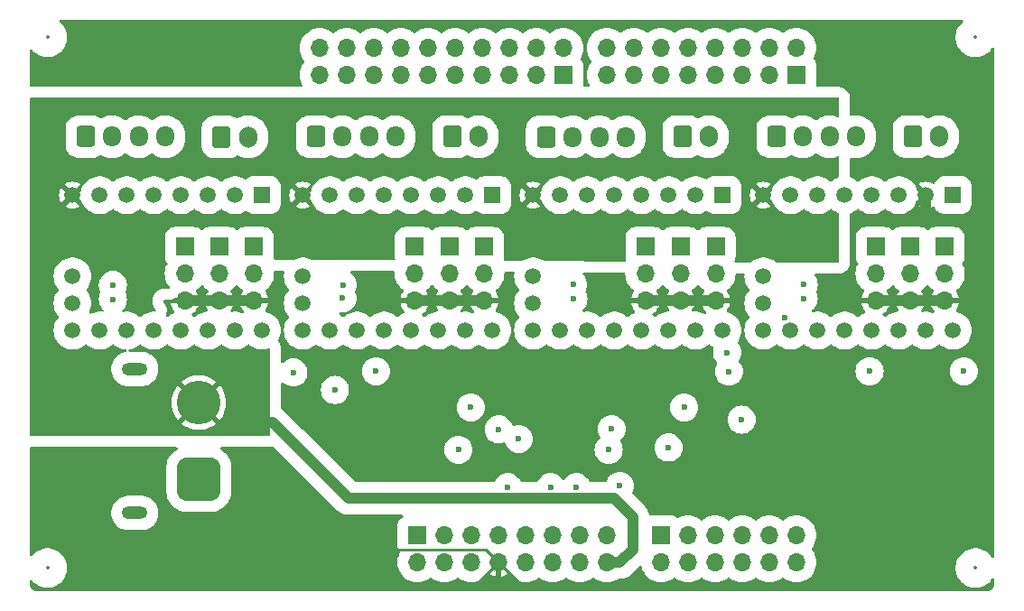
<source format=gbr>
%TF.GenerationSoftware,KiCad,Pcbnew,8.0.1*%
%TF.CreationDate,2024-04-25T12:31:50+02:00*%
%TF.ProjectId,Schrittmotortreiber_Traegerboard,53636872-6974-4746-9d6f-746f72747265,rev?*%
%TF.SameCoordinates,Original*%
%TF.FileFunction,Copper,L2,Inr*%
%TF.FilePolarity,Positive*%
%FSLAX46Y46*%
G04 Gerber Fmt 4.6, Leading zero omitted, Abs format (unit mm)*
G04 Created by KiCad (PCBNEW 8.0.1) date 2024-04-25 12:31:50*
%MOMM*%
%LPD*%
G01*
G04 APERTURE LIST*
G04 Aperture macros list*
%AMRoundRect*
0 Rectangle with rounded corners*
0 $1 Rounding radius*
0 $2 $3 $4 $5 $6 $7 $8 $9 X,Y pos of 4 corners*
0 Add a 4 corners polygon primitive as box body*
4,1,4,$2,$3,$4,$5,$6,$7,$8,$9,$2,$3,0*
0 Add four circle primitives for the rounded corners*
1,1,$1+$1,$2,$3*
1,1,$1+$1,$4,$5*
1,1,$1+$1,$6,$7*
1,1,$1+$1,$8,$9*
0 Add four rect primitives between the rounded corners*
20,1,$1+$1,$2,$3,$4,$5,0*
20,1,$1+$1,$4,$5,$6,$7,0*
20,1,$1+$1,$6,$7,$8,$9,0*
20,1,$1+$1,$8,$9,$2,$3,0*%
G04 Aperture macros list end*
%TA.AperFunction,ComponentPad*%
%ADD10R,1.700000X1.700000*%
%TD*%
%TA.AperFunction,ComponentPad*%
%ADD11O,1.700000X1.700000*%
%TD*%
%TA.AperFunction,ComponentPad*%
%ADD12R,1.508000X1.508000*%
%TD*%
%TA.AperFunction,ComponentPad*%
%ADD13C,1.508000*%
%TD*%
%TA.AperFunction,ComponentPad*%
%ADD14RoundRect,0.250000X-0.600000X-0.750000X0.600000X-0.750000X0.600000X0.750000X-0.600000X0.750000X0*%
%TD*%
%TA.AperFunction,ComponentPad*%
%ADD15O,1.700000X2.000000*%
%TD*%
%TA.AperFunction,ComponentPad*%
%ADD16O,2.400000X1.200000*%
%TD*%
%TA.AperFunction,ComponentPad*%
%ADD17RoundRect,1.025000X1.025000X-1.025000X1.025000X1.025000X-1.025000X1.025000X-1.025000X-1.025000X0*%
%TD*%
%TA.AperFunction,ComponentPad*%
%ADD18C,4.100000*%
%TD*%
%TA.AperFunction,ComponentPad*%
%ADD19RoundRect,0.250000X-0.600000X-0.725000X0.600000X-0.725000X0.600000X0.725000X-0.600000X0.725000X0*%
%TD*%
%TA.AperFunction,ComponentPad*%
%ADD20O,1.700000X1.950000*%
%TD*%
%TA.AperFunction,ViaPad*%
%ADD21C,0.600000*%
%TD*%
%TA.AperFunction,Conductor*%
%ADD22C,1.016000*%
%TD*%
%TA.AperFunction,Conductor*%
%ADD23C,0.254000*%
%TD*%
%ADD24C,0.300000*%
%ADD25C,0.350000*%
%ADD26O,1.700000X0.600000*%
G04 APERTURE END LIST*
D10*
%TO.N,GND*%
%TO.C,J17*%
X124998000Y-89931000D03*
D11*
%TO.N,/TMC_2209_Beschaltung2/MS2*%
X124998000Y-92471000D03*
%TO.N,Vcc_Logic*%
X124998000Y-95011000D03*
%TD*%
D12*
%TO.N,GND*%
%TO.C,U2*%
X150622000Y-85080000D03*
D13*
%TO.N,Vcc_Logic*%
X148082000Y-85080000D03*
%TO.N,/TMC_2209_Beschaltung1/B1*%
X145542000Y-85080000D03*
%TO.N,/TMC_2209_Beschaltung1/A1*%
X143002000Y-85080000D03*
%TO.N,/TMC_2209_Beschaltung1/A2*%
X140462000Y-85080000D03*
%TO.N,/TMC_2209_Beschaltung1/B2*%
X137922000Y-85080000D03*
%TO.N,GND*%
X135382000Y-85080000D03*
%TO.N,Vcc_Motor*%
X132842000Y-85080000D03*
%TO.N,/P1-13{slash}ADC0-A11*%
X150622000Y-97780000D03*
%TO.N,/P3-7{slash}PWM0-B0*%
X148082000Y-97780000D03*
%TO.N,unconnected-(U2-PDN-Pad11)*%
X145542000Y-97780000D03*
%TO.N,/P1-4{slash}UART2-RXD*%
X143002000Y-97780000D03*
%TO.N,/TMC_2209_Beschaltung1/SPRD*%
X140462000Y-97780000D03*
%TO.N,/TMC_2209_Beschaltung1/MS2*%
X137922000Y-97780000D03*
%TO.N,/TMC_2209_Beschaltung1/MS1*%
X135382000Y-97780000D03*
%TO.N,/{slash}ENABLE*%
X132842000Y-97780000D03*
%TO.N,/TMC_2209_Beschaltung1/Motor_INDEX*%
X132842000Y-92700000D03*
%TO.N,/TMC_2209_Beschaltung1/Motor_DIAG*%
X132842000Y-95240000D03*
%TD*%
D14*
%TO.N,Net-(J14-Pin_1)*%
%TO.C,J14*%
X146832000Y-79602000D03*
D15*
%TO.N,GND*%
X149332000Y-79602000D03*
%TD*%
D10*
%TO.N,GND*%
%TO.C,J8*%
X164947600Y-89931000D03*
D11*
%TO.N,/TMC_2209_Beschaltung/MS1*%
X164947600Y-92471000D03*
%TO.N,Vcc_Logic*%
X164947600Y-95011000D03*
%TD*%
D10*
%TO.N,GND*%
%TO.C,J6*%
X171450000Y-89931000D03*
D11*
%TO.N,/TMC_2209_Beschaltung/SPRD*%
X171450000Y-92471000D03*
%TO.N,Vcc_Logic*%
X171450000Y-95011000D03*
%TD*%
D16*
%TO.N,GND*%
%TO.C,J5*%
X95498400Y-114896400D03*
D17*
X101498400Y-111746400D03*
D16*
X95498400Y-101396400D03*
D18*
%TO.N,Vcc_Motor*%
X101498400Y-104546400D03*
%TD*%
D10*
%TO.N,GND*%
%TO.C,J18*%
X121746800Y-89931000D03*
D11*
%TO.N,/TMC_2209_Beschaltung2/MS1*%
X121746800Y-92471000D03*
%TO.N,Vcc_Logic*%
X121746800Y-95011000D03*
%TD*%
D10*
%TO.N,GND*%
%TO.C,J7*%
X168198800Y-89931000D03*
D11*
%TO.N,/TMC_2209_Beschaltung/MS2*%
X168198800Y-92471000D03*
%TO.N,Vcc_Logic*%
X168198800Y-95011000D03*
%TD*%
D10*
%TO.N,GND*%
%TO.C,J11*%
X149961600Y-89931000D03*
D11*
%TO.N,/TMC_2209_Beschaltung1/SPRD*%
X149961600Y-92471000D03*
%TO.N,Vcc_Logic*%
X149961600Y-95011000D03*
%TD*%
D14*
%TO.N,Net-(J24-Pin_1)*%
%TO.C,J24*%
X103632000Y-79619000D03*
D15*
%TO.N,GND*%
X106132000Y-79619000D03*
%TD*%
D19*
%TO.N,/TMC_2209_Beschaltung2/B2*%
%TO.C,J20*%
X112455000Y-79602000D03*
D20*
%TO.N,/TMC_2209_Beschaltung2/A2*%
X114955000Y-79602000D03*
%TO.N,/TMC_2209_Beschaltung2/A1*%
X117455000Y-79602000D03*
%TO.N,/TMC_2209_Beschaltung2/B1*%
X119955000Y-79602000D03*
%TD*%
D10*
%TO.N,GND*%
%TO.C,J16*%
X128270000Y-89931000D03*
D11*
%TO.N,/TMC_2209_Beschaltung2/SPRD*%
X128270000Y-92471000D03*
%TO.N,Vcc_Logic*%
X128270000Y-95011000D03*
%TD*%
D10*
%TO.N,GND*%
%TO.C,J21*%
X106680000Y-89931000D03*
D11*
%TO.N,/TMC_2209_Beschaltung3/SPRD*%
X106680000Y-92471000D03*
%TO.N,Vcc_Logic*%
X106680000Y-95011000D03*
%TD*%
D10*
%TO.N,GND*%
%TO.C,J23*%
X100177600Y-89931000D03*
D11*
%TO.N,/TMC_2209_Beschaltung3/MS1*%
X100177600Y-92471000D03*
%TO.N,Vcc_Logic*%
X100177600Y-95011000D03*
%TD*%
D19*
%TO.N,/TMC_2209_Beschaltung/B2*%
%TO.C,J10*%
X155635000Y-79602000D03*
D20*
%TO.N,/TMC_2209_Beschaltung/A2*%
X158135000Y-79602000D03*
%TO.N,/TMC_2209_Beschaltung/A1*%
X160635000Y-79602000D03*
%TO.N,/TMC_2209_Beschaltung/B1*%
X163135000Y-79602000D03*
%TD*%
D19*
%TO.N,/TMC_2209_Beschaltung3/B2*%
%TO.C,J25*%
X90865000Y-79602000D03*
D20*
%TO.N,/TMC_2209_Beschaltung3/A2*%
X93365000Y-79602000D03*
%TO.N,/TMC_2209_Beschaltung3/A1*%
X95865000Y-79602000D03*
%TO.N,/TMC_2209_Beschaltung3/B1*%
X98365000Y-79602000D03*
%TD*%
D12*
%TO.N,GND*%
%TO.C,U1*%
X172212000Y-85080000D03*
D13*
%TO.N,Vcc_Logic*%
X169672000Y-85080000D03*
%TO.N,/TMC_2209_Beschaltung/B1*%
X167132000Y-85080000D03*
%TO.N,/TMC_2209_Beschaltung/A1*%
X164592000Y-85080000D03*
%TO.N,/TMC_2209_Beschaltung/A2*%
X162052000Y-85080000D03*
%TO.N,/TMC_2209_Beschaltung/B2*%
X159512000Y-85080000D03*
%TO.N,GND*%
X156972000Y-85080000D03*
%TO.N,Vcc_Motor*%
X154432000Y-85080000D03*
%TO.N,/P2-0{slash}ADC0-A0*%
X172212000Y-97780000D03*
%TO.N,/P3-6{slash}PWM0-A0*%
X169672000Y-97780000D03*
%TO.N,unconnected-(U1-PDN-Pad11)*%
X167132000Y-97780000D03*
%TO.N,/P1-4{slash}UART2-RXD*%
X164592000Y-97780000D03*
%TO.N,/TMC_2209_Beschaltung/SPRD*%
X162052000Y-97780000D03*
%TO.N,/TMC_2209_Beschaltung/MS2*%
X159512000Y-97780000D03*
%TO.N,/TMC_2209_Beschaltung/MS1*%
X156972000Y-97780000D03*
%TO.N,/{slash}ENABLE*%
X154432000Y-97780000D03*
%TO.N,/TMC_2209_Beschaltung/Motor_INDEX*%
X154432000Y-92700000D03*
%TO.N,/TMC_2209_Beschaltung/Motor_DIAG*%
X154432000Y-95240000D03*
%TD*%
D10*
%TO.N,GND*%
%TO.C,J13*%
X143357600Y-89931000D03*
D11*
%TO.N,/TMC_2209_Beschaltung1/MS1*%
X143357600Y-92471000D03*
%TO.N,Vcc_Logic*%
X143357600Y-95011000D03*
%TD*%
D19*
%TO.N,/TMC_2209_Beschaltung1/B2*%
%TO.C,J15*%
X134039600Y-79610400D03*
D20*
%TO.N,/TMC_2209_Beschaltung1/A2*%
X136539600Y-79610400D03*
%TO.N,/TMC_2209_Beschaltung1/A1*%
X139039600Y-79610400D03*
%TO.N,/TMC_2209_Beschaltung1/B1*%
X141539600Y-79610400D03*
%TD*%
D12*
%TO.N,GND*%
%TO.C,U4*%
X107442000Y-85085000D03*
D13*
%TO.N,Vcc_Logic*%
X104902000Y-85085000D03*
%TO.N,/TMC_2209_Beschaltung3/B1*%
X102362000Y-85085000D03*
%TO.N,/TMC_2209_Beschaltung3/A1*%
X99822000Y-85085000D03*
%TO.N,/TMC_2209_Beschaltung3/A2*%
X97282000Y-85085000D03*
%TO.N,/TMC_2209_Beschaltung3/B2*%
X94742000Y-85085000D03*
%TO.N,GND*%
X92202000Y-85085000D03*
%TO.N,Vcc_Motor*%
X89662000Y-85085000D03*
%TO.N,/P1-12{slash}ADC0-A10*%
X107442000Y-97785000D03*
%TO.N,/P3-9{slash}PWM0-B1*%
X104902000Y-97785000D03*
%TO.N,unconnected-(U4-PDN-Pad11)*%
X102362000Y-97785000D03*
%TO.N,/P1-4{slash}UART2-RXD*%
X99822000Y-97785000D03*
%TO.N,/TMC_2209_Beschaltung3/SPRD*%
X97282000Y-97785000D03*
%TO.N,/TMC_2209_Beschaltung3/MS2*%
X94742000Y-97785000D03*
%TO.N,/TMC_2209_Beschaltung3/MS1*%
X92202000Y-97785000D03*
%TO.N,/{slash}ENABLE*%
X89662000Y-97785000D03*
%TO.N,/TMC_2209_Beschaltung3/Motor_INDEX*%
X89662000Y-92705000D03*
%TO.N,/TMC_2209_Beschaltung3/Motor_DIAG*%
X89662000Y-95245000D03*
%TD*%
D14*
%TO.N,Net-(J9-Pin_1)*%
%TO.C,J9*%
X168422000Y-79602000D03*
D15*
%TO.N,GND*%
X170922000Y-79602000D03*
%TD*%
D14*
%TO.N,Net-(J19-Pin_1)*%
%TO.C,J19*%
X125242000Y-79602000D03*
D15*
%TO.N,GND*%
X127742000Y-79602000D03*
%TD*%
D12*
%TO.N,GND*%
%TO.C,U3*%
X129032000Y-85090000D03*
D13*
%TO.N,Vcc_Logic*%
X126492000Y-85090000D03*
%TO.N,/TMC_2209_Beschaltung2/B1*%
X123952000Y-85090000D03*
%TO.N,/TMC_2209_Beschaltung2/A1*%
X121412000Y-85090000D03*
%TO.N,/TMC_2209_Beschaltung2/A2*%
X118872000Y-85090000D03*
%TO.N,/TMC_2209_Beschaltung2/B2*%
X116332000Y-85090000D03*
%TO.N,GND*%
X113792000Y-85090000D03*
%TO.N,Vcc_Motor*%
X111252000Y-85090000D03*
%TO.N,/P1-10{slash}ADC0-A8*%
X129032000Y-97790000D03*
%TO.N,/P3-8{slash}PWM0-A1*%
X126492000Y-97790000D03*
%TO.N,unconnected-(U3-PDN-Pad11)*%
X123952000Y-97790000D03*
%TO.N,/P1-4{slash}UART2-RXD*%
X121412000Y-97790000D03*
%TO.N,/TMC_2209_Beschaltung2/SPRD*%
X118872000Y-97790000D03*
%TO.N,/TMC_2209_Beschaltung2/MS2*%
X116332000Y-97790000D03*
%TO.N,/TMC_2209_Beschaltung2/MS1*%
X113792000Y-97790000D03*
%TO.N,/{slash}ENABLE*%
X111252000Y-97790000D03*
%TO.N,/TMC_2209_Beschaltung2/Motor_INDEX*%
X111252000Y-92710000D03*
%TO.N,/TMC_2209_Beschaltung2/Motor_DIAG*%
X111252000Y-95250000D03*
%TD*%
D10*
%TO.N,GND*%
%TO.C,J12*%
X146659600Y-89931000D03*
D11*
%TO.N,/TMC_2209_Beschaltung1/MS2*%
X146659600Y-92471000D03*
%TO.N,Vcc_Logic*%
X146659600Y-95011000D03*
%TD*%
D10*
%TO.N,GND*%
%TO.C,J22*%
X103428800Y-89931000D03*
D11*
%TO.N,/TMC_2209_Beschaltung3/MS2*%
X103428800Y-92471000D03*
%TO.N,Vcc_Logic*%
X103428800Y-95011000D03*
%TD*%
D10*
%TO.N,unconnected-(J4-Pin_1-Pad1)*%
%TO.C,J4*%
X144843222Y-117005168D03*
D11*
%TO.N,/P1-10{slash}ADC0-A8*%
X144843222Y-119545168D03*
%TO.N,unconnected-(J4-Pin_3-Pad3)*%
X147383222Y-117005168D03*
%TO.N,/P1-12{slash}ADC0-A10*%
X147383222Y-119545168D03*
%TO.N,unconnected-(J4-Pin_5-Pad5)*%
X149923222Y-117005168D03*
%TO.N,/P1-13{slash}ADC0-A11*%
X149923222Y-119545168D03*
%TO.N,unconnected-(J4-Pin_7-Pad7)*%
X152463222Y-117005168D03*
%TO.N,/P2-0{slash}ADC0-A0*%
X152463222Y-119545168D03*
%TO.N,/P1-11{slash}GPIO*%
X155003222Y-117005168D03*
%TO.N,/P3-31{slash}ADC0-A12*%
X155003222Y-119545168D03*
%TO.N,/P3-29{slash}GPIO*%
X157543222Y-117005168D03*
%TO.N,/P3-30{slash}ADC0-A13*%
X157543222Y-119545168D03*
%TD*%
D10*
%TO.N,/P1-4{slash}ADC0-A20*%
%TO.C,J2*%
X135693222Y-73835168D03*
D11*
%TO.N,/P3-15{slash}GPIO*%
X135693222Y-71295168D03*
%TO.N,/P1-5{slash}ADC0-A21*%
X133153222Y-73835168D03*
%TO.N,/P3-14{slash}PWM0-X2*%
X133153222Y-71295168D03*
%TO.N,/P2-3{slash}ADC0-A2*%
X130613222Y-73835168D03*
%TO.N,/P2-6{slash}CSI1*%
X130613222Y-71295168D03*
%TO.N,/P2-1{slash}ADC0-A1*%
X128073222Y-73835168D03*
%TO.N,/P2-13{slash}SDO1*%
X128073222Y-71295168D03*
%TO.N,/P2-2{slash}ADC0-A4*%
X125533222Y-73835168D03*
%TO.N,/P2-16{slash}SDI1*%
X125533222Y-71295168D03*
%TO.N,unconnected-(J2-Pin_11-Pad11)*%
X122993222Y-73835168D03*
%TO.N,/P2-12{slash}SCK1*%
X122993222Y-71295168D03*
%TO.N,unconnected-(J2-Pin_13-Pad13)*%
X120453222Y-73835168D03*
%TO.N,GND*%
X120453222Y-71295168D03*
%TO.N,unconnected-(J2-Pin_15-Pad15)*%
X117913222Y-73835168D03*
%TO.N,VDDA_MCU*%
X117913222Y-71295168D03*
%TO.N,unconnected-(J2-Pin_17-Pad17)*%
X115373222Y-73835168D03*
%TO.N,/P1-8{slash}SDA0*%
X115373222Y-71295168D03*
%TO.N,unconnected-(J2-Pin_19-Pad19)*%
X112833222Y-73835168D03*
%TO.N,/P1-9{slash}SCL0*%
X112833222Y-71295168D03*
%TD*%
D10*
%TO.N,/P1-7{slash}GPIO*%
%TO.C,J1*%
X157517222Y-73810168D03*
D11*
%TO.N,/P1-4{slash}UART2-RXD*%
X157517222Y-71270168D03*
%TO.N,/P1-6{slash}TRIG2*%
X154977222Y-73810168D03*
%TO.N,/P1-5{slash}UART2-TXD*%
X154977222Y-71270168D03*
%TO.N,unconnected-(J1-Pin_5-Pad5)*%
X152437222Y-73810168D03*
%TO.N,/P2-4{slash}GPIO*%
X152437222Y-71270168D03*
%TO.N,unconnected-(J1-Pin_7-Pad7)*%
X149897222Y-73810168D03*
%TO.N,/P3-0{slash}PWM0-A0*%
X149897222Y-71270168D03*
%TO.N,unconnected-(J1-Pin_9-Pad9)*%
X147357222Y-73810168D03*
%TO.N,/P2-5{slash}GPIO*%
X147357222Y-71270168D03*
%TO.N,unconnected-(J1-Pin_11-Pad11)*%
X144817222Y-73810168D03*
%TO.N,/P3-12{slash}PWM0-X2*%
X144817222Y-71270168D03*
%TO.N,unconnected-(J1-Pin_13-Pad13)*%
X142277222Y-73810168D03*
%TO.N,/P3-13{slash}PWM0-X1*%
X142277222Y-71270168D03*
%TO.N,unconnected-(J1-Pin_15-Pad15)*%
X139737222Y-73810168D03*
%TO.N,/P3-1{slash}GPIO*%
X139737222Y-71270168D03*
%TD*%
D10*
%TO.N,/P2-7{slash}TRIG10*%
%TO.C,J3*%
X121997222Y-117005168D03*
D11*
%TO.N,unconnected-(J3-Pin_2-Pad2)*%
X121997222Y-119545168D03*
%TO.N,/P3-31{slash}TRIG5*%
X124537222Y-117005168D03*
%TO.N,VDD-BOARD*%
X124537222Y-119545168D03*
%TO.N,/P3-11{slash}PWM0-B2*%
X127077222Y-117005168D03*
%TO.N,/MCU-RESETn*%
X127077222Y-119545168D03*
%TO.N,/P3-10{slash}PWM0-A2*%
X129617222Y-117005168D03*
%TO.N,Vcc_Logic*%
X129617222Y-119545168D03*
%TO.N,/P3-9{slash}PWM0-B1*%
X132157222Y-117005168D03*
%TO.N,SYS-5V*%
X132157222Y-119545168D03*
%TO.N,/P3-8{slash}PWM0-A1*%
X134697222Y-117005168D03*
%TO.N,GND*%
X134697222Y-119545168D03*
%TO.N,/P3-7{slash}PWM0-B0*%
X137237222Y-117005168D03*
%TO.N,GND*%
X137237222Y-119545168D03*
%TO.N,/P3-6{slash}PWM0-A0*%
X139777222Y-117005168D03*
%TO.N,Vcc_Motor*%
X139777222Y-119545168D03*
%TD*%
D21*
%TO.N,GND*%
X115011200Y-93497400D03*
X140968001Y-112356200D03*
X136626600Y-94843600D03*
X158216600Y-94767400D03*
X164388800Y-101600000D03*
X110363000Y-101727000D03*
X136601200Y-93472000D03*
X129631400Y-107061000D03*
X114960400Y-94742000D03*
X173228000Y-101600000D03*
X118110000Y-101600000D03*
X151206200Y-101625400D03*
X93446600Y-94869000D03*
X145531999Y-108762800D03*
X158216600Y-93472000D03*
X114259000Y-103361400D03*
X93446602Y-93522800D03*
X134467600Y-112480000D03*
%TO.N,/P3-15{slash}GPIO*%
X125831600Y-108966000D03*
%TO.N,/P2-5{slash}GPIO*%
X136904002Y-112480000D03*
%TO.N,/P1-7{slash}GPIO*%
X152400000Y-106146600D03*
%TO.N,/P3-1{slash}GPIO*%
X140208000Y-107035596D03*
%TO.N,/P2-4{slash}GPIO*%
X130479804Y-112471200D03*
%TO.N,/P1-4{slash}UART2-RXD*%
X156464002Y-96570800D03*
%TO.N,Vcc_Logic*%
X137668000Y-105410000D03*
X141986000Y-101600000D03*
X156057600Y-103632000D03*
X109220000Y-111760000D03*
X171450000Y-111760000D03*
X162560000Y-112014000D03*
X129540000Y-101092000D03*
X135636000Y-105410000D03*
X133604000Y-105410000D03*
X121412000Y-106565000D03*
X119380000Y-111633000D03*
X152400000Y-111506000D03*
X107188000Y-109474000D03*
X115087400Y-101498400D03*
%TO.N,Vcc_Motor*%
X114706400Y-87528400D03*
X157759400Y-89154000D03*
X114706400Y-88341200D03*
X114706400Y-89154000D03*
X136296400Y-87528400D03*
X93141800Y-89154000D03*
X157759400Y-87528400D03*
X136296400Y-88341200D03*
X136296400Y-89154000D03*
X93141800Y-88341200D03*
X114706400Y-89966800D03*
X93141800Y-87528400D03*
X136296400Y-89966800D03*
X157759400Y-88341200D03*
X157759400Y-89966800D03*
X93141800Y-89966800D03*
%TO.N,Net-(J9-Pin_1)*%
X147015200Y-105003602D03*
%TO.N,/{slash}ENABLE*%
X151028400Y-99842800D03*
%TO.N,Net-(J14-Pin_1)*%
X139928602Y-108968000D03*
%TO.N,Net-(J19-Pin_1)*%
X131495800Y-107950000D03*
%TO.N,Net-(J24-Pin_1)*%
X127000000Y-105000000D03*
%TD*%
D22*
%TO.N,Vcc_Logic*%
X100177600Y-95011000D02*
X106680000Y-95011000D01*
X164947600Y-95011000D02*
X171450000Y-95011000D01*
D23*
X129617222Y-119545168D02*
X128436054Y-118364000D01*
D22*
X169672000Y-85080000D02*
X169672000Y-87376000D01*
X121746800Y-95011000D02*
X128270000Y-95011000D01*
D23*
X128436054Y-118364000D02*
X118618000Y-118364000D01*
X131992054Y-121920000D02*
X133350000Y-121920000D01*
X107965000Y-95011000D02*
X108458000Y-95504000D01*
X129617222Y-119545168D02*
X127242390Y-121920000D01*
X131992054Y-121920000D02*
X129617222Y-119545168D01*
X127242390Y-121920000D02*
X125476000Y-121920000D01*
X100177600Y-95011000D02*
X98283000Y-95011000D01*
X106680000Y-95011000D02*
X107965000Y-95011000D01*
D22*
X149961600Y-95011000D02*
X143357600Y-95011000D01*
%TO.N,Vcc_Motor*%
X108430238Y-106426000D02*
X104394000Y-106426000D01*
X142189200Y-118335271D02*
X142189200Y-115265200D01*
X140462000Y-113538000D02*
X115542238Y-113538000D01*
X139777222Y-119545168D02*
X140979303Y-119545168D01*
X142189200Y-115265200D02*
X140462000Y-113538000D01*
X115542238Y-113538000D02*
X108430238Y-106426000D01*
X140979303Y-119545168D02*
X142189200Y-118335271D01*
%TD*%
%TA.AperFunction,Conductor*%
%TO.N,Vcc_Logic*%
G36*
X173129588Y-68635353D02*
G01*
X173175343Y-68688157D01*
X173185287Y-68757315D01*
X173156262Y-68820871D01*
X173138035Y-68838044D01*
X173083485Y-68879901D01*
X173083478Y-68879907D01*
X172911961Y-69051424D01*
X172911955Y-69051431D01*
X172764289Y-69243874D01*
X172764286Y-69243878D01*
X172764286Y-69243879D01*
X172756080Y-69258093D01*
X172642999Y-69453953D01*
X172642995Y-69453962D01*
X172550169Y-69678063D01*
X172487383Y-69912382D01*
X172455722Y-70152879D01*
X172455722Y-70395456D01*
X172487383Y-70635953D01*
X172550169Y-70870272D01*
X172615858Y-71028859D01*
X172642998Y-71094380D01*
X172764286Y-71304457D01*
X172764288Y-71304460D01*
X172764289Y-71304461D01*
X172911955Y-71496904D01*
X172911961Y-71496911D01*
X173083478Y-71668428D01*
X173083484Y-71668433D01*
X173275933Y-71816104D01*
X173486010Y-71937392D01*
X173710122Y-72030222D01*
X173944433Y-72093006D01*
X174124808Y-72116752D01*
X174184933Y-72124668D01*
X174184934Y-72124668D01*
X174427511Y-72124668D01*
X174475610Y-72118335D01*
X174668011Y-72093006D01*
X174902322Y-72030222D01*
X175126434Y-71937392D01*
X175336511Y-71816104D01*
X175528960Y-71668433D01*
X175700487Y-71496906D01*
X175848158Y-71304457D01*
X175860337Y-71283361D01*
X175910900Y-71235149D01*
X175979507Y-71221925D01*
X176044372Y-71247892D01*
X176084902Y-71304806D01*
X176091722Y-71345364D01*
X176091722Y-118986971D01*
X176072037Y-119054010D01*
X176019233Y-119099765D01*
X175950075Y-119109709D01*
X175886519Y-119080684D01*
X175860335Y-119048971D01*
X175848158Y-119027879D01*
X175777150Y-118935339D01*
X175700488Y-118835431D01*
X175700482Y-118835424D01*
X175528965Y-118663907D01*
X175528958Y-118663901D01*
X175336515Y-118516235D01*
X175336514Y-118516234D01*
X175336511Y-118516232D01*
X175126434Y-118394944D01*
X175126427Y-118394941D01*
X174902326Y-118302115D01*
X174693086Y-118246049D01*
X174668011Y-118239330D01*
X174668010Y-118239329D01*
X174668007Y-118239329D01*
X174427511Y-118207668D01*
X174427510Y-118207668D01*
X174184934Y-118207668D01*
X174184933Y-118207668D01*
X173944436Y-118239329D01*
X173710117Y-118302115D01*
X173486016Y-118394941D01*
X173486007Y-118394945D01*
X173275928Y-118516235D01*
X173083485Y-118663901D01*
X173083478Y-118663907D01*
X172911961Y-118835424D01*
X172911955Y-118835431D01*
X172764289Y-119027874D01*
X172642999Y-119237953D01*
X172642995Y-119237962D01*
X172550169Y-119462063D01*
X172487383Y-119696382D01*
X172455722Y-119936879D01*
X172455722Y-120179456D01*
X172487383Y-120419953D01*
X172550169Y-120654272D01*
X172598346Y-120770580D01*
X172642998Y-120878380D01*
X172764286Y-121088457D01*
X172764288Y-121088460D01*
X172764289Y-121088461D01*
X172911955Y-121280904D01*
X172911961Y-121280911D01*
X173083478Y-121452428D01*
X173083485Y-121452434D01*
X173166694Y-121516282D01*
X173275933Y-121600104D01*
X173486010Y-121721392D01*
X173710122Y-121814222D01*
X173944433Y-121877006D01*
X174124808Y-121900752D01*
X174184933Y-121908668D01*
X174184934Y-121908668D01*
X174427511Y-121908668D01*
X174475610Y-121902335D01*
X174668011Y-121877006D01*
X174902322Y-121814222D01*
X175126434Y-121721392D01*
X175336511Y-121600104D01*
X175528960Y-121452433D01*
X175700487Y-121280906D01*
X175848158Y-121088457D01*
X175860337Y-121067361D01*
X175910900Y-121019149D01*
X175979507Y-121005925D01*
X176044372Y-121031892D01*
X176084902Y-121088806D01*
X176091722Y-121129364D01*
X176091722Y-121508672D01*
X176091720Y-121508706D01*
X176091721Y-121575216D01*
X176090942Y-121589099D01*
X176077179Y-121711274D01*
X176071001Y-121738344D01*
X176032712Y-121847777D01*
X176020665Y-121872795D01*
X175958987Y-121970962D01*
X175941674Y-121992672D01*
X175859696Y-122074654D01*
X175837987Y-122091967D01*
X175739822Y-122153651D01*
X175714805Y-122165700D01*
X175605371Y-122203995D01*
X175578301Y-122210174D01*
X175476262Y-122221673D01*
X175456611Y-122223888D01*
X175442727Y-122224668D01*
X86368714Y-122224668D01*
X86368698Y-122224667D01*
X86302177Y-122224667D01*
X86288296Y-122223888D01*
X86166129Y-122210126D01*
X86139056Y-122203947D01*
X86029634Y-122165659D01*
X86004616Y-122153611D01*
X85906457Y-122091934D01*
X85884747Y-122074621D01*
X85802772Y-121992645D01*
X85785460Y-121970935D01*
X85723785Y-121872778D01*
X85711737Y-121847759D01*
X85673452Y-121738339D01*
X85667273Y-121711268D01*
X85665970Y-121699701D01*
X85653500Y-121589004D01*
X85652722Y-121575128D01*
X85652724Y-121516290D01*
X85652722Y-121516285D01*
X85652723Y-121508706D01*
X85652722Y-121508672D01*
X85652722Y-121301840D01*
X85672407Y-121234801D01*
X85725211Y-121189046D01*
X85794369Y-121179102D01*
X85857925Y-121208127D01*
X85875097Y-121226353D01*
X85884431Y-121238518D01*
X85916955Y-121280904D01*
X85916961Y-121280911D01*
X86088478Y-121452428D01*
X86088485Y-121452434D01*
X86171694Y-121516282D01*
X86280933Y-121600104D01*
X86491010Y-121721392D01*
X86715122Y-121814222D01*
X86949433Y-121877006D01*
X87129808Y-121900752D01*
X87189933Y-121908668D01*
X87189934Y-121908668D01*
X87432511Y-121908668D01*
X87480610Y-121902335D01*
X87673011Y-121877006D01*
X87907322Y-121814222D01*
X88131434Y-121721392D01*
X88341511Y-121600104D01*
X88533960Y-121452433D01*
X88705487Y-121280906D01*
X88853158Y-121088457D01*
X88974446Y-120878380D01*
X89067276Y-120654268D01*
X89130060Y-120419957D01*
X89161722Y-120179456D01*
X89161722Y-119936880D01*
X89130060Y-119696379D01*
X89067276Y-119462068D01*
X88974446Y-119237956D01*
X88853158Y-119027879D01*
X88782150Y-118935339D01*
X88705488Y-118835431D01*
X88705482Y-118835424D01*
X88533965Y-118663907D01*
X88533958Y-118663901D01*
X88341515Y-118516235D01*
X88341514Y-118516234D01*
X88341511Y-118516232D01*
X88131434Y-118394944D01*
X88131427Y-118394941D01*
X87907326Y-118302115D01*
X87698086Y-118246049D01*
X87673011Y-118239330D01*
X87673010Y-118239329D01*
X87673007Y-118239329D01*
X87432511Y-118207668D01*
X87432510Y-118207668D01*
X87189934Y-118207668D01*
X87189933Y-118207668D01*
X86949436Y-118239329D01*
X86715117Y-118302115D01*
X86491016Y-118394941D01*
X86491007Y-118394945D01*
X86280928Y-118516235D01*
X86088485Y-118663901D01*
X86088478Y-118663907D01*
X85916961Y-118835424D01*
X85916955Y-118835431D01*
X85875098Y-118889981D01*
X85818670Y-118931184D01*
X85748924Y-118935339D01*
X85688004Y-118901127D01*
X85655251Y-118839409D01*
X85652722Y-118814495D01*
X85652722Y-115023626D01*
X93281900Y-115023626D01*
X93321703Y-115274932D01*
X93400328Y-115516918D01*
X93515847Y-115743634D01*
X93665399Y-115949475D01*
X93665402Y-115949479D01*
X93845321Y-116129398D01*
X94051169Y-116278955D01*
X94277879Y-116394470D01*
X94277881Y-116394471D01*
X94398874Y-116433783D01*
X94519869Y-116473097D01*
X94636263Y-116491531D01*
X94771174Y-116512900D01*
X94771179Y-116512900D01*
X96225626Y-116512900D01*
X96347455Y-116493603D01*
X96476931Y-116473097D01*
X96718921Y-116394470D01*
X96945631Y-116278955D01*
X97151479Y-116129398D01*
X97331398Y-115949479D01*
X97480955Y-115743631D01*
X97596470Y-115516921D01*
X97675097Y-115274931D01*
X97698515Y-115127073D01*
X97714900Y-115023626D01*
X97714900Y-114769173D01*
X97681975Y-114561296D01*
X97675097Y-114517869D01*
X97596470Y-114275879D01*
X97480955Y-114049169D01*
X97331398Y-113843321D01*
X97151479Y-113663402D01*
X96945631Y-113513845D01*
X96832276Y-113456087D01*
X96718918Y-113398328D01*
X96476932Y-113319703D01*
X96225626Y-113279900D01*
X96225621Y-113279900D01*
X94771179Y-113279900D01*
X94771174Y-113279900D01*
X94519867Y-113319703D01*
X94277881Y-113398328D01*
X94051165Y-113513847D01*
X93845324Y-113663399D01*
X93845318Y-113663404D01*
X93665404Y-113843318D01*
X93665399Y-113843324D01*
X93515847Y-114049165D01*
X93400328Y-114275881D01*
X93321703Y-114517867D01*
X93281900Y-114769173D01*
X93281900Y-115023626D01*
X85652722Y-115023626D01*
X85652722Y-108841500D01*
X85672407Y-108774461D01*
X85725211Y-108728706D01*
X85776722Y-108717500D01*
X99392163Y-108717500D01*
X99459202Y-108737185D01*
X99504957Y-108789989D01*
X99514901Y-108859147D01*
X99485876Y-108922703D01*
X99459698Y-108945495D01*
X99241801Y-109086999D01*
X99241795Y-109087003D01*
X99241795Y-109087004D01*
X99026317Y-109274317D01*
X98901424Y-109417990D01*
X98838999Y-109489801D01*
X98683507Y-109729236D01*
X98683506Y-109729238D01*
X98562841Y-109988006D01*
X98479365Y-110261044D01*
X98434702Y-110543029D01*
X98434701Y-110543041D01*
X98431900Y-110607215D01*
X98431900Y-112885585D01*
X98434701Y-112949761D01*
X98434702Y-112949767D01*
X98479365Y-113231755D01*
X98562841Y-113504793D01*
X98683506Y-113763561D01*
X98683507Y-113763563D01*
X98838999Y-114002998D01*
X98839004Y-114003005D01*
X99026317Y-114218483D01*
X99241795Y-114405796D01*
X99241800Y-114405799D01*
X99241801Y-114405800D01*
X99481236Y-114561292D01*
X99481238Y-114561293D01*
X99481242Y-114561295D01*
X99481244Y-114561296D01*
X99740005Y-114681958D01*
X100013041Y-114765434D01*
X100193561Y-114794025D01*
X100295029Y-114810097D01*
X100295032Y-114810097D01*
X100295037Y-114810098D01*
X100359217Y-114812900D01*
X102637582Y-114812899D01*
X102637585Y-114812899D01*
X102676090Y-114811218D01*
X102701763Y-114810098D01*
X102983759Y-114765434D01*
X103256795Y-114681958D01*
X103515556Y-114561296D01*
X103515561Y-114561293D01*
X103515563Y-114561292D01*
X103662011Y-114466187D01*
X103755005Y-114405796D01*
X103970483Y-114218483D01*
X104157796Y-114003005D01*
X104261498Y-113843318D01*
X104313292Y-113763563D01*
X104313293Y-113763561D01*
X104313293Y-113763559D01*
X104313296Y-113763556D01*
X104433958Y-113504795D01*
X104517434Y-113231759D01*
X104562098Y-112949763D01*
X104564900Y-112885583D01*
X104564899Y-110607218D01*
X104562098Y-110543037D01*
X104517434Y-110261041D01*
X104433958Y-109988005D01*
X104313296Y-109729244D01*
X104313295Y-109729242D01*
X104313293Y-109729238D01*
X104313292Y-109729236D01*
X104157800Y-109489801D01*
X104157799Y-109489800D01*
X104157796Y-109489795D01*
X103970483Y-109274317D01*
X103755005Y-109087004D01*
X103755000Y-109087000D01*
X103754998Y-109086999D01*
X103537102Y-108945495D01*
X103491599Y-108892474D01*
X103481985Y-108823269D01*
X103511312Y-108759852D01*
X103570269Y-108722358D01*
X103604637Y-108717500D01*
X108080003Y-108717500D01*
X108080483Y-108717495D01*
X108098242Y-108717337D01*
X108098251Y-108717336D01*
X108098254Y-108717336D01*
X108297137Y-108694155D01*
X108297138Y-108694154D01*
X108297144Y-108694154D01*
X108348655Y-108682948D01*
X108422400Y-108662716D01*
X108492253Y-108663961D01*
X108542885Y-108694616D01*
X114549093Y-114700824D01*
X114743226Y-114841870D01*
X114873430Y-114908212D01*
X114957033Y-114950810D01*
X115130327Y-115007116D01*
X115185249Y-115024962D01*
X115422252Y-115062500D01*
X115422257Y-115062500D01*
X115422258Y-115062500D01*
X115662219Y-115062500D01*
X120540067Y-115062500D01*
X120607106Y-115082185D01*
X120652861Y-115134989D01*
X120662805Y-115204147D01*
X120633780Y-115267703D01*
X120598520Y-115295858D01*
X120579757Y-115305886D01*
X120424969Y-115432915D01*
X120297940Y-115587704D01*
X120203555Y-115764286D01*
X120145430Y-115955896D01*
X120130722Y-116105237D01*
X120130722Y-117905098D01*
X120145430Y-118054439D01*
X120203555Y-118246049D01*
X120297940Y-118422631D01*
X120297942Y-118422633D01*
X120297944Y-118422637D01*
X120356316Y-118493764D01*
X120383628Y-118558074D01*
X120371836Y-118626942D01*
X120369295Y-118631853D01*
X120295060Y-118767807D01*
X120295055Y-118767819D01*
X120245334Y-118901127D01*
X120213317Y-118986971D01*
X120201752Y-119017977D01*
X120145002Y-119278850D01*
X120145001Y-119278857D01*
X120125954Y-119545166D01*
X120125954Y-119545169D01*
X120145001Y-119811478D01*
X120145002Y-119811485D01*
X120201752Y-120072358D01*
X120201754Y-120072365D01*
X120241697Y-120179456D01*
X120295057Y-120322522D01*
X120295059Y-120322526D01*
X120423007Y-120556846D01*
X120423012Y-120556854D01*
X120583005Y-120770580D01*
X120583021Y-120770598D01*
X120771791Y-120959368D01*
X120771809Y-120959384D01*
X120985535Y-121119377D01*
X120985543Y-121119382D01*
X121219863Y-121247330D01*
X121219867Y-121247332D01*
X121219869Y-121247333D01*
X121470025Y-121340636D01*
X121730913Y-121397389D01*
X121976706Y-121414968D01*
X121997221Y-121416436D01*
X121997222Y-121416436D01*
X121997223Y-121416436D01*
X122016270Y-121415073D01*
X122263531Y-121397389D01*
X122524419Y-121340636D01*
X122774575Y-121247333D01*
X123008906Y-121119379D01*
X123125775Y-121031892D01*
X123192912Y-120981634D01*
X123258376Y-120957217D01*
X123326649Y-120972069D01*
X123341532Y-120981634D01*
X123525535Y-121119377D01*
X123525543Y-121119382D01*
X123759863Y-121247330D01*
X123759867Y-121247332D01*
X123759869Y-121247333D01*
X124010025Y-121340636D01*
X124270913Y-121397389D01*
X124516706Y-121414968D01*
X124537221Y-121416436D01*
X124537222Y-121416436D01*
X124537223Y-121416436D01*
X124556270Y-121415073D01*
X124803531Y-121397389D01*
X125064419Y-121340636D01*
X125314575Y-121247333D01*
X125548906Y-121119379D01*
X125665775Y-121031892D01*
X125732912Y-120981634D01*
X125798376Y-120957217D01*
X125866649Y-120972069D01*
X125881532Y-120981634D01*
X126065535Y-121119377D01*
X126065543Y-121119382D01*
X126299863Y-121247330D01*
X126299867Y-121247332D01*
X126299869Y-121247333D01*
X126550025Y-121340636D01*
X126810913Y-121397389D01*
X127056706Y-121414968D01*
X127077221Y-121416436D01*
X127077222Y-121416436D01*
X127077223Y-121416436D01*
X127096270Y-121415073D01*
X127343531Y-121397389D01*
X127604419Y-121340636D01*
X127854575Y-121247333D01*
X128088906Y-121119379D01*
X128302642Y-120959378D01*
X128491432Y-120770588D01*
X128599037Y-120626843D01*
X128654969Y-120584973D01*
X128724660Y-120579989D01*
X128769427Y-120599580D01*
X128939643Y-120718768D01*
X129153729Y-120818597D01*
X129153738Y-120818601D01*
X129367222Y-120875802D01*
X129367222Y-119978180D01*
X129424229Y-120011093D01*
X129551396Y-120045168D01*
X129683048Y-120045168D01*
X129810215Y-120011093D01*
X129867222Y-119978180D01*
X129867222Y-120875801D01*
X130080705Y-120818601D01*
X130080714Y-120818597D01*
X130294801Y-120718767D01*
X130294807Y-120718763D01*
X130465016Y-120599581D01*
X130531222Y-120577253D01*
X130598989Y-120594263D01*
X130635407Y-120626845D01*
X130743005Y-120770580D01*
X130743021Y-120770598D01*
X130931791Y-120959368D01*
X130931809Y-120959384D01*
X131145535Y-121119377D01*
X131145543Y-121119382D01*
X131379863Y-121247330D01*
X131379867Y-121247332D01*
X131379869Y-121247333D01*
X131630025Y-121340636D01*
X131890913Y-121397389D01*
X132136706Y-121414968D01*
X132157221Y-121416436D01*
X132157222Y-121416436D01*
X132157223Y-121416436D01*
X132176270Y-121415073D01*
X132423531Y-121397389D01*
X132684419Y-121340636D01*
X132934575Y-121247333D01*
X133168906Y-121119379D01*
X133285775Y-121031892D01*
X133352912Y-120981634D01*
X133418376Y-120957217D01*
X133486649Y-120972069D01*
X133501532Y-120981634D01*
X133685535Y-121119377D01*
X133685543Y-121119382D01*
X133919863Y-121247330D01*
X133919867Y-121247332D01*
X133919869Y-121247333D01*
X134170025Y-121340636D01*
X134430913Y-121397389D01*
X134676706Y-121414968D01*
X134697221Y-121416436D01*
X134697222Y-121416436D01*
X134697223Y-121416436D01*
X134716270Y-121415073D01*
X134963531Y-121397389D01*
X135224419Y-121340636D01*
X135474575Y-121247333D01*
X135708906Y-121119379D01*
X135825775Y-121031892D01*
X135892912Y-120981634D01*
X135958376Y-120957217D01*
X136026649Y-120972069D01*
X136041532Y-120981634D01*
X136225535Y-121119377D01*
X136225543Y-121119382D01*
X136459863Y-121247330D01*
X136459867Y-121247332D01*
X136459869Y-121247333D01*
X136710025Y-121340636D01*
X136970913Y-121397389D01*
X137216706Y-121414968D01*
X137237221Y-121416436D01*
X137237222Y-121416436D01*
X137237223Y-121416436D01*
X137256270Y-121415073D01*
X137503531Y-121397389D01*
X137764419Y-121340636D01*
X138014575Y-121247333D01*
X138248906Y-121119379D01*
X138365775Y-121031892D01*
X138432912Y-120981634D01*
X138498376Y-120957217D01*
X138566649Y-120972069D01*
X138581532Y-120981634D01*
X138765535Y-121119377D01*
X138765543Y-121119382D01*
X138999863Y-121247330D01*
X138999867Y-121247332D01*
X138999869Y-121247333D01*
X139250025Y-121340636D01*
X139510913Y-121397389D01*
X139756706Y-121414968D01*
X139777221Y-121416436D01*
X139777222Y-121416436D01*
X139777223Y-121416436D01*
X139796270Y-121415073D01*
X140043531Y-121397389D01*
X140304419Y-121340636D01*
X140554575Y-121247333D01*
X140788906Y-121119379D01*
X140822273Y-121094401D01*
X140887737Y-121069984D01*
X140896583Y-121069668D01*
X141099289Y-121069668D01*
X141214185Y-121051469D01*
X141336291Y-121032130D01*
X141564508Y-120957978D01*
X141579061Y-120950563D01*
X141778315Y-120849038D01*
X141972448Y-120707992D01*
X142808620Y-119871818D01*
X142869943Y-119838334D01*
X142939634Y-119843318D01*
X142995568Y-119885190D01*
X143017467Y-119933142D01*
X143047752Y-120072358D01*
X143047754Y-120072365D01*
X143087697Y-120179456D01*
X143141057Y-120322522D01*
X143141059Y-120322526D01*
X143269007Y-120556846D01*
X143269012Y-120556854D01*
X143429005Y-120770580D01*
X143429021Y-120770598D01*
X143617791Y-120959368D01*
X143617809Y-120959384D01*
X143831535Y-121119377D01*
X143831543Y-121119382D01*
X144065863Y-121247330D01*
X144065867Y-121247332D01*
X144065869Y-121247333D01*
X144316025Y-121340636D01*
X144576913Y-121397389D01*
X144822706Y-121414968D01*
X144843221Y-121416436D01*
X144843222Y-121416436D01*
X144843223Y-121416436D01*
X144862270Y-121415073D01*
X145109531Y-121397389D01*
X145370419Y-121340636D01*
X145620575Y-121247333D01*
X145854906Y-121119379D01*
X145971775Y-121031892D01*
X146038912Y-120981634D01*
X146104376Y-120957217D01*
X146172649Y-120972069D01*
X146187532Y-120981634D01*
X146371535Y-121119377D01*
X146371543Y-121119382D01*
X146605863Y-121247330D01*
X146605867Y-121247332D01*
X146605869Y-121247333D01*
X146856025Y-121340636D01*
X147116913Y-121397389D01*
X147362706Y-121414968D01*
X147383221Y-121416436D01*
X147383222Y-121416436D01*
X147383223Y-121416436D01*
X147402270Y-121415073D01*
X147649531Y-121397389D01*
X147910419Y-121340636D01*
X148160575Y-121247333D01*
X148394906Y-121119379D01*
X148511775Y-121031892D01*
X148578912Y-120981634D01*
X148644376Y-120957217D01*
X148712649Y-120972069D01*
X148727532Y-120981634D01*
X148911535Y-121119377D01*
X148911543Y-121119382D01*
X149145863Y-121247330D01*
X149145867Y-121247332D01*
X149145869Y-121247333D01*
X149396025Y-121340636D01*
X149656913Y-121397389D01*
X149902706Y-121414968D01*
X149923221Y-121416436D01*
X149923222Y-121416436D01*
X149923223Y-121416436D01*
X149942270Y-121415073D01*
X150189531Y-121397389D01*
X150450419Y-121340636D01*
X150700575Y-121247333D01*
X150934906Y-121119379D01*
X151051775Y-121031892D01*
X151118912Y-120981634D01*
X151184376Y-120957217D01*
X151252649Y-120972069D01*
X151267532Y-120981634D01*
X151451535Y-121119377D01*
X151451543Y-121119382D01*
X151685863Y-121247330D01*
X151685867Y-121247332D01*
X151685869Y-121247333D01*
X151936025Y-121340636D01*
X152196913Y-121397389D01*
X152442706Y-121414968D01*
X152463221Y-121416436D01*
X152463222Y-121416436D01*
X152463223Y-121416436D01*
X152482270Y-121415073D01*
X152729531Y-121397389D01*
X152990419Y-121340636D01*
X153240575Y-121247333D01*
X153474906Y-121119379D01*
X153591775Y-121031892D01*
X153658912Y-120981634D01*
X153724376Y-120957217D01*
X153792649Y-120972069D01*
X153807532Y-120981634D01*
X153991535Y-121119377D01*
X153991543Y-121119382D01*
X154225863Y-121247330D01*
X154225867Y-121247332D01*
X154225869Y-121247333D01*
X154476025Y-121340636D01*
X154736913Y-121397389D01*
X154982706Y-121414968D01*
X155003221Y-121416436D01*
X155003222Y-121416436D01*
X155003223Y-121416436D01*
X155022270Y-121415073D01*
X155269531Y-121397389D01*
X155530419Y-121340636D01*
X155780575Y-121247333D01*
X156014906Y-121119379D01*
X156131775Y-121031892D01*
X156198912Y-120981634D01*
X156264376Y-120957217D01*
X156332649Y-120972069D01*
X156347532Y-120981634D01*
X156531535Y-121119377D01*
X156531543Y-121119382D01*
X156765863Y-121247330D01*
X156765867Y-121247332D01*
X156765869Y-121247333D01*
X157016025Y-121340636D01*
X157276913Y-121397389D01*
X157522706Y-121414968D01*
X157543221Y-121416436D01*
X157543222Y-121416436D01*
X157543223Y-121416436D01*
X157562270Y-121415073D01*
X157809531Y-121397389D01*
X158070419Y-121340636D01*
X158320575Y-121247333D01*
X158554906Y-121119379D01*
X158768642Y-120959378D01*
X158957432Y-120770588D01*
X159117433Y-120556852D01*
X159245387Y-120322521D01*
X159338690Y-120072365D01*
X159395443Y-119811477D01*
X159414490Y-119545168D01*
X159395443Y-119278859D01*
X159338690Y-119017971D01*
X159245387Y-118767815D01*
X159212361Y-118707333D01*
X159117436Y-118533489D01*
X159117431Y-118533481D01*
X158979688Y-118349478D01*
X158955271Y-118284014D01*
X158970123Y-118215741D01*
X158979688Y-118200858D01*
X159037910Y-118123081D01*
X159117433Y-118016852D01*
X159245387Y-117782521D01*
X159338690Y-117532365D01*
X159395443Y-117271477D01*
X159414490Y-117005168D01*
X159395443Y-116738859D01*
X159338690Y-116477971D01*
X159245387Y-116227815D01*
X159191647Y-116129398D01*
X159117436Y-115993489D01*
X159117431Y-115993481D01*
X158957438Y-115779755D01*
X158957422Y-115779737D01*
X158768652Y-115590967D01*
X158768634Y-115590951D01*
X158554908Y-115430958D01*
X158554900Y-115430953D01*
X158320580Y-115303005D01*
X158320576Y-115303003D01*
X158207453Y-115260811D01*
X158070419Y-115209700D01*
X158070415Y-115209699D01*
X158070412Y-115209698D01*
X157809539Y-115152948D01*
X157809532Y-115152947D01*
X157543223Y-115133900D01*
X157543221Y-115133900D01*
X157276911Y-115152947D01*
X157276904Y-115152948D01*
X157016031Y-115209698D01*
X157016026Y-115209699D01*
X157016025Y-115209700D01*
X156955545Y-115232257D01*
X156765867Y-115303003D01*
X156765863Y-115303005D01*
X156531543Y-115430953D01*
X156531535Y-115430958D01*
X156347532Y-115568701D01*
X156282068Y-115593118D01*
X156213795Y-115578266D01*
X156198912Y-115568701D01*
X156014908Y-115430958D01*
X156014900Y-115430953D01*
X155780580Y-115303005D01*
X155780576Y-115303003D01*
X155667453Y-115260811D01*
X155530419Y-115209700D01*
X155530415Y-115209699D01*
X155530412Y-115209698D01*
X155269539Y-115152948D01*
X155269532Y-115152947D01*
X155003223Y-115133900D01*
X155003221Y-115133900D01*
X154736911Y-115152947D01*
X154736904Y-115152948D01*
X154476031Y-115209698D01*
X154476026Y-115209699D01*
X154476025Y-115209700D01*
X154415545Y-115232257D01*
X154225867Y-115303003D01*
X154225863Y-115303005D01*
X153991543Y-115430953D01*
X153991535Y-115430958D01*
X153807532Y-115568701D01*
X153742068Y-115593118D01*
X153673795Y-115578266D01*
X153658912Y-115568701D01*
X153474908Y-115430958D01*
X153474900Y-115430953D01*
X153240580Y-115303005D01*
X153240576Y-115303003D01*
X153127453Y-115260811D01*
X152990419Y-115209700D01*
X152990415Y-115209699D01*
X152990412Y-115209698D01*
X152729539Y-115152948D01*
X152729532Y-115152947D01*
X152463223Y-115133900D01*
X152463221Y-115133900D01*
X152196911Y-115152947D01*
X152196904Y-115152948D01*
X151936031Y-115209698D01*
X151936026Y-115209699D01*
X151936025Y-115209700D01*
X151875545Y-115232257D01*
X151685867Y-115303003D01*
X151685863Y-115303005D01*
X151451543Y-115430953D01*
X151451535Y-115430958D01*
X151267532Y-115568701D01*
X151202068Y-115593118D01*
X151133795Y-115578266D01*
X151118912Y-115568701D01*
X150934908Y-115430958D01*
X150934900Y-115430953D01*
X150700580Y-115303005D01*
X150700576Y-115303003D01*
X150587453Y-115260811D01*
X150450419Y-115209700D01*
X150450415Y-115209699D01*
X150450412Y-115209698D01*
X150189539Y-115152948D01*
X150189532Y-115152947D01*
X149923223Y-115133900D01*
X149923221Y-115133900D01*
X149656911Y-115152947D01*
X149656904Y-115152948D01*
X149396031Y-115209698D01*
X149396026Y-115209699D01*
X149396025Y-115209700D01*
X149335545Y-115232257D01*
X149145867Y-115303003D01*
X149145863Y-115303005D01*
X148911543Y-115430953D01*
X148911535Y-115430958D01*
X148727532Y-115568701D01*
X148662068Y-115593118D01*
X148593795Y-115578266D01*
X148578912Y-115568701D01*
X148394908Y-115430958D01*
X148394900Y-115430953D01*
X148160580Y-115303005D01*
X148160576Y-115303003D01*
X148047453Y-115260811D01*
X147910419Y-115209700D01*
X147910415Y-115209699D01*
X147910412Y-115209698D01*
X147649539Y-115152948D01*
X147649532Y-115152947D01*
X147383223Y-115133900D01*
X147383221Y-115133900D01*
X147116911Y-115152947D01*
X147116904Y-115152948D01*
X146856031Y-115209698D01*
X146856026Y-115209699D01*
X146856025Y-115209700D01*
X146776259Y-115239451D01*
X146605873Y-115303001D01*
X146605861Y-115303006D01*
X146469907Y-115377241D01*
X146401634Y-115392092D01*
X146336170Y-115367674D01*
X146331818Y-115364262D01*
X146260691Y-115305890D01*
X146260687Y-115305888D01*
X146260685Y-115305886D01*
X146084103Y-115211501D01*
X145892493Y-115153376D01*
X145809670Y-115145219D01*
X145743156Y-115138668D01*
X143943288Y-115138668D01*
X143896771Y-115143249D01*
X143832543Y-115149575D01*
X143763897Y-115136556D01*
X143713187Y-115088491D01*
X143697917Y-115045569D01*
X143676162Y-114908211D01*
X143602011Y-114679997D01*
X143541528Y-114561292D01*
X143493070Y-114466188D01*
X143352024Y-114272055D01*
X142168930Y-113088961D01*
X142135445Y-113027638D01*
X142140429Y-112957946D01*
X142144222Y-112948891D01*
X142209832Y-112808190D01*
X142269453Y-112585681D01*
X142289530Y-112356200D01*
X142269453Y-112126719D01*
X142209832Y-111904210D01*
X142112479Y-111695436D01*
X141980351Y-111506738D01*
X141817463Y-111343850D01*
X141628766Y-111211722D01*
X141419991Y-111114369D01*
X141419987Y-111114368D01*
X141419983Y-111114366D01*
X141197487Y-111054749D01*
X141197483Y-111054748D01*
X141197482Y-111054748D01*
X141197481Y-111054747D01*
X141197476Y-111054747D01*
X140968003Y-111034671D01*
X140967999Y-111034671D01*
X140738525Y-111054747D01*
X140738514Y-111054749D01*
X140516018Y-111114366D01*
X140516009Y-111114370D01*
X140307237Y-111211721D01*
X140181347Y-111299871D01*
X140118539Y-111343850D01*
X140118537Y-111343851D01*
X140118534Y-111343854D01*
X139955655Y-111506733D01*
X139823522Y-111695436D01*
X139726171Y-111904208D01*
X139726167Y-111904217D01*
X139721512Y-111921593D01*
X139685147Y-111981254D01*
X139622301Y-112011783D01*
X139601737Y-112013500D01*
X138218064Y-112013500D01*
X138151025Y-111993815D01*
X138105682Y-111941905D01*
X138048480Y-111819236D01*
X138020628Y-111779460D01*
X137916352Y-111630538D01*
X137753464Y-111467650D01*
X137564767Y-111335522D01*
X137355992Y-111238169D01*
X137355988Y-111238168D01*
X137355984Y-111238166D01*
X137133488Y-111178549D01*
X137133484Y-111178548D01*
X137133483Y-111178548D01*
X137133482Y-111178547D01*
X137133477Y-111178547D01*
X136904004Y-111158471D01*
X136904000Y-111158471D01*
X136674526Y-111178547D01*
X136674515Y-111178549D01*
X136452019Y-111238166D01*
X136452010Y-111238170D01*
X136243238Y-111335521D01*
X136117348Y-111423671D01*
X136054540Y-111467650D01*
X136054538Y-111467651D01*
X136054535Y-111467654D01*
X135891656Y-111630533D01*
X135787376Y-111779460D01*
X135732798Y-111823085D01*
X135663300Y-111830277D01*
X135600945Y-111798755D01*
X135584226Y-111779460D01*
X135479950Y-111630538D01*
X135317062Y-111467650D01*
X135128365Y-111335522D01*
X134919590Y-111238169D01*
X134919586Y-111238168D01*
X134919582Y-111238166D01*
X134697086Y-111178549D01*
X134697082Y-111178548D01*
X134697081Y-111178548D01*
X134697080Y-111178547D01*
X134697075Y-111178547D01*
X134467602Y-111158471D01*
X134467598Y-111158471D01*
X134238124Y-111178547D01*
X134238113Y-111178549D01*
X134015617Y-111238166D01*
X134015608Y-111238170D01*
X133806836Y-111335521D01*
X133680946Y-111423671D01*
X133618138Y-111467650D01*
X133618136Y-111467651D01*
X133618133Y-111467654D01*
X133455254Y-111630533D01*
X133323121Y-111819236D01*
X133265920Y-111941905D01*
X133219747Y-111994344D01*
X133153538Y-112013500D01*
X131797969Y-112013500D01*
X131730930Y-111993815D01*
X131685587Y-111941905D01*
X131624282Y-111810436D01*
X131602592Y-111779460D01*
X131492154Y-111621738D01*
X131329266Y-111458850D01*
X131140569Y-111326722D01*
X130931794Y-111229369D01*
X130931790Y-111229368D01*
X130931786Y-111229366D01*
X130709290Y-111169749D01*
X130709286Y-111169748D01*
X130709285Y-111169748D01*
X130709284Y-111169747D01*
X130709279Y-111169747D01*
X130479806Y-111149671D01*
X130479802Y-111149671D01*
X130250328Y-111169747D01*
X130250317Y-111169749D01*
X130027821Y-111229366D01*
X130027812Y-111229370D01*
X129819040Y-111326721D01*
X129693150Y-111414871D01*
X129630342Y-111458850D01*
X129630340Y-111458851D01*
X129630337Y-111458854D01*
X129467458Y-111621733D01*
X129467455Y-111621736D01*
X129467454Y-111621738D01*
X129423475Y-111684546D01*
X129335325Y-111810436D01*
X129274021Y-111941905D01*
X129227849Y-111994344D01*
X129161639Y-112013500D01*
X116225069Y-112013500D01*
X116158030Y-111993815D01*
X116137388Y-111977181D01*
X113126208Y-108966001D01*
X124510071Y-108966001D01*
X124530147Y-109195475D01*
X124530149Y-109195486D01*
X124589766Y-109417982D01*
X124589768Y-109417986D01*
X124589769Y-109417990D01*
X124687122Y-109626765D01*
X124819250Y-109815462D01*
X124982138Y-109978350D01*
X125170835Y-110110478D01*
X125379610Y-110207831D01*
X125379616Y-110207832D01*
X125379617Y-110207833D01*
X125433170Y-110222182D01*
X125602119Y-110267452D01*
X125766034Y-110281792D01*
X125831598Y-110287529D01*
X125831600Y-110287529D01*
X125831602Y-110287529D01*
X125888970Y-110282509D01*
X126061081Y-110267452D01*
X126283590Y-110207831D01*
X126492365Y-110110478D01*
X126681062Y-109978350D01*
X126843950Y-109815462D01*
X126976078Y-109626765D01*
X127073431Y-109417990D01*
X127133052Y-109195481D01*
X127153129Y-108966000D01*
X127133052Y-108736519D01*
X127073431Y-108514010D01*
X126976078Y-108305236D01*
X126843950Y-108116538D01*
X126681062Y-107953650D01*
X126492365Y-107821522D01*
X126283590Y-107724169D01*
X126283586Y-107724168D01*
X126283582Y-107724166D01*
X126061086Y-107664549D01*
X126061082Y-107664548D01*
X126061081Y-107664548D01*
X126061080Y-107664547D01*
X126061075Y-107664547D01*
X125831602Y-107644471D01*
X125831598Y-107644471D01*
X125602124Y-107664547D01*
X125602113Y-107664549D01*
X125379617Y-107724166D01*
X125379608Y-107724170D01*
X125170836Y-107821521D01*
X125090628Y-107877684D01*
X124982138Y-107953650D01*
X124982136Y-107953651D01*
X124982133Y-107953654D01*
X124819254Y-108116533D01*
X124819251Y-108116536D01*
X124819250Y-108116538D01*
X124787921Y-108161281D01*
X124687121Y-108305236D01*
X124589770Y-108514008D01*
X124589766Y-108514017D01*
X124530149Y-108736513D01*
X124530147Y-108736524D01*
X124510071Y-108965998D01*
X124510071Y-108966001D01*
X113126208Y-108966001D01*
X111221208Y-107061001D01*
X128309871Y-107061001D01*
X128329947Y-107290475D01*
X128329949Y-107290486D01*
X128389566Y-107512982D01*
X128389568Y-107512986D01*
X128389569Y-107512990D01*
X128486922Y-107721765D01*
X128619050Y-107910462D01*
X128781938Y-108073350D01*
X128970635Y-108205478D01*
X129179410Y-108302831D01*
X129179416Y-108302832D01*
X129179417Y-108302833D01*
X129209188Y-108310810D01*
X129401919Y-108362452D01*
X129565834Y-108376792D01*
X129631398Y-108382529D01*
X129631400Y-108382529D01*
X129631402Y-108382529D01*
X129688770Y-108377509D01*
X129860881Y-108362452D01*
X130083390Y-108302831D01*
X130083397Y-108302827D01*
X130087434Y-108301359D01*
X130157163Y-108296923D01*
X130218220Y-108330889D01*
X130249626Y-108385782D01*
X130253969Y-108401990D01*
X130351322Y-108610765D01*
X130483450Y-108799462D01*
X130646338Y-108962350D01*
X130835035Y-109094478D01*
X131043810Y-109191831D01*
X131043816Y-109191832D01*
X131043817Y-109191833D01*
X131064896Y-109197481D01*
X131266319Y-109251452D01*
X131430234Y-109265792D01*
X131495798Y-109271529D01*
X131495800Y-109271529D01*
X131495802Y-109271529D01*
X131553170Y-109266509D01*
X131725281Y-109251452D01*
X131947790Y-109191831D01*
X132156565Y-109094478D01*
X132337192Y-108968001D01*
X138607073Y-108968001D01*
X138627149Y-109197475D01*
X138627151Y-109197486D01*
X138686768Y-109419982D01*
X138686770Y-109419986D01*
X138686771Y-109419990D01*
X138784124Y-109628765D01*
X138916252Y-109817462D01*
X139079140Y-109980350D01*
X139267837Y-110112478D01*
X139476612Y-110209831D01*
X139699121Y-110269452D01*
X139863036Y-110283792D01*
X139928600Y-110289529D01*
X139928602Y-110289529D01*
X139928604Y-110289529D01*
X139985972Y-110284509D01*
X140158083Y-110269452D01*
X140380592Y-110209831D01*
X140589367Y-110112478D01*
X140778064Y-109980350D01*
X140940952Y-109817462D01*
X141073080Y-109628765D01*
X141170433Y-109419990D01*
X141230054Y-109197481D01*
X141250131Y-108968000D01*
X141232178Y-108762801D01*
X144210470Y-108762801D01*
X144230546Y-108992275D01*
X144230548Y-108992286D01*
X144290165Y-109214782D01*
X144290167Y-109214786D01*
X144290168Y-109214790D01*
X144387521Y-109423565D01*
X144519649Y-109612262D01*
X144682537Y-109775150D01*
X144871234Y-109907278D01*
X145080009Y-110004631D01*
X145302518Y-110064252D01*
X145466433Y-110078592D01*
X145531997Y-110084329D01*
X145531999Y-110084329D01*
X145532001Y-110084329D01*
X145589369Y-110079309D01*
X145761480Y-110064252D01*
X145983989Y-110004631D01*
X146192764Y-109907278D01*
X146381461Y-109775150D01*
X146544349Y-109612262D01*
X146676477Y-109423565D01*
X146773830Y-109214790D01*
X146833451Y-108992281D01*
X146853528Y-108762800D01*
X146833451Y-108533319D01*
X146773830Y-108310810D01*
X146676477Y-108102036D01*
X146544349Y-107913338D01*
X146381461Y-107750450D01*
X146192764Y-107618322D01*
X145983989Y-107520969D01*
X145983985Y-107520968D01*
X145983981Y-107520966D01*
X145761485Y-107461349D01*
X145761481Y-107461348D01*
X145761480Y-107461348D01*
X145761479Y-107461347D01*
X145761474Y-107461347D01*
X145532001Y-107441271D01*
X145531997Y-107441271D01*
X145302523Y-107461347D01*
X145302512Y-107461349D01*
X145080016Y-107520966D01*
X145080007Y-107520970D01*
X144871235Y-107618321D01*
X144759785Y-107696360D01*
X144682537Y-107750450D01*
X144682535Y-107750451D01*
X144682532Y-107750454D01*
X144519653Y-107913333D01*
X144519650Y-107913336D01*
X144519649Y-107913338D01*
X144490023Y-107955648D01*
X144387520Y-108102036D01*
X144290169Y-108310808D01*
X144290165Y-108310817D01*
X144230548Y-108533313D01*
X144230546Y-108533324D01*
X144210470Y-108762798D01*
X144210470Y-108762801D01*
X141232178Y-108762801D01*
X141230054Y-108738519D01*
X141170433Y-108516010D01*
X141073080Y-108307236D01*
X141017239Y-108227487D01*
X140994911Y-108161281D01*
X141011921Y-108093514D01*
X141047692Y-108054786D01*
X141057462Y-108047946D01*
X141220350Y-107885058D01*
X141352478Y-107696361D01*
X141449831Y-107487586D01*
X141509452Y-107265077D01*
X141529529Y-107035596D01*
X141509452Y-106806115D01*
X141449831Y-106583606D01*
X141352478Y-106374832D01*
X141220350Y-106186134D01*
X141057462Y-106023246D01*
X140868765Y-105891118D01*
X140659990Y-105793765D01*
X140659986Y-105793764D01*
X140659982Y-105793762D01*
X140437486Y-105734145D01*
X140437482Y-105734144D01*
X140437481Y-105734144D01*
X140437480Y-105734143D01*
X140437475Y-105734143D01*
X140208002Y-105714067D01*
X140207998Y-105714067D01*
X139978524Y-105734143D01*
X139978513Y-105734145D01*
X139756017Y-105793762D01*
X139756008Y-105793766D01*
X139547236Y-105891117D01*
X139421346Y-105979267D01*
X139358538Y-106023246D01*
X139358536Y-106023247D01*
X139358533Y-106023250D01*
X139195654Y-106186129D01*
X139195651Y-106186132D01*
X139195650Y-106186134D01*
X139156649Y-106241833D01*
X139063521Y-106374832D01*
X138966170Y-106583604D01*
X138966166Y-106583613D01*
X138906549Y-106806109D01*
X138906547Y-106806120D01*
X138886471Y-107035594D01*
X138886471Y-107035597D01*
X138906547Y-107265071D01*
X138906549Y-107265082D01*
X138966166Y-107487578D01*
X138966168Y-107487582D01*
X138966169Y-107487586D01*
X139048687Y-107664547D01*
X139063522Y-107696361D01*
X139063524Y-107696365D01*
X139119362Y-107776110D01*
X139141689Y-107842316D01*
X139124679Y-107910083D01*
X139088915Y-107948805D01*
X139079142Y-107955648D01*
X139079136Y-107955653D01*
X138916256Y-108118533D01*
X138784123Y-108307236D01*
X138686772Y-108516008D01*
X138686768Y-108516017D01*
X138627151Y-108738513D01*
X138627149Y-108738524D01*
X138607073Y-108967998D01*
X138607073Y-108968001D01*
X132337192Y-108968001D01*
X132345262Y-108962350D01*
X132508150Y-108799462D01*
X132640278Y-108610765D01*
X132737631Y-108401990D01*
X132797252Y-108179481D01*
X132817329Y-107950000D01*
X132817224Y-107948805D01*
X132807908Y-107842316D01*
X132797252Y-107720519D01*
X132737631Y-107498010D01*
X132640278Y-107289236D01*
X132508150Y-107100538D01*
X132345262Y-106937650D01*
X132156565Y-106805522D01*
X131947790Y-106708169D01*
X131947786Y-106708168D01*
X131947782Y-106708166D01*
X131725286Y-106648549D01*
X131725282Y-106648548D01*
X131725281Y-106648548D01*
X131725280Y-106648547D01*
X131725275Y-106648547D01*
X131495802Y-106628471D01*
X131495798Y-106628471D01*
X131266324Y-106648547D01*
X131266313Y-106648549D01*
X131043805Y-106708169D01*
X131039755Y-106709644D01*
X130970026Y-106714073D01*
X130908971Y-106680101D01*
X130877573Y-106625213D01*
X130873234Y-106609019D01*
X130873232Y-106609015D01*
X130873231Y-106609010D01*
X130775878Y-106400236D01*
X130643750Y-106211538D01*
X130480862Y-106048650D01*
X130292165Y-105916522D01*
X130083390Y-105819169D01*
X130083386Y-105819168D01*
X130083382Y-105819166D01*
X129860886Y-105759549D01*
X129860882Y-105759548D01*
X129860881Y-105759548D01*
X129860880Y-105759547D01*
X129860875Y-105759547D01*
X129631402Y-105739471D01*
X129631398Y-105739471D01*
X129401924Y-105759547D01*
X129401913Y-105759549D01*
X129179417Y-105819166D01*
X129179408Y-105819170D01*
X128970636Y-105916521D01*
X128844746Y-106004671D01*
X128781938Y-106048650D01*
X128781936Y-106048651D01*
X128781933Y-106048654D01*
X128619054Y-106211533D01*
X128619051Y-106211536D01*
X128619050Y-106211538D01*
X128595315Y-106245435D01*
X128486921Y-106400236D01*
X128389570Y-106609008D01*
X128389566Y-106609017D01*
X128329949Y-106831513D01*
X128329947Y-106831524D01*
X128309871Y-107060998D01*
X128309871Y-107061001D01*
X111221208Y-107061001D01*
X109423385Y-105263178D01*
X109423383Y-105263176D01*
X109276613Y-105156541D01*
X109233949Y-105101212D01*
X109225500Y-105056224D01*
X109225500Y-105000001D01*
X125678471Y-105000001D01*
X125698547Y-105229475D01*
X125698549Y-105229486D01*
X125758166Y-105451982D01*
X125758168Y-105451986D01*
X125758169Y-105451990D01*
X125855522Y-105660765D01*
X125987650Y-105849462D01*
X126150538Y-106012350D01*
X126339235Y-106144478D01*
X126548010Y-106241831D01*
X126770519Y-106301452D01*
X126934434Y-106315792D01*
X126999998Y-106321529D01*
X127000000Y-106321529D01*
X127000002Y-106321529D01*
X127057370Y-106316509D01*
X127229481Y-106301452D01*
X127451990Y-106241831D01*
X127660765Y-106144478D01*
X127849462Y-106012350D01*
X128012350Y-105849462D01*
X128144478Y-105660765D01*
X128241831Y-105451990D01*
X128301452Y-105229481D01*
X128321213Y-105003603D01*
X145693671Y-105003603D01*
X145713747Y-105233077D01*
X145713749Y-105233088D01*
X145773366Y-105455584D01*
X145773368Y-105455588D01*
X145773369Y-105455592D01*
X145870722Y-105664367D01*
X146002850Y-105853064D01*
X146165738Y-106015952D01*
X146354435Y-106148080D01*
X146563210Y-106245433D01*
X146785719Y-106305054D01*
X146949634Y-106319394D01*
X147015198Y-106325131D01*
X147015200Y-106325131D01*
X147015202Y-106325131D01*
X147072570Y-106320111D01*
X147244681Y-106305054D01*
X147467190Y-106245433D01*
X147675965Y-106148080D01*
X147678077Y-106146601D01*
X151078471Y-106146601D01*
X151098547Y-106376075D01*
X151098549Y-106376086D01*
X151158166Y-106598582D01*
X151158168Y-106598586D01*
X151158169Y-106598590D01*
X151255522Y-106807365D01*
X151387650Y-106996062D01*
X151550538Y-107158950D01*
X151739235Y-107291078D01*
X151948010Y-107388431D01*
X152170519Y-107448052D01*
X152334434Y-107462392D01*
X152399998Y-107468129D01*
X152400000Y-107468129D01*
X152400002Y-107468129D01*
X152457370Y-107463109D01*
X152629481Y-107448052D01*
X152851990Y-107388431D01*
X153060765Y-107291078D01*
X153249462Y-107158950D01*
X153412350Y-106996062D01*
X153544478Y-106807365D01*
X153641831Y-106598590D01*
X153701452Y-106376081D01*
X153721529Y-106146600D01*
X153721343Y-106144478D01*
X153710099Y-106015951D01*
X153701452Y-105917119D01*
X153652424Y-105734143D01*
X153641833Y-105694617D01*
X153641832Y-105694616D01*
X153641831Y-105694610D01*
X153544478Y-105485836D01*
X153412350Y-105297138D01*
X153249462Y-105134250D01*
X153060765Y-105002122D01*
X152851990Y-104904769D01*
X152851986Y-104904768D01*
X152851982Y-104904766D01*
X152629486Y-104845149D01*
X152629482Y-104845148D01*
X152629481Y-104845148D01*
X152629480Y-104845147D01*
X152629475Y-104845147D01*
X152400002Y-104825071D01*
X152399998Y-104825071D01*
X152170524Y-104845147D01*
X152170513Y-104845149D01*
X151948017Y-104904766D01*
X151948008Y-104904770D01*
X151739236Y-105002121D01*
X151661970Y-105056224D01*
X151550538Y-105134250D01*
X151550536Y-105134251D01*
X151550533Y-105134254D01*
X151387654Y-105297133D01*
X151255521Y-105485836D01*
X151158170Y-105694608D01*
X151158166Y-105694617D01*
X151098549Y-105917113D01*
X151098547Y-105917124D01*
X151078471Y-106146598D01*
X151078471Y-106146601D01*
X147678077Y-106146601D01*
X147864662Y-106015952D01*
X148027550Y-105853064D01*
X148159678Y-105664367D01*
X148257031Y-105455592D01*
X148316652Y-105233083D01*
X148336729Y-105003602D01*
X148336599Y-105002121D01*
X148322866Y-104845147D01*
X148316652Y-104774121D01*
X148257031Y-104551612D01*
X148159678Y-104342838D01*
X148027550Y-104154140D01*
X147864662Y-103991252D01*
X147675965Y-103859124D01*
X147467190Y-103761771D01*
X147467186Y-103761770D01*
X147467182Y-103761768D01*
X147244686Y-103702151D01*
X147244682Y-103702150D01*
X147244681Y-103702150D01*
X147244680Y-103702149D01*
X147244675Y-103702149D01*
X147015202Y-103682073D01*
X147015198Y-103682073D01*
X146785724Y-103702149D01*
X146785713Y-103702151D01*
X146563217Y-103761768D01*
X146563208Y-103761772D01*
X146354436Y-103859123D01*
X146228546Y-103947273D01*
X146165738Y-103991252D01*
X146165736Y-103991253D01*
X146165733Y-103991256D01*
X146002854Y-104154135D01*
X145870721Y-104342838D01*
X145773370Y-104551610D01*
X145773366Y-104551619D01*
X145713749Y-104774115D01*
X145713747Y-104774126D01*
X145693671Y-105003600D01*
X145693671Y-105003603D01*
X128321213Y-105003603D01*
X128321343Y-105002122D01*
X128321529Y-105000001D01*
X128321529Y-104999998D01*
X128307981Y-104845147D01*
X128301452Y-104770519D01*
X128241831Y-104548010D01*
X128144478Y-104339236D01*
X128012350Y-104150538D01*
X127849462Y-103987650D01*
X127660765Y-103855522D01*
X127451990Y-103758169D01*
X127451986Y-103758168D01*
X127451982Y-103758166D01*
X127229486Y-103698549D01*
X127229482Y-103698548D01*
X127229481Y-103698548D01*
X127229480Y-103698547D01*
X127229475Y-103698547D01*
X127000002Y-103678471D01*
X126999998Y-103678471D01*
X126770524Y-103698547D01*
X126770513Y-103698549D01*
X126548017Y-103758166D01*
X126548010Y-103758168D01*
X126548010Y-103758169D01*
X126540283Y-103761772D01*
X126339236Y-103855521D01*
X126213346Y-103943671D01*
X126150538Y-103987650D01*
X126150536Y-103987651D01*
X126150533Y-103987654D01*
X125987654Y-104150533D01*
X125987651Y-104150536D01*
X125987650Y-104150538D01*
X125985128Y-104154140D01*
X125855521Y-104339236D01*
X125758170Y-104548008D01*
X125758166Y-104548017D01*
X125698549Y-104770513D01*
X125698547Y-104770524D01*
X125678471Y-104999998D01*
X125678471Y-105000001D01*
X109225500Y-105000001D01*
X109225500Y-103361401D01*
X112937471Y-103361401D01*
X112957547Y-103590875D01*
X112957549Y-103590886D01*
X113017166Y-103813382D01*
X113017168Y-103813386D01*
X113017169Y-103813390D01*
X113114522Y-104022165D01*
X113246650Y-104210862D01*
X113409538Y-104373750D01*
X113598235Y-104505878D01*
X113807010Y-104603231D01*
X114029519Y-104662852D01*
X114193434Y-104677192D01*
X114258998Y-104682929D01*
X114259000Y-104682929D01*
X114259002Y-104682929D01*
X114316370Y-104677909D01*
X114488481Y-104662852D01*
X114710990Y-104603231D01*
X114919765Y-104505878D01*
X115108462Y-104373750D01*
X115271350Y-104210862D01*
X115403478Y-104022165D01*
X115500831Y-103813390D01*
X115560452Y-103590881D01*
X115580529Y-103361400D01*
X115560452Y-103131919D01*
X115500831Y-102909410D01*
X115403478Y-102700636D01*
X115271350Y-102511938D01*
X115108462Y-102349050D01*
X114919765Y-102216922D01*
X114710990Y-102119569D01*
X114710986Y-102119568D01*
X114710982Y-102119566D01*
X114488486Y-102059949D01*
X114488482Y-102059948D01*
X114488481Y-102059948D01*
X114488480Y-102059947D01*
X114488475Y-102059947D01*
X114259002Y-102039871D01*
X114258998Y-102039871D01*
X114029524Y-102059947D01*
X114029513Y-102059949D01*
X113807017Y-102119566D01*
X113807008Y-102119570D01*
X113598236Y-102216921D01*
X113499348Y-102286164D01*
X113409538Y-102349050D01*
X113409536Y-102349051D01*
X113409533Y-102349054D01*
X113246654Y-102511933D01*
X113114521Y-102700636D01*
X113017170Y-102909408D01*
X113017166Y-102909417D01*
X112957549Y-103131913D01*
X112957547Y-103131924D01*
X112937471Y-103361398D01*
X112937471Y-103361401D01*
X109225500Y-103361401D01*
X109225500Y-102750674D01*
X109245185Y-102683635D01*
X109297989Y-102637880D01*
X109367147Y-102627936D01*
X109430703Y-102656961D01*
X109437181Y-102662993D01*
X109513538Y-102739350D01*
X109702235Y-102871478D01*
X109911010Y-102968831D01*
X110133519Y-103028452D01*
X110297434Y-103042792D01*
X110362998Y-103048529D01*
X110363000Y-103048529D01*
X110363002Y-103048529D01*
X110420370Y-103043509D01*
X110592481Y-103028452D01*
X110814990Y-102968831D01*
X111023765Y-102871478D01*
X111212462Y-102739350D01*
X111375350Y-102576462D01*
X111507478Y-102387765D01*
X111604831Y-102178990D01*
X111664452Y-101956481D01*
X111684529Y-101727000D01*
X111673418Y-101600001D01*
X116788471Y-101600001D01*
X116808547Y-101829475D01*
X116808549Y-101829486D01*
X116868166Y-102051982D01*
X116868168Y-102051986D01*
X116868169Y-102051990D01*
X116965522Y-102260765D01*
X117097650Y-102449462D01*
X117260538Y-102612350D01*
X117449235Y-102744478D01*
X117658010Y-102841831D01*
X117880519Y-102901452D01*
X118044434Y-102915792D01*
X118109998Y-102921529D01*
X118110000Y-102921529D01*
X118110002Y-102921529D01*
X118167370Y-102916509D01*
X118339481Y-102901452D01*
X118561990Y-102841831D01*
X118770765Y-102744478D01*
X118959462Y-102612350D01*
X119122350Y-102449462D01*
X119254478Y-102260765D01*
X119351831Y-102051990D01*
X119411452Y-101829481D01*
X119431529Y-101600000D01*
X119411452Y-101370519D01*
X119351831Y-101148010D01*
X119254478Y-100939236D01*
X119122350Y-100750538D01*
X118959462Y-100587650D01*
X118770765Y-100455522D01*
X118561990Y-100358169D01*
X118561986Y-100358168D01*
X118561982Y-100358166D01*
X118339486Y-100298549D01*
X118339482Y-100298548D01*
X118339481Y-100298548D01*
X118339480Y-100298547D01*
X118339475Y-100298547D01*
X118110002Y-100278471D01*
X118109998Y-100278471D01*
X117880524Y-100298547D01*
X117880513Y-100298549D01*
X117658017Y-100358166D01*
X117658008Y-100358170D01*
X117449236Y-100455521D01*
X117323346Y-100543671D01*
X117260538Y-100587650D01*
X117260536Y-100587651D01*
X117260533Y-100587654D01*
X117097654Y-100750533D01*
X117097651Y-100750536D01*
X117097650Y-100750538D01*
X117079868Y-100775933D01*
X116965521Y-100939236D01*
X116868170Y-101148008D01*
X116868166Y-101148017D01*
X116808549Y-101370513D01*
X116808547Y-101370524D01*
X116788471Y-101599998D01*
X116788471Y-101600001D01*
X111673418Y-101600001D01*
X111664452Y-101497519D01*
X111604831Y-101275010D01*
X111507478Y-101066236D01*
X111375350Y-100877538D01*
X111212462Y-100714650D01*
X111023765Y-100582522D01*
X110814990Y-100485169D01*
X110814986Y-100485168D01*
X110814982Y-100485166D01*
X110592486Y-100425549D01*
X110592482Y-100425548D01*
X110592481Y-100425548D01*
X110592480Y-100425547D01*
X110592475Y-100425547D01*
X110363002Y-100405471D01*
X110362998Y-100405471D01*
X110133524Y-100425547D01*
X110133513Y-100425549D01*
X109911017Y-100485166D01*
X109911008Y-100485170D01*
X109702236Y-100582521D01*
X109576346Y-100670671D01*
X109513538Y-100714650D01*
X109513536Y-100714651D01*
X109513533Y-100714654D01*
X109437181Y-100791007D01*
X109375858Y-100824492D01*
X109306166Y-100819508D01*
X109250233Y-100777636D01*
X109225816Y-100712172D01*
X109225500Y-100703326D01*
X109225500Y-99570780D01*
X109225098Y-99560500D01*
X109222376Y-99490958D01*
X109220862Y-99471643D01*
X109193322Y-99303060D01*
X109125821Y-99114530D01*
X109095935Y-99051375D01*
X109095929Y-99051364D01*
X109095927Y-99051359D01*
X109003678Y-98894367D01*
X109003667Y-98894353D01*
X108967061Y-98852506D01*
X108937737Y-98789088D01*
X108947356Y-98719883D01*
X108952998Y-98708874D01*
X109041639Y-98555345D01*
X109138586Y-98308327D01*
X109197635Y-98049619D01*
X109198010Y-98044614D01*
X109217465Y-97785004D01*
X109217465Y-97784995D01*
X109197636Y-97520390D01*
X109197635Y-97520385D01*
X109197635Y-97520381D01*
X109138586Y-97261673D01*
X109041639Y-97014655D01*
X108908958Y-96784845D01*
X108743508Y-96577377D01*
X108548984Y-96396886D01*
X108541650Y-96391886D01*
X108329736Y-96247404D01*
X108329725Y-96247397D01*
X108090655Y-96132268D01*
X108090636Y-96132261D01*
X107837090Y-96054053D01*
X107837082Y-96054051D01*
X107837080Y-96054050D01*
X107837078Y-96054050D01*
X107818410Y-96051236D01*
X107755056Y-96021779D01*
X107717683Y-95962745D01*
X107718159Y-95892877D01*
X107735320Y-95857498D01*
X107853600Y-95688578D01*
X107953429Y-95474492D01*
X107953432Y-95474486D01*
X108010636Y-95261000D01*
X107113012Y-95261000D01*
X107145925Y-95203993D01*
X107180000Y-95076826D01*
X107180000Y-94945174D01*
X107145925Y-94818007D01*
X107113012Y-94761000D01*
X108010636Y-94761000D01*
X108010635Y-94760999D01*
X107953432Y-94547513D01*
X107953429Y-94547507D01*
X107853601Y-94333424D01*
X107734412Y-94163205D01*
X107712085Y-94096999D01*
X107729095Y-94029231D01*
X107761674Y-93992816D01*
X107905420Y-93885210D01*
X108094210Y-93696420D01*
X108254211Y-93482684D01*
X108382165Y-93248353D01*
X108475468Y-92998197D01*
X108532221Y-92737309D01*
X108551268Y-92471000D01*
X108548720Y-92435381D01*
X108538375Y-92290735D01*
X108553227Y-92222462D01*
X108602632Y-92173057D01*
X108662768Y-92157891D01*
X109406230Y-92162160D01*
X109473155Y-92182229D01*
X109518606Y-92235295D01*
X109528153Y-92304510D01*
X109526409Y-92313750D01*
X109496364Y-92445385D01*
X109496363Y-92445390D01*
X109476535Y-92709995D01*
X109476535Y-92710004D01*
X109496363Y-92974609D01*
X109496364Y-92974614D01*
X109555410Y-93233313D01*
X109555412Y-93233322D01*
X109555414Y-93233327D01*
X109652361Y-93480345D01*
X109785042Y-93710155D01*
X109798376Y-93726875D01*
X109938581Y-93902687D01*
X109964990Y-93967374D01*
X109952233Y-94036069D01*
X109938581Y-94057312D01*
X109902125Y-94103028D01*
X109785042Y-94249845D01*
X109652361Y-94479654D01*
X109555416Y-94726667D01*
X109555410Y-94726686D01*
X109496364Y-94985385D01*
X109496363Y-94985390D01*
X109476535Y-95249995D01*
X109476535Y-95250004D01*
X109496363Y-95514609D01*
X109496364Y-95514614D01*
X109555410Y-95773313D01*
X109555412Y-95773322D01*
X109555414Y-95773327D01*
X109652361Y-96020345D01*
X109785042Y-96250155D01*
X109906043Y-96401886D01*
X109938581Y-96442687D01*
X109964990Y-96507374D01*
X109952233Y-96576069D01*
X109938581Y-96597313D01*
X109785042Y-96789845D01*
X109652361Y-97019654D01*
X109555416Y-97266667D01*
X109555410Y-97266686D01*
X109496364Y-97525385D01*
X109496363Y-97525390D01*
X109476535Y-97789995D01*
X109476535Y-97790004D01*
X109496363Y-98054609D01*
X109496364Y-98054614D01*
X109555410Y-98313313D01*
X109555412Y-98313322D01*
X109555414Y-98313327D01*
X109652361Y-98560345D01*
X109785042Y-98790155D01*
X109950492Y-98997623D01*
X110145016Y-99178114D01*
X110364268Y-99327598D01*
X110603350Y-99442734D01*
X110856922Y-99520950D01*
X110856923Y-99520950D01*
X110856926Y-99520951D01*
X111119311Y-99560499D01*
X111119316Y-99560499D01*
X111119319Y-99560500D01*
X111119320Y-99560500D01*
X111384680Y-99560500D01*
X111384681Y-99560500D01*
X111451027Y-99550500D01*
X111647073Y-99520951D01*
X111647074Y-99520950D01*
X111647078Y-99520950D01*
X111900650Y-99442734D01*
X112139733Y-99327598D01*
X112358984Y-99178114D01*
X112437660Y-99105113D01*
X112500191Y-99073946D01*
X112569648Y-99081533D01*
X112606338Y-99105112D01*
X112685016Y-99178114D01*
X112904268Y-99327598D01*
X113143350Y-99442734D01*
X113396922Y-99520950D01*
X113396923Y-99520950D01*
X113396926Y-99520951D01*
X113659311Y-99560499D01*
X113659316Y-99560499D01*
X113659319Y-99560500D01*
X113659320Y-99560500D01*
X113924680Y-99560500D01*
X113924681Y-99560500D01*
X113991027Y-99550500D01*
X114187073Y-99520951D01*
X114187074Y-99520950D01*
X114187078Y-99520950D01*
X114440650Y-99442734D01*
X114679733Y-99327598D01*
X114898984Y-99178114D01*
X114977660Y-99105113D01*
X115040191Y-99073946D01*
X115109648Y-99081533D01*
X115146338Y-99105112D01*
X115225016Y-99178114D01*
X115444268Y-99327598D01*
X115683350Y-99442734D01*
X115936922Y-99520950D01*
X115936923Y-99520950D01*
X115936926Y-99520951D01*
X116199311Y-99560499D01*
X116199316Y-99560499D01*
X116199319Y-99560500D01*
X116199320Y-99560500D01*
X116464680Y-99560500D01*
X116464681Y-99560500D01*
X116531027Y-99550500D01*
X116727073Y-99520951D01*
X116727074Y-99520950D01*
X116727078Y-99520950D01*
X116980650Y-99442734D01*
X117219733Y-99327598D01*
X117438984Y-99178114D01*
X117517660Y-99105113D01*
X117580191Y-99073946D01*
X117649648Y-99081533D01*
X117686338Y-99105112D01*
X117765016Y-99178114D01*
X117984268Y-99327598D01*
X118223350Y-99442734D01*
X118476922Y-99520950D01*
X118476923Y-99520950D01*
X118476926Y-99520951D01*
X118739311Y-99560499D01*
X118739316Y-99560499D01*
X118739319Y-99560500D01*
X118739320Y-99560500D01*
X119004680Y-99560500D01*
X119004681Y-99560500D01*
X119071027Y-99550500D01*
X119267073Y-99520951D01*
X119267074Y-99520950D01*
X119267078Y-99520950D01*
X119520650Y-99442734D01*
X119759733Y-99327598D01*
X119978984Y-99178114D01*
X120057660Y-99105113D01*
X120120191Y-99073946D01*
X120189648Y-99081533D01*
X120226338Y-99105112D01*
X120305016Y-99178114D01*
X120524268Y-99327598D01*
X120763350Y-99442734D01*
X121016922Y-99520950D01*
X121016923Y-99520950D01*
X121016926Y-99520951D01*
X121279311Y-99560499D01*
X121279316Y-99560499D01*
X121279319Y-99560500D01*
X121279320Y-99560500D01*
X121544680Y-99560500D01*
X121544681Y-99560500D01*
X121611027Y-99550500D01*
X121807073Y-99520951D01*
X121807074Y-99520950D01*
X121807078Y-99520950D01*
X122060650Y-99442734D01*
X122299733Y-99327598D01*
X122518984Y-99178114D01*
X122597660Y-99105113D01*
X122660191Y-99073946D01*
X122729648Y-99081533D01*
X122766338Y-99105112D01*
X122845016Y-99178114D01*
X123064268Y-99327598D01*
X123303350Y-99442734D01*
X123556922Y-99520950D01*
X123556923Y-99520950D01*
X123556926Y-99520951D01*
X123819311Y-99560499D01*
X123819316Y-99560499D01*
X123819319Y-99560500D01*
X123819320Y-99560500D01*
X124084680Y-99560500D01*
X124084681Y-99560500D01*
X124151027Y-99550500D01*
X124347073Y-99520951D01*
X124347074Y-99520950D01*
X124347078Y-99520950D01*
X124600650Y-99442734D01*
X124839733Y-99327598D01*
X125058984Y-99178114D01*
X125137660Y-99105113D01*
X125200191Y-99073946D01*
X125269648Y-99081533D01*
X125306338Y-99105112D01*
X125385016Y-99178114D01*
X125604268Y-99327598D01*
X125843350Y-99442734D01*
X126096922Y-99520950D01*
X126096923Y-99520950D01*
X126096926Y-99520951D01*
X126359311Y-99560499D01*
X126359316Y-99560499D01*
X126359319Y-99560500D01*
X126359320Y-99560500D01*
X126624680Y-99560500D01*
X126624681Y-99560500D01*
X126691027Y-99550500D01*
X126887073Y-99520951D01*
X126887074Y-99520950D01*
X126887078Y-99520950D01*
X127140650Y-99442734D01*
X127379733Y-99327598D01*
X127598984Y-99178114D01*
X127677660Y-99105113D01*
X127740191Y-99073946D01*
X127809648Y-99081533D01*
X127846338Y-99105112D01*
X127925016Y-99178114D01*
X128144268Y-99327598D01*
X128383350Y-99442734D01*
X128636922Y-99520950D01*
X128636923Y-99520950D01*
X128636926Y-99520951D01*
X128899311Y-99560499D01*
X128899316Y-99560499D01*
X128899319Y-99560500D01*
X128899320Y-99560500D01*
X129164680Y-99560500D01*
X129164681Y-99560500D01*
X129231027Y-99550500D01*
X129427073Y-99520951D01*
X129427074Y-99520950D01*
X129427078Y-99520950D01*
X129680650Y-99442734D01*
X129919733Y-99327598D01*
X130138984Y-99178114D01*
X130333508Y-98997623D01*
X130498958Y-98790155D01*
X130631639Y-98560345D01*
X130728586Y-98313327D01*
X130787635Y-98054619D01*
X130788010Y-98049614D01*
X130807465Y-97790004D01*
X130807465Y-97789995D01*
X130787636Y-97525390D01*
X130787635Y-97525385D01*
X130787635Y-97525381D01*
X130728586Y-97266673D01*
X130631639Y-97019655D01*
X130498958Y-96789845D01*
X130333508Y-96582377D01*
X130138984Y-96401886D01*
X130137743Y-96401040D01*
X129919736Y-96252404D01*
X129919725Y-96252397D01*
X129680655Y-96137268D01*
X129680636Y-96137261D01*
X129427090Y-96059053D01*
X129427080Y-96059050D01*
X129427078Y-96059050D01*
X129427075Y-96059049D01*
X129427073Y-96059049D01*
X129405242Y-96055758D01*
X129341887Y-96026300D01*
X129304515Y-95967265D01*
X129304992Y-95897397D01*
X129322154Y-95862020D01*
X129443595Y-95688585D01*
X129443599Y-95688579D01*
X129543429Y-95474492D01*
X129543432Y-95474486D01*
X129600636Y-95261000D01*
X128703012Y-95261000D01*
X128735925Y-95203993D01*
X128770000Y-95076826D01*
X128770000Y-94945174D01*
X128735925Y-94818007D01*
X128703012Y-94761000D01*
X129600636Y-94761000D01*
X129600635Y-94760999D01*
X129543432Y-94547513D01*
X129543429Y-94547507D01*
X129443601Y-94333424D01*
X129324412Y-94163205D01*
X129302085Y-94096999D01*
X129319095Y-94029231D01*
X129351674Y-93992816D01*
X129495420Y-93885210D01*
X129684210Y-93696420D01*
X129844211Y-93482684D01*
X129972165Y-93248353D01*
X130065468Y-92998197D01*
X130122221Y-92737309D01*
X130141268Y-92471000D01*
X130137244Y-92414746D01*
X130152095Y-92346476D01*
X130201500Y-92297070D01*
X130261635Y-92281904D01*
X130965694Y-92285946D01*
X131032618Y-92306015D01*
X131078069Y-92359081D01*
X131087615Y-92428296D01*
X131086704Y-92433126D01*
X131086364Y-92435382D01*
X131066535Y-92699995D01*
X131066535Y-92700004D01*
X131086363Y-92964609D01*
X131086364Y-92964614D01*
X131086364Y-92964618D01*
X131086365Y-92964619D01*
X131094027Y-92998190D01*
X131145410Y-93223313D01*
X131145412Y-93223322D01*
X131145414Y-93223327D01*
X131242361Y-93470345D01*
X131375042Y-93700155D01*
X131522610Y-93885200D01*
X131528581Y-93892687D01*
X131554990Y-93957374D01*
X131542233Y-94026069D01*
X131528581Y-94047313D01*
X131375042Y-94239845D01*
X131242361Y-94469654D01*
X131145416Y-94716667D01*
X131145410Y-94716686D01*
X131086364Y-94975385D01*
X131086363Y-94975390D01*
X131066535Y-95239995D01*
X131066535Y-95240004D01*
X131086363Y-95504609D01*
X131086364Y-95504614D01*
X131086364Y-95504618D01*
X131086365Y-95504619D01*
X131095180Y-95543243D01*
X131145410Y-95763313D01*
X131145412Y-95763322D01*
X131145414Y-95763327D01*
X131242361Y-96010345D01*
X131375042Y-96240155D01*
X131528581Y-96432687D01*
X131554990Y-96497374D01*
X131542233Y-96566069D01*
X131528581Y-96587313D01*
X131375042Y-96779845D01*
X131242361Y-97009654D01*
X131145416Y-97256667D01*
X131145410Y-97256686D01*
X131086364Y-97515385D01*
X131086363Y-97515390D01*
X131066535Y-97779995D01*
X131066535Y-97780004D01*
X131086363Y-98044609D01*
X131086364Y-98044614D01*
X131086364Y-98044618D01*
X131086365Y-98044619D01*
X131095180Y-98083243D01*
X131145410Y-98303313D01*
X131145412Y-98303322D01*
X131145414Y-98303327D01*
X131242361Y-98550345D01*
X131375042Y-98780155D01*
X131540492Y-98987623D01*
X131735016Y-99168114D01*
X131954268Y-99317598D01*
X132193350Y-99432734D01*
X132446922Y-99510950D01*
X132446923Y-99510950D01*
X132446926Y-99510951D01*
X132709311Y-99550499D01*
X132709316Y-99550499D01*
X132709319Y-99550500D01*
X132709320Y-99550500D01*
X132974680Y-99550500D01*
X132974681Y-99550500D01*
X132974688Y-99550499D01*
X133237073Y-99510951D01*
X133237074Y-99510950D01*
X133237078Y-99510950D01*
X133490650Y-99432734D01*
X133682071Y-99340550D01*
X133729725Y-99317602D01*
X133729725Y-99317601D01*
X133729733Y-99317598D01*
X133948984Y-99168114D01*
X134027660Y-99095113D01*
X134090191Y-99063946D01*
X134159648Y-99071533D01*
X134196338Y-99095112D01*
X134275016Y-99168114D01*
X134494268Y-99317598D01*
X134733350Y-99432734D01*
X134986922Y-99510950D01*
X134986923Y-99510950D01*
X134986926Y-99510951D01*
X135249311Y-99550499D01*
X135249316Y-99550499D01*
X135249319Y-99550500D01*
X135249320Y-99550500D01*
X135514680Y-99550500D01*
X135514681Y-99550500D01*
X135514688Y-99550499D01*
X135777073Y-99510951D01*
X135777074Y-99510950D01*
X135777078Y-99510950D01*
X136030650Y-99432734D01*
X136222071Y-99340550D01*
X136269725Y-99317602D01*
X136269725Y-99317601D01*
X136269733Y-99317598D01*
X136488984Y-99168114D01*
X136567660Y-99095113D01*
X136630191Y-99063946D01*
X136699648Y-99071533D01*
X136736338Y-99095112D01*
X136815016Y-99168114D01*
X137034268Y-99317598D01*
X137273350Y-99432734D01*
X137526922Y-99510950D01*
X137526923Y-99510950D01*
X137526926Y-99510951D01*
X137789311Y-99550499D01*
X137789316Y-99550499D01*
X137789319Y-99550500D01*
X137789320Y-99550500D01*
X138054680Y-99550500D01*
X138054681Y-99550500D01*
X138054688Y-99550499D01*
X138317073Y-99510951D01*
X138317074Y-99510950D01*
X138317078Y-99510950D01*
X138570650Y-99432734D01*
X138762071Y-99340550D01*
X138809725Y-99317602D01*
X138809725Y-99317601D01*
X138809733Y-99317598D01*
X139028984Y-99168114D01*
X139107660Y-99095113D01*
X139170191Y-99063946D01*
X139239648Y-99071533D01*
X139276338Y-99095112D01*
X139355016Y-99168114D01*
X139574268Y-99317598D01*
X139813350Y-99432734D01*
X140066922Y-99510950D01*
X140066923Y-99510950D01*
X140066926Y-99510951D01*
X140329311Y-99550499D01*
X140329316Y-99550499D01*
X140329319Y-99550500D01*
X140329320Y-99550500D01*
X140594680Y-99550500D01*
X140594681Y-99550500D01*
X140594688Y-99550499D01*
X140857073Y-99510951D01*
X140857074Y-99510950D01*
X140857078Y-99510950D01*
X141110650Y-99432734D01*
X141302071Y-99340550D01*
X141349725Y-99317602D01*
X141349725Y-99317601D01*
X141349733Y-99317598D01*
X141568984Y-99168114D01*
X141647660Y-99095113D01*
X141710191Y-99063946D01*
X141779648Y-99071533D01*
X141816338Y-99095112D01*
X141895016Y-99168114D01*
X142114268Y-99317598D01*
X142353350Y-99432734D01*
X142606922Y-99510950D01*
X142606923Y-99510950D01*
X142606926Y-99510951D01*
X142869311Y-99550499D01*
X142869316Y-99550499D01*
X142869319Y-99550500D01*
X142869320Y-99550500D01*
X143134680Y-99550500D01*
X143134681Y-99550500D01*
X143134688Y-99550499D01*
X143397073Y-99510951D01*
X143397074Y-99510950D01*
X143397078Y-99510950D01*
X143650650Y-99432734D01*
X143842071Y-99340550D01*
X143889725Y-99317602D01*
X143889725Y-99317601D01*
X143889733Y-99317598D01*
X144108984Y-99168114D01*
X144187660Y-99095113D01*
X144250191Y-99063946D01*
X144319648Y-99071533D01*
X144356338Y-99095112D01*
X144435016Y-99168114D01*
X144654268Y-99317598D01*
X144893350Y-99432734D01*
X145146922Y-99510950D01*
X145146923Y-99510950D01*
X145146926Y-99510951D01*
X145409311Y-99550499D01*
X145409316Y-99550499D01*
X145409319Y-99550500D01*
X145409320Y-99550500D01*
X145674680Y-99550500D01*
X145674681Y-99550500D01*
X145674688Y-99550499D01*
X145937073Y-99510951D01*
X145937074Y-99510950D01*
X145937078Y-99510950D01*
X146190650Y-99432734D01*
X146382071Y-99340550D01*
X146429725Y-99317602D01*
X146429725Y-99317601D01*
X146429733Y-99317598D01*
X146648984Y-99168114D01*
X146727660Y-99095113D01*
X146790191Y-99063946D01*
X146859648Y-99071533D01*
X146896338Y-99095112D01*
X146975016Y-99168114D01*
X147194268Y-99317598D01*
X147433350Y-99432734D01*
X147686922Y-99510950D01*
X147686923Y-99510950D01*
X147686926Y-99510951D01*
X147949311Y-99550499D01*
X147949316Y-99550499D01*
X147949319Y-99550500D01*
X147949320Y-99550500D01*
X148214680Y-99550500D01*
X148214681Y-99550500D01*
X148214688Y-99550499D01*
X148477073Y-99510951D01*
X148477074Y-99510950D01*
X148477078Y-99510950D01*
X148730650Y-99432734D01*
X148922071Y-99340550D01*
X148969725Y-99317602D01*
X148969725Y-99317601D01*
X148969733Y-99317598D01*
X149188984Y-99168114D01*
X149267660Y-99095113D01*
X149330191Y-99063946D01*
X149399648Y-99071533D01*
X149436338Y-99095112D01*
X149515016Y-99168114D01*
X149722384Y-99309495D01*
X149766684Y-99363522D01*
X149774743Y-99432926D01*
X149772305Y-99444040D01*
X149726949Y-99613313D01*
X149726947Y-99613324D01*
X149706871Y-99842798D01*
X149706871Y-99842801D01*
X149726947Y-100072275D01*
X149726949Y-100072286D01*
X149786566Y-100294782D01*
X149786568Y-100294786D01*
X149786569Y-100294790D01*
X149883922Y-100503565D01*
X149977286Y-100636901D01*
X150016050Y-100692262D01*
X150081512Y-100757724D01*
X150114997Y-100819047D01*
X150110013Y-100888739D01*
X150095407Y-100916527D01*
X150061723Y-100964633D01*
X150061722Y-100964635D01*
X149964370Y-101173408D01*
X149964366Y-101173417D01*
X149904749Y-101395913D01*
X149904747Y-101395924D01*
X149884671Y-101625398D01*
X149884671Y-101625401D01*
X149904747Y-101854875D01*
X149904749Y-101854886D01*
X149964366Y-102077382D01*
X149964368Y-102077386D01*
X149964369Y-102077390D01*
X150061722Y-102286165D01*
X150193850Y-102474862D01*
X150356738Y-102637750D01*
X150545435Y-102769878D01*
X150754210Y-102867231D01*
X150976719Y-102926852D01*
X151140634Y-102941192D01*
X151206198Y-102946929D01*
X151206200Y-102946929D01*
X151206202Y-102946929D01*
X151263570Y-102941909D01*
X151435681Y-102926852D01*
X151658190Y-102867231D01*
X151866965Y-102769878D01*
X152055662Y-102637750D01*
X152218550Y-102474862D01*
X152350678Y-102286165D01*
X152448031Y-102077390D01*
X152507652Y-101854881D01*
X152527729Y-101625400D01*
X152525507Y-101600001D01*
X163067271Y-101600001D01*
X163087347Y-101829475D01*
X163087349Y-101829486D01*
X163146966Y-102051982D01*
X163146968Y-102051986D01*
X163146969Y-102051990D01*
X163244322Y-102260765D01*
X163376450Y-102449462D01*
X163539338Y-102612350D01*
X163728035Y-102744478D01*
X163936810Y-102841831D01*
X164159319Y-102901452D01*
X164323234Y-102915792D01*
X164388798Y-102921529D01*
X164388800Y-102921529D01*
X164388802Y-102921529D01*
X164446170Y-102916509D01*
X164618281Y-102901452D01*
X164840790Y-102841831D01*
X165049565Y-102744478D01*
X165238262Y-102612350D01*
X165401150Y-102449462D01*
X165533278Y-102260765D01*
X165630631Y-102051990D01*
X165690252Y-101829481D01*
X165710329Y-101600001D01*
X171906471Y-101600001D01*
X171926547Y-101829475D01*
X171926549Y-101829486D01*
X171986166Y-102051982D01*
X171986168Y-102051986D01*
X171986169Y-102051990D01*
X172083522Y-102260765D01*
X172215650Y-102449462D01*
X172378538Y-102612350D01*
X172567235Y-102744478D01*
X172776010Y-102841831D01*
X172998519Y-102901452D01*
X173162434Y-102915792D01*
X173227998Y-102921529D01*
X173228000Y-102921529D01*
X173228002Y-102921529D01*
X173285370Y-102916509D01*
X173457481Y-102901452D01*
X173679990Y-102841831D01*
X173888765Y-102744478D01*
X174077462Y-102612350D01*
X174240350Y-102449462D01*
X174372478Y-102260765D01*
X174469831Y-102051990D01*
X174529452Y-101829481D01*
X174549529Y-101600000D01*
X174529452Y-101370519D01*
X174469831Y-101148010D01*
X174372478Y-100939236D01*
X174240350Y-100750538D01*
X174077462Y-100587650D01*
X173888765Y-100455522D01*
X173679990Y-100358169D01*
X173679986Y-100358168D01*
X173679982Y-100358166D01*
X173457486Y-100298549D01*
X173457482Y-100298548D01*
X173457481Y-100298548D01*
X173457480Y-100298547D01*
X173457475Y-100298547D01*
X173228002Y-100278471D01*
X173227998Y-100278471D01*
X172998524Y-100298547D01*
X172998513Y-100298549D01*
X172776017Y-100358166D01*
X172776008Y-100358170D01*
X172567236Y-100455521D01*
X172441346Y-100543671D01*
X172378538Y-100587650D01*
X172378536Y-100587651D01*
X172378533Y-100587654D01*
X172215654Y-100750533D01*
X172215651Y-100750536D01*
X172215650Y-100750538D01*
X172197868Y-100775933D01*
X172083521Y-100939236D01*
X171986170Y-101148008D01*
X171986166Y-101148017D01*
X171926549Y-101370513D01*
X171926547Y-101370524D01*
X171906471Y-101599998D01*
X171906471Y-101600001D01*
X165710329Y-101600001D01*
X165710329Y-101600000D01*
X165690252Y-101370519D01*
X165630631Y-101148010D01*
X165533278Y-100939236D01*
X165401150Y-100750538D01*
X165238262Y-100587650D01*
X165049565Y-100455522D01*
X164840790Y-100358169D01*
X164840786Y-100358168D01*
X164840782Y-100358166D01*
X164618286Y-100298549D01*
X164618282Y-100298548D01*
X164618281Y-100298548D01*
X164618280Y-100298547D01*
X164618275Y-100298547D01*
X164388802Y-100278471D01*
X164388798Y-100278471D01*
X164159324Y-100298547D01*
X164159313Y-100298549D01*
X163936817Y-100358166D01*
X163936808Y-100358170D01*
X163728036Y-100455521D01*
X163602146Y-100543671D01*
X163539338Y-100587650D01*
X163539336Y-100587651D01*
X163539333Y-100587654D01*
X163376454Y-100750533D01*
X163376451Y-100750536D01*
X163376450Y-100750538D01*
X163358668Y-100775933D01*
X163244321Y-100939236D01*
X163146970Y-101148008D01*
X163146966Y-101148017D01*
X163087349Y-101370513D01*
X163087347Y-101370524D01*
X163067271Y-101599998D01*
X163067271Y-101600001D01*
X152525507Y-101600001D01*
X152507652Y-101395919D01*
X152448031Y-101173410D01*
X152350678Y-100964636D01*
X152218550Y-100775938D01*
X152153087Y-100710475D01*
X152119602Y-100649152D01*
X152124586Y-100579460D01*
X152139194Y-100551669D01*
X152172878Y-100503565D01*
X152270231Y-100294790D01*
X152329852Y-100072281D01*
X152349929Y-99842800D01*
X152329852Y-99613319D01*
X152281466Y-99432738D01*
X152270233Y-99390817D01*
X152270232Y-99390816D01*
X152270231Y-99390810D01*
X152172878Y-99182036D01*
X152040750Y-98993338D01*
X152040745Y-98993333D01*
X152037644Y-98988904D01*
X152039543Y-98987574D01*
X152015491Y-98932603D01*
X152026537Y-98863612D01*
X152041545Y-98839608D01*
X152088958Y-98780155D01*
X152221639Y-98550345D01*
X152318586Y-98303327D01*
X152377635Y-98044619D01*
X152377636Y-98044609D01*
X152397465Y-97780004D01*
X152397465Y-97779995D01*
X152377636Y-97515390D01*
X152377635Y-97515385D01*
X152377635Y-97515381D01*
X152318586Y-97256673D01*
X152221639Y-97009655D01*
X152088958Y-96779845D01*
X151923508Y-96572377D01*
X151728984Y-96391886D01*
X151728972Y-96391878D01*
X151509736Y-96242404D01*
X151509725Y-96242397D01*
X151270655Y-96127268D01*
X151270640Y-96127262D01*
X151069308Y-96065160D01*
X151011049Y-96026590D01*
X150982892Y-95962645D01*
X150993775Y-95893628D01*
X151004284Y-95875545D01*
X151135195Y-95688585D01*
X151135199Y-95688579D01*
X151235029Y-95474492D01*
X151235032Y-95474486D01*
X151292236Y-95261000D01*
X150394612Y-95261000D01*
X150427525Y-95203993D01*
X150461600Y-95076826D01*
X150461600Y-94945174D01*
X150427525Y-94818007D01*
X150394612Y-94761000D01*
X151292236Y-94761000D01*
X151292235Y-94760999D01*
X151235032Y-94547513D01*
X151235029Y-94547507D01*
X151135201Y-94333424D01*
X151016012Y-94163205D01*
X150993685Y-94096999D01*
X151010695Y-94029231D01*
X151043274Y-93992816D01*
X151187020Y-93885210D01*
X151375810Y-93696420D01*
X151535811Y-93482684D01*
X151663765Y-93248353D01*
X151757068Y-92998197D01*
X151813821Y-92737309D01*
X151829249Y-92521599D01*
X151853665Y-92456138D01*
X151909598Y-92414266D01*
X151953638Y-92406450D01*
X152545351Y-92409848D01*
X152612275Y-92429917D01*
X152657726Y-92482983D01*
X152668291Y-92543112D01*
X152656535Y-92699995D01*
X152656535Y-92700004D01*
X152676363Y-92964609D01*
X152676364Y-92964614D01*
X152676364Y-92964618D01*
X152676365Y-92964619D01*
X152684027Y-92998190D01*
X152735410Y-93223313D01*
X152735412Y-93223322D01*
X152735414Y-93223327D01*
X152832361Y-93470345D01*
X152965042Y-93700155D01*
X153112610Y-93885200D01*
X153118581Y-93892687D01*
X153144990Y-93957374D01*
X153132233Y-94026069D01*
X153118581Y-94047313D01*
X152965042Y-94239845D01*
X152832361Y-94469654D01*
X152735416Y-94716667D01*
X152735410Y-94716686D01*
X152676364Y-94975385D01*
X152676363Y-94975390D01*
X152656535Y-95239995D01*
X152656535Y-95240004D01*
X152676363Y-95504609D01*
X152676364Y-95504614D01*
X152676364Y-95504618D01*
X152676365Y-95504619D01*
X152685180Y-95543243D01*
X152735410Y-95763313D01*
X152735412Y-95763322D01*
X152735414Y-95763327D01*
X152832361Y-96010345D01*
X152965042Y-96240155D01*
X153118581Y-96432687D01*
X153144990Y-96497374D01*
X153132233Y-96566069D01*
X153118581Y-96587313D01*
X152965042Y-96779845D01*
X152832361Y-97009654D01*
X152735416Y-97256667D01*
X152735410Y-97256686D01*
X152676364Y-97515385D01*
X152676363Y-97515390D01*
X152656535Y-97779995D01*
X152656535Y-97780004D01*
X152676363Y-98044609D01*
X152676364Y-98044614D01*
X152676364Y-98044618D01*
X152676365Y-98044619D01*
X152685180Y-98083243D01*
X152735410Y-98303313D01*
X152735412Y-98303322D01*
X152735414Y-98303327D01*
X152832361Y-98550345D01*
X152965042Y-98780155D01*
X153130492Y-98987623D01*
X153325016Y-99168114D01*
X153544268Y-99317598D01*
X153783350Y-99432734D01*
X154036922Y-99510950D01*
X154036923Y-99510950D01*
X154036926Y-99510951D01*
X154299311Y-99550499D01*
X154299316Y-99550499D01*
X154299319Y-99550500D01*
X154299320Y-99550500D01*
X154564680Y-99550500D01*
X154564681Y-99550500D01*
X154564688Y-99550499D01*
X154827073Y-99510951D01*
X154827074Y-99510950D01*
X154827078Y-99510950D01*
X155080650Y-99432734D01*
X155272071Y-99340550D01*
X155319725Y-99317602D01*
X155319725Y-99317601D01*
X155319733Y-99317598D01*
X155538984Y-99168114D01*
X155617660Y-99095113D01*
X155680191Y-99063946D01*
X155749648Y-99071533D01*
X155786338Y-99095112D01*
X155865016Y-99168114D01*
X156084268Y-99317598D01*
X156323350Y-99432734D01*
X156576922Y-99510950D01*
X156576923Y-99510950D01*
X156576926Y-99510951D01*
X156839311Y-99550499D01*
X156839316Y-99550499D01*
X156839319Y-99550500D01*
X156839320Y-99550500D01*
X157104680Y-99550500D01*
X157104681Y-99550500D01*
X157104688Y-99550499D01*
X157367073Y-99510951D01*
X157367074Y-99510950D01*
X157367078Y-99510950D01*
X157620650Y-99432734D01*
X157812071Y-99340550D01*
X157859725Y-99317602D01*
X157859725Y-99317601D01*
X157859733Y-99317598D01*
X158078984Y-99168114D01*
X158157660Y-99095113D01*
X158220191Y-99063946D01*
X158289648Y-99071533D01*
X158326338Y-99095112D01*
X158405016Y-99168114D01*
X158624268Y-99317598D01*
X158863350Y-99432734D01*
X159116922Y-99510950D01*
X159116923Y-99510950D01*
X159116926Y-99510951D01*
X159379311Y-99550499D01*
X159379316Y-99550499D01*
X159379319Y-99550500D01*
X159379320Y-99550500D01*
X159644680Y-99550500D01*
X159644681Y-99550500D01*
X159644688Y-99550499D01*
X159907073Y-99510951D01*
X159907074Y-99510950D01*
X159907078Y-99510950D01*
X160160650Y-99432734D01*
X160352071Y-99340550D01*
X160399725Y-99317602D01*
X160399725Y-99317601D01*
X160399733Y-99317598D01*
X160618984Y-99168114D01*
X160697660Y-99095113D01*
X160760191Y-99063946D01*
X160829648Y-99071533D01*
X160866338Y-99095112D01*
X160945016Y-99168114D01*
X161164268Y-99317598D01*
X161403350Y-99432734D01*
X161656922Y-99510950D01*
X161656923Y-99510950D01*
X161656926Y-99510951D01*
X161919311Y-99550499D01*
X161919316Y-99550499D01*
X161919319Y-99550500D01*
X161919320Y-99550500D01*
X162184680Y-99550500D01*
X162184681Y-99550500D01*
X162184688Y-99550499D01*
X162447073Y-99510951D01*
X162447074Y-99510950D01*
X162447078Y-99510950D01*
X162700650Y-99432734D01*
X162892071Y-99340550D01*
X162939725Y-99317602D01*
X162939725Y-99317601D01*
X162939733Y-99317598D01*
X163158984Y-99168114D01*
X163237660Y-99095113D01*
X163300191Y-99063946D01*
X163369648Y-99071533D01*
X163406338Y-99095112D01*
X163485016Y-99168114D01*
X163704268Y-99317598D01*
X163943350Y-99432734D01*
X164196922Y-99510950D01*
X164196923Y-99510950D01*
X164196926Y-99510951D01*
X164459311Y-99550499D01*
X164459316Y-99550499D01*
X164459319Y-99550500D01*
X164459320Y-99550500D01*
X164724680Y-99550500D01*
X164724681Y-99550500D01*
X164724688Y-99550499D01*
X164987073Y-99510951D01*
X164987074Y-99510950D01*
X164987078Y-99510950D01*
X165240650Y-99432734D01*
X165432071Y-99340550D01*
X165479725Y-99317602D01*
X165479725Y-99317601D01*
X165479733Y-99317598D01*
X165698984Y-99168114D01*
X165777660Y-99095113D01*
X165840191Y-99063946D01*
X165909648Y-99071533D01*
X165946338Y-99095112D01*
X166025016Y-99168114D01*
X166244268Y-99317598D01*
X166483350Y-99432734D01*
X166736922Y-99510950D01*
X166736923Y-99510950D01*
X166736926Y-99510951D01*
X166999311Y-99550499D01*
X166999316Y-99550499D01*
X166999319Y-99550500D01*
X166999320Y-99550500D01*
X167264680Y-99550500D01*
X167264681Y-99550500D01*
X167264688Y-99550499D01*
X167527073Y-99510951D01*
X167527074Y-99510950D01*
X167527078Y-99510950D01*
X167780650Y-99432734D01*
X167972071Y-99340550D01*
X168019725Y-99317602D01*
X168019725Y-99317601D01*
X168019733Y-99317598D01*
X168238984Y-99168114D01*
X168317660Y-99095113D01*
X168380191Y-99063946D01*
X168449648Y-99071533D01*
X168486338Y-99095112D01*
X168565016Y-99168114D01*
X168784268Y-99317598D01*
X169023350Y-99432734D01*
X169276922Y-99510950D01*
X169276923Y-99510950D01*
X169276926Y-99510951D01*
X169539311Y-99550499D01*
X169539316Y-99550499D01*
X169539319Y-99550500D01*
X169539320Y-99550500D01*
X169804680Y-99550500D01*
X169804681Y-99550500D01*
X169804688Y-99550499D01*
X170067073Y-99510951D01*
X170067074Y-99510950D01*
X170067078Y-99510950D01*
X170320650Y-99432734D01*
X170512071Y-99340550D01*
X170559725Y-99317602D01*
X170559725Y-99317601D01*
X170559733Y-99317598D01*
X170778984Y-99168114D01*
X170857660Y-99095113D01*
X170920191Y-99063946D01*
X170989648Y-99071533D01*
X171026338Y-99095112D01*
X171105016Y-99168114D01*
X171324268Y-99317598D01*
X171563350Y-99432734D01*
X171816922Y-99510950D01*
X171816923Y-99510950D01*
X171816926Y-99510951D01*
X172079311Y-99550499D01*
X172079316Y-99550499D01*
X172079319Y-99550500D01*
X172079320Y-99550500D01*
X172344680Y-99550500D01*
X172344681Y-99550500D01*
X172344688Y-99550499D01*
X172607073Y-99510951D01*
X172607074Y-99510950D01*
X172607078Y-99510950D01*
X172860650Y-99432734D01*
X173052071Y-99340550D01*
X173099725Y-99317602D01*
X173099725Y-99317601D01*
X173099733Y-99317598D01*
X173318984Y-99168114D01*
X173513508Y-98987623D01*
X173678958Y-98780155D01*
X173811639Y-98550345D01*
X173908586Y-98303327D01*
X173967635Y-98044619D01*
X173967636Y-98044609D01*
X173987465Y-97780004D01*
X173987465Y-97779995D01*
X173967636Y-97515390D01*
X173967635Y-97515385D01*
X173967635Y-97515381D01*
X173908586Y-97256673D01*
X173811639Y-97009655D01*
X173678958Y-96779845D01*
X173513508Y-96572377D01*
X173318984Y-96391886D01*
X173318972Y-96391878D01*
X173099736Y-96242404D01*
X173099725Y-96242397D01*
X172860655Y-96127268D01*
X172860636Y-96127261D01*
X172607090Y-96049053D01*
X172607081Y-96049051D01*
X172607078Y-96049050D01*
X172607073Y-96049049D01*
X172607072Y-96049049D01*
X172591577Y-96046713D01*
X172528221Y-96017255D01*
X172490849Y-95958220D01*
X172491326Y-95888352D01*
X172508488Y-95852975D01*
X172623595Y-95688585D01*
X172623599Y-95688579D01*
X172723429Y-95474492D01*
X172723432Y-95474486D01*
X172780636Y-95261000D01*
X171883012Y-95261000D01*
X171915925Y-95203993D01*
X171950000Y-95076826D01*
X171950000Y-94945174D01*
X171915925Y-94818007D01*
X171883012Y-94761000D01*
X172780636Y-94761000D01*
X172780635Y-94760999D01*
X172723432Y-94547513D01*
X172723429Y-94547507D01*
X172623601Y-94333424D01*
X172504412Y-94163205D01*
X172482085Y-94096999D01*
X172499095Y-94029231D01*
X172531674Y-93992816D01*
X172675420Y-93885210D01*
X172864210Y-93696420D01*
X173024211Y-93482684D01*
X173152165Y-93248353D01*
X173245468Y-92998197D01*
X173302221Y-92737309D01*
X173321268Y-92471000D01*
X173302221Y-92204691D01*
X173245468Y-91943803D01*
X173152165Y-91693647D01*
X173139319Y-91670122D01*
X173077926Y-91557688D01*
X173063074Y-91489415D01*
X173087491Y-91423951D01*
X173090874Y-91419634D01*
X173149278Y-91348469D01*
X173243667Y-91171880D01*
X173301792Y-90980269D01*
X173316500Y-90830934D01*
X173316500Y-89031066D01*
X173301792Y-88881731D01*
X173243667Y-88690120D01*
X173149278Y-88513531D01*
X173075600Y-88423753D01*
X173022252Y-88358747D01*
X172941801Y-88292724D01*
X172867469Y-88231722D01*
X172867465Y-88231720D01*
X172867463Y-88231718D01*
X172690881Y-88137333D01*
X172499271Y-88079208D01*
X172439535Y-88073324D01*
X172349934Y-88064500D01*
X170550066Y-88064500D01*
X170475398Y-88071854D01*
X170400728Y-88079208D01*
X170209118Y-88137333D01*
X170032536Y-88231718D01*
X169903064Y-88337972D01*
X169838754Y-88365284D01*
X169769887Y-88353493D01*
X169745736Y-88337972D01*
X169616269Y-88231722D01*
X169616265Y-88231720D01*
X169616263Y-88231718D01*
X169439681Y-88137333D01*
X169248071Y-88079208D01*
X169188335Y-88073324D01*
X169098734Y-88064500D01*
X167298866Y-88064500D01*
X167224198Y-88071854D01*
X167149528Y-88079208D01*
X166957918Y-88137333D01*
X166781336Y-88231718D01*
X166651864Y-88337972D01*
X166587554Y-88365284D01*
X166518687Y-88353493D01*
X166494536Y-88337972D01*
X166365069Y-88231722D01*
X166365065Y-88231720D01*
X166365063Y-88231718D01*
X166188481Y-88137333D01*
X165996871Y-88079208D01*
X165937135Y-88073324D01*
X165847534Y-88064500D01*
X164047666Y-88064500D01*
X163972998Y-88071854D01*
X163898328Y-88079208D01*
X163706718Y-88137333D01*
X163530136Y-88231718D01*
X163375347Y-88358747D01*
X163248318Y-88513536D01*
X163153933Y-88690118D01*
X163095808Y-88881728D01*
X163081100Y-89031069D01*
X163081100Y-90830930D01*
X163095808Y-90980271D01*
X163153933Y-91171881D01*
X163248318Y-91348463D01*
X163248319Y-91348464D01*
X163248322Y-91348469D01*
X163296600Y-91407296D01*
X163306694Y-91419596D01*
X163334006Y-91483906D01*
X163322214Y-91552774D01*
X163319673Y-91557685D01*
X163245438Y-91693639D01*
X163245433Y-91693651D01*
X163152130Y-91943809D01*
X163095380Y-92204682D01*
X163095379Y-92204689D01*
X163076332Y-92470998D01*
X163076332Y-92471001D01*
X163095379Y-92737310D01*
X163095380Y-92737317D01*
X163152130Y-92998190D01*
X163152132Y-92998197D01*
X163210062Y-93153514D01*
X163245435Y-93248354D01*
X163245437Y-93248358D01*
X163373385Y-93482678D01*
X163373390Y-93482686D01*
X163533383Y-93696412D01*
X163533399Y-93696430D01*
X163722169Y-93885200D01*
X163722187Y-93885216D01*
X163865922Y-93992814D01*
X163907794Y-94048747D01*
X163912778Y-94118439D01*
X163893187Y-94163204D01*
X163774000Y-94333420D01*
X163773999Y-94333422D01*
X163674170Y-94547507D01*
X163674167Y-94547513D01*
X163616964Y-94760999D01*
X163616964Y-94761000D01*
X164514588Y-94761000D01*
X164481675Y-94818007D01*
X164447600Y-94945174D01*
X164447600Y-95076826D01*
X164481675Y-95203993D01*
X164514588Y-95261000D01*
X163616964Y-95261000D01*
X163674167Y-95474486D01*
X163674170Y-95474492D01*
X163773999Y-95688578D01*
X163909494Y-95882082D01*
X163962412Y-95935000D01*
X163995897Y-95996323D01*
X163990913Y-96066015D01*
X163949041Y-96121948D01*
X163928533Y-96134401D01*
X163704272Y-96242399D01*
X163485011Y-96391889D01*
X163406341Y-96464884D01*
X163343808Y-96496052D01*
X163274352Y-96488465D01*
X163237659Y-96464884D01*
X163158984Y-96391885D01*
X162939736Y-96242404D01*
X162939725Y-96242397D01*
X162700655Y-96127268D01*
X162700636Y-96127261D01*
X162447083Y-96049051D01*
X162447073Y-96049048D01*
X162184688Y-96009500D01*
X162184681Y-96009500D01*
X161919319Y-96009500D01*
X161919311Y-96009500D01*
X161656926Y-96049048D01*
X161656916Y-96049051D01*
X161403363Y-96127261D01*
X161403344Y-96127268D01*
X161164276Y-96242397D01*
X161164274Y-96242398D01*
X161164268Y-96242401D01*
X161164268Y-96242402D01*
X161149608Y-96252397D01*
X160945011Y-96391889D01*
X160866341Y-96464884D01*
X160803808Y-96496052D01*
X160734352Y-96488465D01*
X160697659Y-96464884D01*
X160618984Y-96391885D01*
X160399736Y-96242404D01*
X160399725Y-96242397D01*
X160160655Y-96127268D01*
X160160636Y-96127261D01*
X159907083Y-96049051D01*
X159907073Y-96049048D01*
X159644688Y-96009500D01*
X159644681Y-96009500D01*
X159379319Y-96009500D01*
X159379311Y-96009500D01*
X159116926Y-96049048D01*
X159116924Y-96049049D01*
X159092791Y-96056493D01*
X159022927Y-96057442D01*
X158963642Y-96020469D01*
X158933756Y-95957314D01*
X158942759Y-95888026D01*
X158985118Y-95836427D01*
X159066062Y-95779750D01*
X159228950Y-95616862D01*
X159361078Y-95428165D01*
X159458431Y-95219390D01*
X159518052Y-94996881D01*
X159538129Y-94767400D01*
X159518052Y-94537919D01*
X159458431Y-94315410D01*
X159391605Y-94172102D01*
X159381114Y-94103028D01*
X159391606Y-94067296D01*
X159458431Y-93923990D01*
X159518052Y-93701481D01*
X159535907Y-93497398D01*
X159538129Y-93472001D01*
X159538129Y-93471998D01*
X159530830Y-93388571D01*
X159518052Y-93242519D01*
X159458431Y-93020010D01*
X159361078Y-92811236D01*
X159243988Y-92644015D01*
X159221663Y-92577813D01*
X159238673Y-92510045D01*
X159289621Y-92462232D01*
X159346276Y-92448897D01*
X160138633Y-92453446D01*
X161413393Y-92460766D01*
X161413409Y-92460765D01*
X161413423Y-92460766D01*
X161434598Y-92460668D01*
X161633566Y-92438056D01*
X161633573Y-92438054D01*
X161633576Y-92438054D01*
X161656545Y-92433126D01*
X161685787Y-92426852D01*
X161685790Y-92426852D01*
X161760575Y-92406450D01*
X161794101Y-92397304D01*
X161976989Y-92315747D01*
X162140452Y-92200077D01*
X162193256Y-92154322D01*
X162319692Y-92023290D01*
X162429456Y-91855803D01*
X162504435Y-91670122D01*
X162524120Y-91603083D01*
X162524123Y-91603073D01*
X162545871Y-91514574D01*
X162545872Y-91514567D01*
X162565500Y-91315285D01*
X162565500Y-86867634D01*
X162565500Y-86865937D01*
X162585185Y-86798898D01*
X162637989Y-86753143D01*
X162652943Y-86747448D01*
X162700650Y-86732734D01*
X162939733Y-86617598D01*
X163158984Y-86468114D01*
X163237660Y-86395113D01*
X163300191Y-86363946D01*
X163369648Y-86371533D01*
X163406338Y-86395112D01*
X163485016Y-86468114D01*
X163704268Y-86617598D01*
X163943350Y-86732734D01*
X164196922Y-86810950D01*
X164196923Y-86810950D01*
X164196926Y-86810951D01*
X164459311Y-86850499D01*
X164459316Y-86850499D01*
X164459319Y-86850500D01*
X164459320Y-86850500D01*
X164724680Y-86850500D01*
X164724681Y-86850500D01*
X164724688Y-86850499D01*
X164987073Y-86810951D01*
X164987074Y-86810950D01*
X164987078Y-86810950D01*
X165240650Y-86732734D01*
X165479733Y-86617598D01*
X165698984Y-86468114D01*
X165777660Y-86395113D01*
X165840191Y-86363946D01*
X165909648Y-86371533D01*
X165946338Y-86395112D01*
X166025016Y-86468114D01*
X166244268Y-86617598D01*
X166483350Y-86732734D01*
X166736922Y-86810950D01*
X166736923Y-86810950D01*
X166736926Y-86810951D01*
X166999311Y-86850499D01*
X166999316Y-86850499D01*
X166999319Y-86850500D01*
X166999320Y-86850500D01*
X167264680Y-86850500D01*
X167264681Y-86850500D01*
X167264688Y-86850499D01*
X167527073Y-86810951D01*
X167527074Y-86810950D01*
X167527078Y-86810950D01*
X167780650Y-86732734D01*
X168019733Y-86617598D01*
X168238984Y-86468114D01*
X168433508Y-86287623D01*
X168598958Y-86080155D01*
X168731639Y-85850345D01*
X168828586Y-85603327D01*
X168830533Y-85594794D01*
X168863744Y-85534700D01*
X169189037Y-85209407D01*
X169206075Y-85272993D01*
X169271901Y-85387007D01*
X169364993Y-85480099D01*
X169479007Y-85545925D01*
X169542588Y-85562962D01*
X168979555Y-86125996D01*
X169042601Y-86170142D01*
X169042605Y-86170144D01*
X169241466Y-86262874D01*
X169241475Y-86262878D01*
X169453407Y-86319664D01*
X169453417Y-86319666D01*
X169671999Y-86338790D01*
X169672001Y-86338790D01*
X169890582Y-86319666D01*
X169890592Y-86319664D01*
X170102524Y-86262878D01*
X170102533Y-86262874D01*
X170301394Y-86170144D01*
X170323203Y-86154873D01*
X170389408Y-86132544D01*
X170457176Y-86149552D01*
X170504990Y-86200499D01*
X170512987Y-86220445D01*
X170513949Y-86223615D01*
X170514334Y-86224884D01*
X170608718Y-86401463D01*
X170608720Y-86401465D01*
X170608722Y-86401469D01*
X170663415Y-86468113D01*
X170735747Y-86556252D01*
X170801770Y-86610434D01*
X170890531Y-86683278D01*
X170890534Y-86683280D01*
X170890536Y-86683281D01*
X171021239Y-86753143D01*
X171067120Y-86777667D01*
X171258731Y-86835792D01*
X171408066Y-86850500D01*
X171408069Y-86850500D01*
X173015931Y-86850500D01*
X173015934Y-86850500D01*
X173165269Y-86835792D01*
X173356880Y-86777667D01*
X173533469Y-86683278D01*
X173688252Y-86556252D01*
X173815278Y-86401469D01*
X173909667Y-86224880D01*
X173967792Y-86033269D01*
X173982500Y-85883934D01*
X173982500Y-84276066D01*
X173967792Y-84126731D01*
X173909667Y-83935120D01*
X173848781Y-83821210D01*
X173815281Y-83758536D01*
X173815280Y-83758534D01*
X173815278Y-83758531D01*
X173742434Y-83669770D01*
X173688252Y-83603747D01*
X173607801Y-83537724D01*
X173533469Y-83476722D01*
X173533465Y-83476720D01*
X173533463Y-83476718D01*
X173356881Y-83382333D01*
X173165271Y-83324208D01*
X173105535Y-83318324D01*
X173015934Y-83309500D01*
X171408066Y-83309500D01*
X171333398Y-83316854D01*
X171258728Y-83324208D01*
X171067118Y-83382333D01*
X170890536Y-83476718D01*
X170735747Y-83603747D01*
X170608718Y-83758536D01*
X170514334Y-83935116D01*
X170512989Y-83939551D01*
X170474690Y-83997989D01*
X170410877Y-84026444D01*
X170341810Y-84015882D01*
X170323205Y-84005128D01*
X170301392Y-83989854D01*
X170102533Y-83897125D01*
X170102524Y-83897121D01*
X169890592Y-83840335D01*
X169890582Y-83840333D01*
X169672001Y-83821210D01*
X169671999Y-83821210D01*
X169453417Y-83840333D01*
X169453407Y-83840335D01*
X169241475Y-83897121D01*
X169241466Y-83897124D01*
X169042606Y-83989855D01*
X169042604Y-83989856D01*
X168979556Y-84034003D01*
X168979555Y-84034003D01*
X169542590Y-84597037D01*
X169479007Y-84614075D01*
X169364993Y-84679901D01*
X169271901Y-84772993D01*
X169206075Y-84887007D01*
X169189037Y-84950590D01*
X168863744Y-84625297D01*
X168830533Y-84565205D01*
X168828586Y-84556674D01*
X168828581Y-84556659D01*
X168778684Y-84429525D01*
X168731639Y-84309655D01*
X168731638Y-84309654D01*
X168731639Y-84309654D01*
X168683073Y-84225538D01*
X168598958Y-84079845D01*
X168433508Y-83872377D01*
X168238984Y-83691886D01*
X168109710Y-83603748D01*
X168019736Y-83542404D01*
X168019725Y-83542397D01*
X167780655Y-83427268D01*
X167780636Y-83427261D01*
X167527083Y-83349051D01*
X167527073Y-83349048D01*
X167264688Y-83309500D01*
X167264681Y-83309500D01*
X166999319Y-83309500D01*
X166999311Y-83309500D01*
X166736926Y-83349048D01*
X166736916Y-83349051D01*
X166483363Y-83427261D01*
X166483344Y-83427268D01*
X166244276Y-83542397D01*
X166244274Y-83542398D01*
X166025011Y-83691889D01*
X165946341Y-83764884D01*
X165883808Y-83796052D01*
X165814352Y-83788465D01*
X165777659Y-83764884D01*
X165698984Y-83691885D01*
X165479736Y-83542404D01*
X165479725Y-83542397D01*
X165240655Y-83427268D01*
X165240636Y-83427261D01*
X164987083Y-83349051D01*
X164987073Y-83349048D01*
X164724688Y-83309500D01*
X164724681Y-83309500D01*
X164459319Y-83309500D01*
X164459311Y-83309500D01*
X164196926Y-83349048D01*
X164196916Y-83349051D01*
X163943363Y-83427261D01*
X163943344Y-83427268D01*
X163704276Y-83542397D01*
X163704274Y-83542398D01*
X163485011Y-83691889D01*
X163406341Y-83764884D01*
X163343808Y-83796052D01*
X163274352Y-83788465D01*
X163237659Y-83764884D01*
X163158984Y-83691885D01*
X162939736Y-83542404D01*
X162939725Y-83542397D01*
X162700652Y-83427267D01*
X162700648Y-83427265D01*
X162652948Y-83412551D01*
X162594690Y-83373980D01*
X162566533Y-83310035D01*
X162565500Y-83294061D01*
X162565500Y-81668345D01*
X162585185Y-81601306D01*
X162637989Y-81555551D01*
X162707147Y-81545607D01*
X162721586Y-81548569D01*
X162770083Y-81561564D01*
X163012663Y-81593500D01*
X163012670Y-81593500D01*
X163257330Y-81593500D01*
X163257337Y-81593500D01*
X163499917Y-81561564D01*
X163736254Y-81498238D01*
X163962303Y-81404605D01*
X164174197Y-81282268D01*
X164368310Y-81133320D01*
X164541320Y-80960310D01*
X164690268Y-80766197D01*
X164812605Y-80554303D01*
X164869461Y-80417042D01*
X166555500Y-80417042D01*
X166566037Y-80550925D01*
X166584604Y-80624613D01*
X166621740Y-80771991D01*
X166716019Y-80979550D01*
X166716022Y-80979556D01*
X166720012Y-80985315D01*
X166845848Y-81166950D01*
X167007050Y-81328152D01*
X167194446Y-81457979D01*
X167298228Y-81505119D01*
X167402008Y-81552259D01*
X167402009Y-81552259D01*
X167402011Y-81552260D01*
X167623075Y-81607963D01*
X167756958Y-81618500D01*
X167756964Y-81618500D01*
X169087036Y-81618500D01*
X169087042Y-81618500D01*
X169220925Y-81607963D01*
X169441989Y-81552260D01*
X169649554Y-81457979D01*
X169809657Y-81347060D01*
X169875972Y-81325064D01*
X169942271Y-81341602D01*
X170094689Y-81429601D01*
X170094694Y-81429603D01*
X170094697Y-81429605D01*
X170320746Y-81523238D01*
X170557083Y-81586564D01*
X170799663Y-81618500D01*
X170799670Y-81618500D01*
X171044330Y-81618500D01*
X171044337Y-81618500D01*
X171286917Y-81586564D01*
X171523254Y-81523238D01*
X171749303Y-81429605D01*
X171961197Y-81307268D01*
X172155310Y-81158320D01*
X172328320Y-80985310D01*
X172477268Y-80791197D01*
X172599605Y-80579303D01*
X172693238Y-80353254D01*
X172756564Y-80116917D01*
X172788500Y-79874337D01*
X172788500Y-79329663D01*
X172756564Y-79087083D01*
X172693238Y-78850746D01*
X172599605Y-78624697D01*
X172599603Y-78624694D01*
X172599601Y-78624689D01*
X172555894Y-78548987D01*
X172477268Y-78412803D01*
X172332737Y-78224446D01*
X172328321Y-78218691D01*
X172328315Y-78218684D01*
X172155315Y-78045684D01*
X172155308Y-78045678D01*
X171961201Y-77896735D01*
X171961200Y-77896734D01*
X171961197Y-77896732D01*
X171876716Y-77847957D01*
X171749310Y-77774398D01*
X171749299Y-77774393D01*
X171523252Y-77680761D01*
X171380222Y-77642437D01*
X171286917Y-77617436D01*
X171286911Y-77617435D01*
X171286906Y-77617434D01*
X171044347Y-77585501D01*
X171044342Y-77585500D01*
X171044337Y-77585500D01*
X170799663Y-77585500D01*
X170799657Y-77585500D01*
X170799652Y-77585501D01*
X170557093Y-77617434D01*
X170557086Y-77617435D01*
X170557083Y-77617436D01*
X170507136Y-77630819D01*
X170320747Y-77680761D01*
X170094700Y-77774393D01*
X170094689Y-77774398D01*
X169942271Y-77862397D01*
X169874370Y-77878870D01*
X169809657Y-77856939D01*
X169649554Y-77746021D01*
X169649550Y-77746019D01*
X169649549Y-77746018D01*
X169441991Y-77651740D01*
X169278323Y-77610500D01*
X169220925Y-77596037D01*
X169198611Y-77594280D01*
X169087047Y-77585500D01*
X169087042Y-77585500D01*
X167756958Y-77585500D01*
X167756952Y-77585500D01*
X167623075Y-77596037D01*
X167402008Y-77651740D01*
X167194449Y-77746019D01*
X167194443Y-77746022D01*
X167007049Y-77875848D01*
X166845848Y-78037049D01*
X166716022Y-78224443D01*
X166716019Y-78224449D01*
X166621740Y-78432008D01*
X166573190Y-78624689D01*
X166566037Y-78653075D01*
X166555500Y-78786958D01*
X166555500Y-80417042D01*
X164869461Y-80417042D01*
X164906238Y-80328254D01*
X164969564Y-80091917D01*
X165001500Y-79849337D01*
X165001500Y-79354663D01*
X164969564Y-79112083D01*
X164906238Y-78875746D01*
X164812605Y-78649697D01*
X164812603Y-78649694D01*
X164812601Y-78649689D01*
X164768894Y-78573987D01*
X164690268Y-78437803D01*
X164541320Y-78243690D01*
X164541315Y-78243684D01*
X164368315Y-78070684D01*
X164368308Y-78070678D01*
X164174201Y-77921735D01*
X164174200Y-77921734D01*
X164174197Y-77921732D01*
X164071426Y-77862397D01*
X163962310Y-77799398D01*
X163962299Y-77799393D01*
X163736252Y-77705761D01*
X163618085Y-77674099D01*
X163499917Y-77642436D01*
X163499911Y-77642435D01*
X163499906Y-77642434D01*
X163257347Y-77610501D01*
X163257342Y-77610500D01*
X163257337Y-77610500D01*
X163012663Y-77610500D01*
X163012657Y-77610500D01*
X163012652Y-77610501D01*
X162770093Y-77642434D01*
X162770086Y-77642435D01*
X162770083Y-77642436D01*
X162721592Y-77655428D01*
X162651743Y-77653766D01*
X162593880Y-77614603D01*
X162566377Y-77550374D01*
X162565500Y-77535654D01*
X162565500Y-76069997D01*
X162565495Y-76069512D01*
X162565337Y-76051758D01*
X162565336Y-76051749D01*
X162565336Y-76051745D01*
X162542155Y-75852862D01*
X162542154Y-75852860D01*
X162542154Y-75852856D01*
X162530948Y-75801345D01*
X162502019Y-75695899D01*
X162420462Y-75513011D01*
X162304793Y-75349550D01*
X162304794Y-75349550D01*
X162259040Y-75296747D01*
X162259037Y-75296744D01*
X162128005Y-75170308D01*
X162128002Y-75170306D01*
X162128001Y-75170305D01*
X161960522Y-75060546D01*
X161960512Y-75060541D01*
X161882046Y-75028856D01*
X161774837Y-74985565D01*
X161774830Y-74985563D01*
X161774828Y-74985562D01*
X161707788Y-74965876D01*
X161619289Y-74944128D01*
X161619282Y-74944127D01*
X161478881Y-74930299D01*
X161420000Y-74924500D01*
X161419997Y-74924500D01*
X159499419Y-74924500D01*
X159432380Y-74904815D01*
X159386625Y-74852011D01*
X159376016Y-74788347D01*
X159383722Y-74710099D01*
X159383722Y-72910237D01*
X159375178Y-72823489D01*
X159369014Y-72760899D01*
X159310889Y-72569288D01*
X159284858Y-72520588D01*
X159216503Y-72392704D01*
X159216499Y-72392697D01*
X159158127Y-72321571D01*
X159130814Y-72257261D01*
X159142605Y-72188393D01*
X159145148Y-72183479D01*
X159177262Y-72124668D01*
X159219387Y-72047521D01*
X159312690Y-71797365D01*
X159369443Y-71536477D01*
X159388490Y-71270168D01*
X159369443Y-71003859D01*
X159312690Y-70742971D01*
X159219387Y-70492815D01*
X159105082Y-70283481D01*
X159091436Y-70258489D01*
X159091431Y-70258481D01*
X158931438Y-70044755D01*
X158931422Y-70044737D01*
X158742652Y-69855967D01*
X158742634Y-69855951D01*
X158528908Y-69695958D01*
X158528900Y-69695953D01*
X158294580Y-69568005D01*
X158294576Y-69568003D01*
X158199736Y-69532630D01*
X158044419Y-69474700D01*
X158044415Y-69474699D01*
X158044412Y-69474698D01*
X157783539Y-69417948D01*
X157783532Y-69417947D01*
X157517223Y-69398900D01*
X157517221Y-69398900D01*
X157250911Y-69417947D01*
X157250904Y-69417948D01*
X156990031Y-69474698D01*
X156990026Y-69474699D01*
X156990025Y-69474700D01*
X156929545Y-69497257D01*
X156739867Y-69568003D01*
X156739863Y-69568005D01*
X156505543Y-69695953D01*
X156505535Y-69695958D01*
X156321532Y-69833701D01*
X156256068Y-69858118D01*
X156187795Y-69843266D01*
X156172912Y-69833701D01*
X155988908Y-69695958D01*
X155988900Y-69695953D01*
X155754580Y-69568005D01*
X155754576Y-69568003D01*
X155659736Y-69532630D01*
X155504419Y-69474700D01*
X155504415Y-69474699D01*
X155504412Y-69474698D01*
X155243539Y-69417948D01*
X155243532Y-69417947D01*
X154977223Y-69398900D01*
X154977221Y-69398900D01*
X154710911Y-69417947D01*
X154710904Y-69417948D01*
X154450031Y-69474698D01*
X154450026Y-69474699D01*
X154450025Y-69474700D01*
X154389545Y-69497257D01*
X154199867Y-69568003D01*
X154199863Y-69568005D01*
X153965543Y-69695953D01*
X153965535Y-69695958D01*
X153781532Y-69833701D01*
X153716068Y-69858118D01*
X153647795Y-69843266D01*
X153632912Y-69833701D01*
X153448908Y-69695958D01*
X153448900Y-69695953D01*
X153214580Y-69568005D01*
X153214576Y-69568003D01*
X153119736Y-69532630D01*
X152964419Y-69474700D01*
X152964415Y-69474699D01*
X152964412Y-69474698D01*
X152703539Y-69417948D01*
X152703532Y-69417947D01*
X152437223Y-69398900D01*
X152437221Y-69398900D01*
X152170911Y-69417947D01*
X152170904Y-69417948D01*
X151910031Y-69474698D01*
X151910026Y-69474699D01*
X151910025Y-69474700D01*
X151849545Y-69497257D01*
X151659867Y-69568003D01*
X151659863Y-69568005D01*
X151425543Y-69695953D01*
X151425535Y-69695958D01*
X151241532Y-69833701D01*
X151176068Y-69858118D01*
X151107795Y-69843266D01*
X151092912Y-69833701D01*
X150908908Y-69695958D01*
X150908900Y-69695953D01*
X150674580Y-69568005D01*
X150674576Y-69568003D01*
X150579736Y-69532630D01*
X150424419Y-69474700D01*
X150424415Y-69474699D01*
X150424412Y-69474698D01*
X150163539Y-69417948D01*
X150163532Y-69417947D01*
X149897223Y-69398900D01*
X149897221Y-69398900D01*
X149630911Y-69417947D01*
X149630904Y-69417948D01*
X149370031Y-69474698D01*
X149370026Y-69474699D01*
X149370025Y-69474700D01*
X149309545Y-69497257D01*
X149119867Y-69568003D01*
X149119863Y-69568005D01*
X148885543Y-69695953D01*
X148885535Y-69695958D01*
X148701532Y-69833701D01*
X148636068Y-69858118D01*
X148567795Y-69843266D01*
X148552912Y-69833701D01*
X148368908Y-69695958D01*
X148368900Y-69695953D01*
X148134580Y-69568005D01*
X148134576Y-69568003D01*
X148039736Y-69532630D01*
X147884419Y-69474700D01*
X147884415Y-69474699D01*
X147884412Y-69474698D01*
X147623539Y-69417948D01*
X147623532Y-69417947D01*
X147357223Y-69398900D01*
X147357221Y-69398900D01*
X147090911Y-69417947D01*
X147090904Y-69417948D01*
X146830031Y-69474698D01*
X146830026Y-69474699D01*
X146830025Y-69474700D01*
X146769545Y-69497257D01*
X146579867Y-69568003D01*
X146579863Y-69568005D01*
X146345543Y-69695953D01*
X146345535Y-69695958D01*
X146161532Y-69833701D01*
X146096068Y-69858118D01*
X146027795Y-69843266D01*
X146012912Y-69833701D01*
X145828908Y-69695958D01*
X145828900Y-69695953D01*
X145594580Y-69568005D01*
X145594576Y-69568003D01*
X145499736Y-69532630D01*
X145344419Y-69474700D01*
X145344415Y-69474699D01*
X145344412Y-69474698D01*
X145083539Y-69417948D01*
X145083532Y-69417947D01*
X144817223Y-69398900D01*
X144817221Y-69398900D01*
X144550911Y-69417947D01*
X144550904Y-69417948D01*
X144290031Y-69474698D01*
X144290026Y-69474699D01*
X144290025Y-69474700D01*
X144229545Y-69497257D01*
X144039867Y-69568003D01*
X144039863Y-69568005D01*
X143805543Y-69695953D01*
X143805535Y-69695958D01*
X143621532Y-69833701D01*
X143556068Y-69858118D01*
X143487795Y-69843266D01*
X143472912Y-69833701D01*
X143288908Y-69695958D01*
X143288900Y-69695953D01*
X143054580Y-69568005D01*
X143054576Y-69568003D01*
X142959736Y-69532630D01*
X142804419Y-69474700D01*
X142804415Y-69474699D01*
X142804412Y-69474698D01*
X142543539Y-69417948D01*
X142543532Y-69417947D01*
X142277223Y-69398900D01*
X142277221Y-69398900D01*
X142010911Y-69417947D01*
X142010904Y-69417948D01*
X141750031Y-69474698D01*
X141750026Y-69474699D01*
X141750025Y-69474700D01*
X141689545Y-69497257D01*
X141499867Y-69568003D01*
X141499863Y-69568005D01*
X141265543Y-69695953D01*
X141265535Y-69695958D01*
X141081532Y-69833701D01*
X141016068Y-69858118D01*
X140947795Y-69843266D01*
X140932912Y-69833701D01*
X140748908Y-69695958D01*
X140748900Y-69695953D01*
X140514580Y-69568005D01*
X140514576Y-69568003D01*
X140419736Y-69532630D01*
X140264419Y-69474700D01*
X140264415Y-69474699D01*
X140264412Y-69474698D01*
X140003539Y-69417948D01*
X140003532Y-69417947D01*
X139737223Y-69398900D01*
X139737221Y-69398900D01*
X139470911Y-69417947D01*
X139470904Y-69417948D01*
X139210031Y-69474698D01*
X139210026Y-69474699D01*
X139210025Y-69474700D01*
X139149545Y-69497257D01*
X138959867Y-69568003D01*
X138959863Y-69568005D01*
X138725543Y-69695953D01*
X138725535Y-69695958D01*
X138511809Y-69855951D01*
X138511791Y-69855967D01*
X138323021Y-70044737D01*
X138323005Y-70044755D01*
X138163012Y-70258481D01*
X138163007Y-70258489D01*
X138035059Y-70492809D01*
X138035057Y-70492813D01*
X137941752Y-70742977D01*
X137885002Y-71003850D01*
X137885001Y-71003857D01*
X137865954Y-71270166D01*
X137865954Y-71270169D01*
X137885001Y-71536478D01*
X137885002Y-71536485D01*
X137941752Y-71797358D01*
X137941754Y-71797365D01*
X137993980Y-71937390D01*
X138035057Y-72047522D01*
X138035059Y-72047526D01*
X138163007Y-72281846D01*
X138163012Y-72281854D01*
X138300755Y-72465858D01*
X138325172Y-72531322D01*
X138310320Y-72599595D01*
X138300755Y-72614478D01*
X138163012Y-72798481D01*
X138163007Y-72798489D01*
X138035059Y-73032809D01*
X138035057Y-73032813D01*
X137941752Y-73282977D01*
X137885002Y-73543850D01*
X137885001Y-73543857D01*
X137865954Y-73810166D01*
X137865954Y-73810169D01*
X137885001Y-74076478D01*
X137885002Y-74076485D01*
X137941752Y-74337358D01*
X137941754Y-74337365D01*
X137999684Y-74492682D01*
X138035057Y-74587522D01*
X138035059Y-74587526D01*
X138118902Y-74741073D01*
X138133754Y-74809346D01*
X138109337Y-74874811D01*
X138053403Y-74916682D01*
X138010070Y-74924500D01*
X137677881Y-74924500D01*
X137610842Y-74904815D01*
X137565087Y-74852011D01*
X137554478Y-74788347D01*
X137559722Y-74735099D01*
X137559722Y-72935237D01*
X137557260Y-72910237D01*
X137545014Y-72785899D01*
X137486889Y-72594288D01*
X137453233Y-72531322D01*
X137392503Y-72417704D01*
X137392499Y-72417697D01*
X137334127Y-72346571D01*
X137306814Y-72282261D01*
X137318605Y-72213393D01*
X137321148Y-72208479D01*
X137366913Y-72124668D01*
X137395387Y-72072521D01*
X137488690Y-71822365D01*
X137545443Y-71561477D01*
X137564490Y-71295168D01*
X137545443Y-71028859D01*
X137488690Y-70767971D01*
X137395387Y-70517815D01*
X137267433Y-70283484D01*
X137248722Y-70258489D01*
X137107438Y-70069755D01*
X137107422Y-70069737D01*
X136918652Y-69880967D01*
X136918634Y-69880951D01*
X136704908Y-69720958D01*
X136704900Y-69720953D01*
X136470580Y-69593005D01*
X136470576Y-69593003D01*
X136375736Y-69557630D01*
X136220419Y-69499700D01*
X136220415Y-69499699D01*
X136220412Y-69499698D01*
X135959539Y-69442948D01*
X135959532Y-69442947D01*
X135693223Y-69423900D01*
X135693221Y-69423900D01*
X135426911Y-69442947D01*
X135426904Y-69442948D01*
X135166031Y-69499698D01*
X135166026Y-69499699D01*
X135166025Y-69499700D01*
X135105545Y-69522257D01*
X134915867Y-69593003D01*
X134915863Y-69593005D01*
X134681543Y-69720953D01*
X134681535Y-69720958D01*
X134497532Y-69858701D01*
X134432068Y-69883118D01*
X134363795Y-69868266D01*
X134348912Y-69858701D01*
X134164908Y-69720958D01*
X134164900Y-69720953D01*
X133930580Y-69593005D01*
X133930576Y-69593003D01*
X133835736Y-69557630D01*
X133680419Y-69499700D01*
X133680415Y-69499699D01*
X133680412Y-69499698D01*
X133419539Y-69442948D01*
X133419532Y-69442947D01*
X133153223Y-69423900D01*
X133153221Y-69423900D01*
X132886911Y-69442947D01*
X132886904Y-69442948D01*
X132626031Y-69499698D01*
X132626026Y-69499699D01*
X132626025Y-69499700D01*
X132565545Y-69522257D01*
X132375867Y-69593003D01*
X132375863Y-69593005D01*
X132141543Y-69720953D01*
X132141535Y-69720958D01*
X131957532Y-69858701D01*
X131892068Y-69883118D01*
X131823795Y-69868266D01*
X131808912Y-69858701D01*
X131624908Y-69720958D01*
X131624900Y-69720953D01*
X131390580Y-69593005D01*
X131390576Y-69593003D01*
X131295736Y-69557630D01*
X131140419Y-69499700D01*
X131140415Y-69499699D01*
X131140412Y-69499698D01*
X130879539Y-69442948D01*
X130879532Y-69442947D01*
X130613223Y-69423900D01*
X130613221Y-69423900D01*
X130346911Y-69442947D01*
X130346904Y-69442948D01*
X130086031Y-69499698D01*
X130086026Y-69499699D01*
X130086025Y-69499700D01*
X130025545Y-69522257D01*
X129835867Y-69593003D01*
X129835863Y-69593005D01*
X129601543Y-69720953D01*
X129601535Y-69720958D01*
X129417532Y-69858701D01*
X129352068Y-69883118D01*
X129283795Y-69868266D01*
X129268912Y-69858701D01*
X129084908Y-69720958D01*
X129084900Y-69720953D01*
X128850580Y-69593005D01*
X128850576Y-69593003D01*
X128755736Y-69557630D01*
X128600419Y-69499700D01*
X128600415Y-69499699D01*
X128600412Y-69499698D01*
X128339539Y-69442948D01*
X128339532Y-69442947D01*
X128073223Y-69423900D01*
X128073221Y-69423900D01*
X127806911Y-69442947D01*
X127806904Y-69442948D01*
X127546031Y-69499698D01*
X127546026Y-69499699D01*
X127546025Y-69499700D01*
X127485545Y-69522257D01*
X127295867Y-69593003D01*
X127295863Y-69593005D01*
X127061543Y-69720953D01*
X127061535Y-69720958D01*
X126877532Y-69858701D01*
X126812068Y-69883118D01*
X126743795Y-69868266D01*
X126728912Y-69858701D01*
X126544908Y-69720958D01*
X126544900Y-69720953D01*
X126310580Y-69593005D01*
X126310576Y-69593003D01*
X126215736Y-69557630D01*
X126060419Y-69499700D01*
X126060415Y-69499699D01*
X126060412Y-69499698D01*
X125799539Y-69442948D01*
X125799532Y-69442947D01*
X125533223Y-69423900D01*
X125533221Y-69423900D01*
X125266911Y-69442947D01*
X125266904Y-69442948D01*
X125006031Y-69499698D01*
X125006026Y-69499699D01*
X125006025Y-69499700D01*
X124945545Y-69522257D01*
X124755867Y-69593003D01*
X124755863Y-69593005D01*
X124521543Y-69720953D01*
X124521535Y-69720958D01*
X124337532Y-69858701D01*
X124272068Y-69883118D01*
X124203795Y-69868266D01*
X124188912Y-69858701D01*
X124004908Y-69720958D01*
X124004900Y-69720953D01*
X123770580Y-69593005D01*
X123770576Y-69593003D01*
X123675736Y-69557630D01*
X123520419Y-69499700D01*
X123520415Y-69499699D01*
X123520412Y-69499698D01*
X123259539Y-69442948D01*
X123259532Y-69442947D01*
X122993223Y-69423900D01*
X122993221Y-69423900D01*
X122726911Y-69442947D01*
X122726904Y-69442948D01*
X122466031Y-69499698D01*
X122466026Y-69499699D01*
X122466025Y-69499700D01*
X122405545Y-69522257D01*
X122215867Y-69593003D01*
X122215863Y-69593005D01*
X121981543Y-69720953D01*
X121981535Y-69720958D01*
X121797532Y-69858701D01*
X121732068Y-69883118D01*
X121663795Y-69868266D01*
X121648912Y-69858701D01*
X121464908Y-69720958D01*
X121464900Y-69720953D01*
X121230580Y-69593005D01*
X121230576Y-69593003D01*
X121135736Y-69557630D01*
X120980419Y-69499700D01*
X120980415Y-69499699D01*
X120980412Y-69499698D01*
X120719539Y-69442948D01*
X120719532Y-69442947D01*
X120453223Y-69423900D01*
X120453221Y-69423900D01*
X120186911Y-69442947D01*
X120186904Y-69442948D01*
X119926031Y-69499698D01*
X119926026Y-69499699D01*
X119926025Y-69499700D01*
X119865545Y-69522257D01*
X119675867Y-69593003D01*
X119675863Y-69593005D01*
X119441543Y-69720953D01*
X119441535Y-69720958D01*
X119257532Y-69858701D01*
X119192068Y-69883118D01*
X119123795Y-69868266D01*
X119108912Y-69858701D01*
X118924908Y-69720958D01*
X118924900Y-69720953D01*
X118690580Y-69593005D01*
X118690576Y-69593003D01*
X118595736Y-69557630D01*
X118440419Y-69499700D01*
X118440415Y-69499699D01*
X118440412Y-69499698D01*
X118179539Y-69442948D01*
X118179532Y-69442947D01*
X117913223Y-69423900D01*
X117913221Y-69423900D01*
X117646911Y-69442947D01*
X117646904Y-69442948D01*
X117386031Y-69499698D01*
X117386026Y-69499699D01*
X117386025Y-69499700D01*
X117325545Y-69522257D01*
X117135867Y-69593003D01*
X117135863Y-69593005D01*
X116901543Y-69720953D01*
X116901535Y-69720958D01*
X116717532Y-69858701D01*
X116652068Y-69883118D01*
X116583795Y-69868266D01*
X116568912Y-69858701D01*
X116384908Y-69720958D01*
X116384900Y-69720953D01*
X116150580Y-69593005D01*
X116150576Y-69593003D01*
X116055736Y-69557630D01*
X115900419Y-69499700D01*
X115900415Y-69499699D01*
X115900412Y-69499698D01*
X115639539Y-69442948D01*
X115639532Y-69442947D01*
X115373223Y-69423900D01*
X115373221Y-69423900D01*
X115106911Y-69442947D01*
X115106904Y-69442948D01*
X114846031Y-69499698D01*
X114846026Y-69499699D01*
X114846025Y-69499700D01*
X114785545Y-69522257D01*
X114595867Y-69593003D01*
X114595863Y-69593005D01*
X114361543Y-69720953D01*
X114361535Y-69720958D01*
X114177532Y-69858701D01*
X114112068Y-69883118D01*
X114043795Y-69868266D01*
X114028912Y-69858701D01*
X113844908Y-69720958D01*
X113844900Y-69720953D01*
X113610580Y-69593005D01*
X113610576Y-69593003D01*
X113515736Y-69557630D01*
X113360419Y-69499700D01*
X113360415Y-69499699D01*
X113360412Y-69499698D01*
X113099539Y-69442948D01*
X113099532Y-69442947D01*
X112833223Y-69423900D01*
X112833221Y-69423900D01*
X112566911Y-69442947D01*
X112566904Y-69442948D01*
X112306031Y-69499698D01*
X112306026Y-69499699D01*
X112306025Y-69499700D01*
X112245545Y-69522257D01*
X112055867Y-69593003D01*
X112055863Y-69593005D01*
X111821543Y-69720953D01*
X111821535Y-69720958D01*
X111607809Y-69880951D01*
X111607791Y-69880967D01*
X111419021Y-70069737D01*
X111419005Y-70069755D01*
X111259012Y-70283481D01*
X111259007Y-70283489D01*
X111131059Y-70517809D01*
X111131057Y-70517813D01*
X111086994Y-70635953D01*
X111047079Y-70742971D01*
X111037752Y-70767977D01*
X110981002Y-71028850D01*
X110981001Y-71028857D01*
X110961954Y-71295166D01*
X110961954Y-71295169D01*
X110981001Y-71561478D01*
X110981002Y-71561485D01*
X111036391Y-71816100D01*
X111037754Y-71822365D01*
X111095684Y-71977682D01*
X111131057Y-72072522D01*
X111131059Y-72072526D01*
X111259007Y-72306846D01*
X111259012Y-72306854D01*
X111396755Y-72490858D01*
X111421172Y-72556322D01*
X111406320Y-72624595D01*
X111396755Y-72639478D01*
X111259012Y-72823481D01*
X111259007Y-72823489D01*
X111131059Y-73057809D01*
X111131057Y-73057813D01*
X111060311Y-73247491D01*
X111047079Y-73282971D01*
X111037752Y-73307977D01*
X110981002Y-73568850D01*
X110981001Y-73568857D01*
X110961954Y-73835166D01*
X110961954Y-73835169D01*
X110981001Y-74101478D01*
X110981002Y-74101485D01*
X111037752Y-74362358D01*
X111037754Y-74362365D01*
X111095684Y-74517682D01*
X111131057Y-74612522D01*
X111131059Y-74612526D01*
X111201251Y-74741073D01*
X111216103Y-74809346D01*
X111191686Y-74874811D01*
X111135752Y-74916682D01*
X111092419Y-74924500D01*
X85776722Y-74924500D01*
X85709683Y-74904815D01*
X85663928Y-74852011D01*
X85652722Y-74800500D01*
X85652722Y-71517840D01*
X85672407Y-71450801D01*
X85725211Y-71405046D01*
X85794369Y-71395102D01*
X85857925Y-71424127D01*
X85875097Y-71442353D01*
X85884431Y-71454518D01*
X85916955Y-71496904D01*
X85916961Y-71496911D01*
X86088478Y-71668428D01*
X86088484Y-71668433D01*
X86280933Y-71816104D01*
X86491010Y-71937392D01*
X86715122Y-72030222D01*
X86949433Y-72093006D01*
X87129808Y-72116752D01*
X87189933Y-72124668D01*
X87189934Y-72124668D01*
X87432511Y-72124668D01*
X87480610Y-72118335D01*
X87673011Y-72093006D01*
X87907322Y-72030222D01*
X88131434Y-71937392D01*
X88341511Y-71816104D01*
X88533960Y-71668433D01*
X88705487Y-71496906D01*
X88853158Y-71304457D01*
X88974446Y-71094380D01*
X89067276Y-70870268D01*
X89130060Y-70635957D01*
X89161722Y-70395456D01*
X89161722Y-70152880D01*
X89130060Y-69912379D01*
X89067276Y-69678068D01*
X88974446Y-69453956D01*
X88853158Y-69243879D01*
X88705487Y-69051430D01*
X88705482Y-69051424D01*
X88533965Y-68879907D01*
X88533958Y-68879901D01*
X88479409Y-68838044D01*
X88438206Y-68781616D01*
X88434051Y-68711870D01*
X88468263Y-68650950D01*
X88529981Y-68618197D01*
X88554895Y-68615668D01*
X173062549Y-68615668D01*
X173129588Y-68635353D01*
G37*
%TD.AperFunction*%
%TA.AperFunction,Conductor*%
G36*
X119760895Y-92221613D02*
G01*
X119827819Y-92241682D01*
X119873270Y-92294748D01*
X119883866Y-92354456D01*
X119875532Y-92470998D01*
X119875532Y-92471001D01*
X119894579Y-92737310D01*
X119894580Y-92737317D01*
X119951330Y-92998190D01*
X119951332Y-92998197D01*
X120009262Y-93153514D01*
X120044635Y-93248354D01*
X120044637Y-93248358D01*
X120172585Y-93482678D01*
X120172590Y-93482686D01*
X120332583Y-93696412D01*
X120332599Y-93696430D01*
X120521369Y-93885200D01*
X120521387Y-93885216D01*
X120665122Y-93992814D01*
X120706994Y-94048747D01*
X120711978Y-94118439D01*
X120692387Y-94163204D01*
X120573200Y-94333420D01*
X120573199Y-94333422D01*
X120473370Y-94547507D01*
X120473367Y-94547513D01*
X120416164Y-94760999D01*
X120416164Y-94761000D01*
X121313788Y-94761000D01*
X121280875Y-94818007D01*
X121246800Y-94945174D01*
X121246800Y-95076826D01*
X121280875Y-95203993D01*
X121313788Y-95261000D01*
X120416164Y-95261000D01*
X120473367Y-95474486D01*
X120473370Y-95474492D01*
X120573199Y-95688578D01*
X120708694Y-95882082D01*
X120775123Y-95948511D01*
X120808608Y-96009834D01*
X120803624Y-96079526D01*
X120761752Y-96135459D01*
X120741246Y-96147910D01*
X120713663Y-96161194D01*
X120524272Y-96252399D01*
X120305011Y-96401889D01*
X120226341Y-96474884D01*
X120163808Y-96506052D01*
X120094352Y-96498465D01*
X120057659Y-96474884D01*
X119978984Y-96401885D01*
X119759736Y-96252404D01*
X119759725Y-96252397D01*
X119520655Y-96137268D01*
X119520636Y-96137261D01*
X119267083Y-96059051D01*
X119267073Y-96059048D01*
X119004688Y-96019500D01*
X119004681Y-96019500D01*
X118739319Y-96019500D01*
X118739311Y-96019500D01*
X118476926Y-96059048D01*
X118476916Y-96059051D01*
X118223363Y-96137261D01*
X118223344Y-96137268D01*
X117984276Y-96252397D01*
X117984274Y-96252398D01*
X117765011Y-96401889D01*
X117686341Y-96474884D01*
X117623808Y-96506052D01*
X117554352Y-96498465D01*
X117517659Y-96474884D01*
X117438984Y-96401885D01*
X117219736Y-96252404D01*
X117219725Y-96252397D01*
X116980655Y-96137268D01*
X116980636Y-96137261D01*
X116727083Y-96059051D01*
X116727073Y-96059048D01*
X116464688Y-96019500D01*
X116464681Y-96019500D01*
X116199319Y-96019500D01*
X116199311Y-96019500D01*
X115936926Y-96059048D01*
X115936916Y-96059051D01*
X115683363Y-96137261D01*
X115683344Y-96137268D01*
X115444276Y-96252397D01*
X115444274Y-96252398D01*
X115225011Y-96401889D01*
X115146341Y-96474884D01*
X115083808Y-96506052D01*
X115014352Y-96498465D01*
X114977659Y-96474884D01*
X114898984Y-96401885D01*
X114712728Y-96274898D01*
X114668426Y-96220870D01*
X114660368Y-96151466D01*
X114691110Y-96088723D01*
X114750894Y-96052562D01*
X114793386Y-96048917D01*
X114925661Y-96060489D01*
X114960399Y-96063529D01*
X114960400Y-96063529D01*
X114960402Y-96063529D01*
X115020922Y-96058234D01*
X115189881Y-96043452D01*
X115412390Y-95983831D01*
X115621165Y-95886478D01*
X115809862Y-95754350D01*
X115972750Y-95591462D01*
X116104878Y-95402765D01*
X116202231Y-95193990D01*
X116261852Y-94971481D01*
X116281929Y-94742000D01*
X116261852Y-94512519D01*
X116202231Y-94290010D01*
X116172649Y-94226573D01*
X116162158Y-94157498D01*
X116172647Y-94121773D01*
X116253031Y-93949390D01*
X116312652Y-93726881D01*
X116330806Y-93519378D01*
X116332729Y-93497401D01*
X116332729Y-93497398D01*
X116312652Y-93267924D01*
X116312652Y-93267919D01*
X116253031Y-93045410D01*
X116155678Y-92836636D01*
X116023550Y-92647938D01*
X115860662Y-92485050D01*
X115774485Y-92424707D01*
X115730861Y-92370132D01*
X115723669Y-92300633D01*
X115755191Y-92238279D01*
X115815421Y-92202865D01*
X115846316Y-92199136D01*
X119760895Y-92221613D01*
G37*
%TD.AperFunction*%
%TA.AperFunction,Conductor*%
G36*
X123460081Y-93533270D02*
G01*
X123471667Y-93546641D01*
X123583783Y-93696412D01*
X123583799Y-93696430D01*
X123772569Y-93885200D01*
X123772587Y-93885216D01*
X123916322Y-93992814D01*
X123958194Y-94048747D01*
X123963178Y-94118439D01*
X123943587Y-94163204D01*
X123824400Y-94333420D01*
X123824399Y-94333422D01*
X123724570Y-94547507D01*
X123724567Y-94547513D01*
X123667364Y-94760999D01*
X123667364Y-94761000D01*
X124564988Y-94761000D01*
X124532075Y-94818007D01*
X124498000Y-94945174D01*
X124498000Y-95076826D01*
X124532075Y-95203993D01*
X124564988Y-95261000D01*
X123667364Y-95261000D01*
X123724567Y-95474486D01*
X123724570Y-95474492D01*
X123824399Y-95688578D01*
X123919487Y-95824376D01*
X123941814Y-95890582D01*
X123924804Y-95958350D01*
X123873856Y-96006163D01*
X123823859Y-96018082D01*
X123823940Y-96019154D01*
X123819311Y-96019500D01*
X123556926Y-96059048D01*
X123556916Y-96059051D01*
X123303363Y-96137261D01*
X123303344Y-96137268D01*
X123064276Y-96252397D01*
X123064274Y-96252398D01*
X122845011Y-96401889D01*
X122766341Y-96474884D01*
X122703808Y-96506052D01*
X122634352Y-96498465D01*
X122597659Y-96474884D01*
X122518986Y-96401888D01*
X122518984Y-96401886D01*
X122487575Y-96380471D01*
X122462101Y-96363103D01*
X122417800Y-96309073D01*
X122409742Y-96239670D01*
X122440485Y-96176927D01*
X122460830Y-96159075D01*
X122617882Y-96049105D01*
X122784905Y-95882082D01*
X122920400Y-95688578D01*
X123020229Y-95474492D01*
X123020232Y-95474486D01*
X123077436Y-95261000D01*
X122179812Y-95261000D01*
X122212725Y-95203993D01*
X122246800Y-95076826D01*
X122246800Y-94945174D01*
X122212725Y-94818007D01*
X122179812Y-94761000D01*
X123077436Y-94761000D01*
X123077435Y-94760999D01*
X123020232Y-94547513D01*
X123020229Y-94547507D01*
X122920401Y-94333424D01*
X122801212Y-94163205D01*
X122778885Y-94096999D01*
X122795895Y-94029231D01*
X122828474Y-93992816D01*
X122972220Y-93885210D01*
X123161010Y-93696420D01*
X123273133Y-93546640D01*
X123329066Y-93504769D01*
X123398758Y-93499785D01*
X123460081Y-93533270D01*
G37*
%TD.AperFunction*%
%TA.AperFunction,Conductor*%
G36*
X99711675Y-94818007D02*
G01*
X99677600Y-94945174D01*
X99677600Y-95076826D01*
X99711675Y-95203993D01*
X99744588Y-95261000D01*
X98846964Y-95261000D01*
X98904167Y-95474486D01*
X98904170Y-95474492D01*
X99003999Y-95688578D01*
X99139494Y-95882082D01*
X99195787Y-95938375D01*
X99229272Y-95999698D01*
X99224288Y-96069390D01*
X99182416Y-96125323D01*
X99161908Y-96137776D01*
X98934272Y-96247399D01*
X98715011Y-96396889D01*
X98636339Y-96469885D01*
X98573806Y-96501052D01*
X98504350Y-96493465D01*
X98467658Y-96469884D01*
X98456624Y-96459646D01*
X98420869Y-96399618D01*
X98423244Y-96329788D01*
X98425175Y-96324378D01*
X98430228Y-96311193D01*
X98471272Y-96204077D01*
X98505065Y-96006700D01*
X98510049Y-95937008D01*
X98509823Y-95924373D01*
X98508710Y-95862020D01*
X98506798Y-95754947D01*
X98465980Y-95558903D01*
X98387699Y-95374588D01*
X98354214Y-95313265D01*
X98307012Y-95235304D01*
X98206054Y-95112285D01*
X98201595Y-95106512D01*
X98186609Y-95085886D01*
X98163128Y-95020080D01*
X98178953Y-94952026D01*
X98229058Y-94903331D01*
X98286926Y-94889000D01*
X98639992Y-94889000D01*
X98639995Y-94889000D01*
X98821527Y-94872740D01*
X98864897Y-94864908D01*
X98936304Y-94849357D01*
X99124523Y-94780994D01*
X99126389Y-94779862D01*
X99127899Y-94778949D01*
X99192157Y-94761000D01*
X99744588Y-94761000D01*
X99711675Y-94818007D01*
G37*
%TD.AperFunction*%
%TA.AperFunction,Conductor*%
G36*
X101890881Y-93533270D02*
G01*
X101902467Y-93546641D01*
X102014583Y-93696412D01*
X102014599Y-93696430D01*
X102203369Y-93885200D01*
X102203387Y-93885216D01*
X102347122Y-93992814D01*
X102388994Y-94048747D01*
X102393978Y-94118439D01*
X102374387Y-94163204D01*
X102255200Y-94333420D01*
X102255199Y-94333422D01*
X102155370Y-94547507D01*
X102155367Y-94547513D01*
X102098164Y-94760999D01*
X102098164Y-94761000D01*
X102995788Y-94761000D01*
X102962875Y-94818007D01*
X102928800Y-94945174D01*
X102928800Y-95076826D01*
X102962875Y-95203993D01*
X102995788Y-95261000D01*
X102098164Y-95261000D01*
X102155367Y-95474486D01*
X102155370Y-95474492D01*
X102255199Y-95688578D01*
X102346786Y-95819376D01*
X102369113Y-95885582D01*
X102352103Y-95953350D01*
X102301155Y-96001163D01*
X102245211Y-96014500D01*
X102229311Y-96014500D01*
X101966926Y-96054048D01*
X101966916Y-96054051D01*
X101713363Y-96132261D01*
X101713344Y-96132268D01*
X101474276Y-96247397D01*
X101474274Y-96247398D01*
X101474268Y-96247401D01*
X101474268Y-96247402D01*
X101434456Y-96274545D01*
X101255011Y-96396889D01*
X101176339Y-96469885D01*
X101113806Y-96501052D01*
X101044350Y-96493465D01*
X101007658Y-96469884D01*
X100996624Y-96459646D01*
X100928984Y-96396886D01*
X100886256Y-96367754D01*
X100841956Y-96313726D01*
X100833898Y-96244322D01*
X100864641Y-96181580D01*
X100884987Y-96163727D01*
X101048679Y-96049108D01*
X101215705Y-95882082D01*
X101351200Y-95688578D01*
X101451029Y-95474492D01*
X101451032Y-95474486D01*
X101508236Y-95261000D01*
X100610612Y-95261000D01*
X100643525Y-95203993D01*
X100677600Y-95076826D01*
X100677600Y-94945174D01*
X100643525Y-94818007D01*
X100610612Y-94761000D01*
X101508236Y-94761000D01*
X101508235Y-94760999D01*
X101451032Y-94547513D01*
X101451029Y-94547507D01*
X101351201Y-94333424D01*
X101232012Y-94163205D01*
X101209685Y-94096999D01*
X101226695Y-94029231D01*
X101259274Y-93992816D01*
X101403020Y-93885210D01*
X101591810Y-93696420D01*
X101703933Y-93546640D01*
X101759866Y-93504769D01*
X101829558Y-93499785D01*
X101890881Y-93533270D01*
G37*
%TD.AperFunction*%
%TA.AperFunction,Conductor*%
G36*
X141363045Y-92345644D02*
G01*
X141429969Y-92365713D01*
X141475420Y-92418779D01*
X141485680Y-92466606D01*
X141486016Y-92466583D01*
X141486186Y-92468962D01*
X141486332Y-92469642D01*
X141486332Y-92471001D01*
X141505379Y-92737310D01*
X141505380Y-92737317D01*
X141562130Y-92998190D01*
X141562132Y-92998197D01*
X141620062Y-93153514D01*
X141655435Y-93248354D01*
X141655437Y-93248358D01*
X141783385Y-93482678D01*
X141783390Y-93482686D01*
X141943383Y-93696412D01*
X141943399Y-93696430D01*
X142132169Y-93885200D01*
X142132187Y-93885216D01*
X142275922Y-93992814D01*
X142317794Y-94048747D01*
X142322778Y-94118439D01*
X142303187Y-94163204D01*
X142184000Y-94333420D01*
X142183999Y-94333422D01*
X142084170Y-94547507D01*
X142084167Y-94547513D01*
X142026964Y-94760999D01*
X142026964Y-94761000D01*
X142924588Y-94761000D01*
X142891675Y-94818007D01*
X142857600Y-94945174D01*
X142857600Y-95076826D01*
X142891675Y-95203993D01*
X142924588Y-95261000D01*
X142026964Y-95261000D01*
X142084167Y-95474486D01*
X142084170Y-95474492D01*
X142183999Y-95688578D01*
X142319494Y-95882082D01*
X142372412Y-95935000D01*
X142405897Y-95996323D01*
X142400913Y-96066015D01*
X142359041Y-96121948D01*
X142338533Y-96134401D01*
X142114272Y-96242399D01*
X141895011Y-96391889D01*
X141816341Y-96464884D01*
X141753808Y-96496052D01*
X141684352Y-96488465D01*
X141647659Y-96464884D01*
X141568984Y-96391885D01*
X141349736Y-96242404D01*
X141349725Y-96242397D01*
X141110655Y-96127268D01*
X141110636Y-96127261D01*
X140857083Y-96049051D01*
X140857073Y-96049048D01*
X140594688Y-96009500D01*
X140594681Y-96009500D01*
X140329319Y-96009500D01*
X140329311Y-96009500D01*
X140066926Y-96049048D01*
X140066916Y-96049051D01*
X139813363Y-96127261D01*
X139813344Y-96127268D01*
X139574276Y-96242397D01*
X139574274Y-96242398D01*
X139574268Y-96242401D01*
X139574268Y-96242402D01*
X139559608Y-96252397D01*
X139355011Y-96391889D01*
X139276341Y-96464884D01*
X139213808Y-96496052D01*
X139144352Y-96488465D01*
X139107659Y-96464884D01*
X139028984Y-96391885D01*
X138809736Y-96242404D01*
X138809725Y-96242397D01*
X138570655Y-96127268D01*
X138570636Y-96127261D01*
X138317083Y-96049051D01*
X138317073Y-96049048D01*
X138054688Y-96009500D01*
X138054681Y-96009500D01*
X137789319Y-96009500D01*
X137789311Y-96009500D01*
X137612287Y-96036182D01*
X137543062Y-96026709D01*
X137489949Y-95981314D01*
X137469809Y-95914410D01*
X137489037Y-95847238D01*
X137506116Y-95825895D01*
X137638950Y-95693062D01*
X137771078Y-95504365D01*
X137868431Y-95295590D01*
X137928052Y-95073081D01*
X137948129Y-94843600D01*
X137928052Y-94614119D01*
X137868431Y-94391610D01*
X137771139Y-94182968D01*
X137760648Y-94113892D01*
X137771138Y-94078163D01*
X137843031Y-93923990D01*
X137902652Y-93701481D01*
X137920507Y-93497398D01*
X137922729Y-93472001D01*
X137922729Y-93471998D01*
X137915430Y-93388571D01*
X137902652Y-93242519D01*
X137843031Y-93020010D01*
X137745678Y-92811236D01*
X137613550Y-92622538D01*
X137526816Y-92535804D01*
X137493331Y-92474481D01*
X137498315Y-92404789D01*
X137540187Y-92348856D01*
X137605651Y-92324439D01*
X137615188Y-92324125D01*
X141363045Y-92345644D01*
G37*
%TD.AperFunction*%
%TA.AperFunction,Conductor*%
G36*
X145096281Y-93499340D02*
G01*
X145107867Y-93512711D01*
X145245383Y-93696412D01*
X145245399Y-93696430D01*
X145434169Y-93885200D01*
X145434187Y-93885216D01*
X145577922Y-93992814D01*
X145619794Y-94048747D01*
X145624778Y-94118439D01*
X145605187Y-94163204D01*
X145486000Y-94333420D01*
X145485999Y-94333422D01*
X145386170Y-94547507D01*
X145386167Y-94547513D01*
X145328964Y-94760999D01*
X145328964Y-94761000D01*
X146226588Y-94761000D01*
X146193675Y-94818007D01*
X146159600Y-94945174D01*
X146159600Y-95076826D01*
X146193675Y-95203993D01*
X146226588Y-95261000D01*
X145328964Y-95261000D01*
X145386167Y-95474486D01*
X145386170Y-95474492D01*
X145485999Y-95688578D01*
X145574085Y-95814376D01*
X145596412Y-95880582D01*
X145579402Y-95948350D01*
X145528454Y-95996163D01*
X145472510Y-96009500D01*
X145409311Y-96009500D01*
X145146926Y-96049048D01*
X145146916Y-96049051D01*
X144893363Y-96127261D01*
X144893344Y-96127268D01*
X144654276Y-96242397D01*
X144654274Y-96242398D01*
X144654268Y-96242401D01*
X144654268Y-96242402D01*
X144639608Y-96252397D01*
X144435011Y-96391889D01*
X144356339Y-96464885D01*
X144293806Y-96496052D01*
X144224350Y-96488465D01*
X144187658Y-96464884D01*
X144163735Y-96442687D01*
X144108984Y-96391886D01*
X144108980Y-96391883D01*
X144108973Y-96391878D01*
X144069877Y-96365222D01*
X144025575Y-96311193D01*
X144017517Y-96241790D01*
X144048260Y-96179047D01*
X144068605Y-96161194D01*
X144228682Y-96049105D01*
X144395705Y-95882082D01*
X144531200Y-95688578D01*
X144631029Y-95474492D01*
X144631032Y-95474486D01*
X144688236Y-95261000D01*
X143790612Y-95261000D01*
X143823525Y-95203993D01*
X143857600Y-95076826D01*
X143857600Y-94945174D01*
X143823525Y-94818007D01*
X143790612Y-94761000D01*
X144688236Y-94761000D01*
X144688235Y-94760999D01*
X144631032Y-94547513D01*
X144631029Y-94547507D01*
X144531201Y-94333424D01*
X144412012Y-94163205D01*
X144389685Y-94096999D01*
X144406695Y-94029231D01*
X144439274Y-93992816D01*
X144583020Y-93885210D01*
X144771810Y-93696420D01*
X144909333Y-93512710D01*
X144965266Y-93470839D01*
X145034958Y-93465855D01*
X145096281Y-93499340D01*
G37*
%TD.AperFunction*%
%TA.AperFunction,Conductor*%
G36*
X166660881Y-93533270D02*
G01*
X166672467Y-93546641D01*
X166784583Y-93696412D01*
X166784599Y-93696430D01*
X166973369Y-93885200D01*
X166973387Y-93885216D01*
X167117122Y-93992814D01*
X167158994Y-94048747D01*
X167163978Y-94118439D01*
X167144387Y-94163204D01*
X167025200Y-94333420D01*
X167025199Y-94333422D01*
X166925370Y-94547507D01*
X166925367Y-94547513D01*
X166868164Y-94760999D01*
X166868164Y-94761000D01*
X167765788Y-94761000D01*
X167732875Y-94818007D01*
X167698800Y-94945174D01*
X167698800Y-95076826D01*
X167732875Y-95203993D01*
X167765788Y-95261000D01*
X166868164Y-95261000D01*
X166925367Y-95474486D01*
X166925370Y-95474492D01*
X167025199Y-95688578D01*
X167113285Y-95814376D01*
X167135612Y-95880582D01*
X167118602Y-95948350D01*
X167067654Y-95996163D01*
X167011710Y-96009500D01*
X166999311Y-96009500D01*
X166736926Y-96049048D01*
X166736916Y-96049051D01*
X166483363Y-96127261D01*
X166483344Y-96127268D01*
X166244276Y-96242397D01*
X166244274Y-96242398D01*
X166244268Y-96242401D01*
X166244268Y-96242402D01*
X166229608Y-96252397D01*
X166025011Y-96391889D01*
X165946339Y-96464885D01*
X165883806Y-96496052D01*
X165814350Y-96488465D01*
X165777658Y-96464884D01*
X165753735Y-96442687D01*
X165698984Y-96391886D01*
X165698980Y-96391883D01*
X165698973Y-96391878D01*
X165659877Y-96365222D01*
X165615575Y-96311193D01*
X165607517Y-96241790D01*
X165638260Y-96179047D01*
X165658605Y-96161194D01*
X165818682Y-96049105D01*
X165985705Y-95882082D01*
X166121200Y-95688578D01*
X166221029Y-95474492D01*
X166221032Y-95474486D01*
X166278236Y-95261000D01*
X165380612Y-95261000D01*
X165413525Y-95203993D01*
X165447600Y-95076826D01*
X165447600Y-94945174D01*
X165413525Y-94818007D01*
X165380612Y-94761000D01*
X166278236Y-94761000D01*
X166278235Y-94760999D01*
X166221032Y-94547513D01*
X166221029Y-94547507D01*
X166121201Y-94333424D01*
X166002012Y-94163205D01*
X165979685Y-94096999D01*
X165996695Y-94029231D01*
X166029274Y-93992816D01*
X166173020Y-93885210D01*
X166361810Y-93696420D01*
X166473933Y-93546640D01*
X166529866Y-93504769D01*
X166599558Y-93499785D01*
X166660881Y-93533270D01*
G37*
%TD.AperFunction*%
%TA.AperFunction,Conductor*%
G36*
X148398281Y-93499340D02*
G01*
X148409867Y-93512711D01*
X148547383Y-93696412D01*
X148547399Y-93696430D01*
X148736169Y-93885200D01*
X148736187Y-93885216D01*
X148879922Y-93992814D01*
X148921794Y-94048747D01*
X148926778Y-94118439D01*
X148907187Y-94163204D01*
X148788000Y-94333420D01*
X148787999Y-94333422D01*
X148688170Y-94547507D01*
X148688167Y-94547513D01*
X148630964Y-94760999D01*
X148630964Y-94761000D01*
X149528588Y-94761000D01*
X149495675Y-94818007D01*
X149461600Y-94945174D01*
X149461600Y-95076826D01*
X149495675Y-95203993D01*
X149528588Y-95261000D01*
X148630964Y-95261000D01*
X148688167Y-95474486D01*
X148688170Y-95474492D01*
X148787999Y-95688578D01*
X148923494Y-95882082D01*
X149059515Y-96018103D01*
X149093000Y-96079426D01*
X149088016Y-96149118D01*
X149046144Y-96205051D01*
X148980680Y-96229468D01*
X148918033Y-96217504D01*
X148730655Y-96127268D01*
X148730636Y-96127261D01*
X148477083Y-96049051D01*
X148477073Y-96049048D01*
X148214688Y-96009500D01*
X148214681Y-96009500D01*
X147949319Y-96009500D01*
X147949309Y-96009500D01*
X147854156Y-96023842D01*
X147784932Y-96014369D01*
X147731818Y-95968973D01*
X147711679Y-95902069D01*
X147730908Y-95834898D01*
X147734102Y-95830102D01*
X147833199Y-95688579D01*
X147933029Y-95474492D01*
X147933032Y-95474486D01*
X147990236Y-95261000D01*
X147092612Y-95261000D01*
X147125525Y-95203993D01*
X147159600Y-95076826D01*
X147159600Y-94945174D01*
X147125525Y-94818007D01*
X147092612Y-94761000D01*
X147990236Y-94761000D01*
X147990235Y-94760999D01*
X147933032Y-94547513D01*
X147933029Y-94547507D01*
X147833201Y-94333424D01*
X147714012Y-94163205D01*
X147691685Y-94096999D01*
X147708695Y-94029231D01*
X147741274Y-93992816D01*
X147885020Y-93885210D01*
X148073810Y-93696420D01*
X148211333Y-93512710D01*
X148267266Y-93470839D01*
X148336958Y-93465855D01*
X148398281Y-93499340D01*
G37*
%TD.AperFunction*%
%TA.AperFunction,Conductor*%
G36*
X126721681Y-93519378D02*
G01*
X126733267Y-93532749D01*
X126855783Y-93696412D01*
X126855799Y-93696430D01*
X127044569Y-93885200D01*
X127044587Y-93885216D01*
X127188322Y-93992814D01*
X127230194Y-94048747D01*
X127235178Y-94118439D01*
X127215587Y-94163204D01*
X127096400Y-94333420D01*
X127096399Y-94333422D01*
X126996570Y-94547507D01*
X126996567Y-94547513D01*
X126939364Y-94760999D01*
X126939364Y-94761000D01*
X127836988Y-94761000D01*
X127804075Y-94818007D01*
X127770000Y-94945174D01*
X127770000Y-95076826D01*
X127804075Y-95203993D01*
X127836988Y-95261000D01*
X126939364Y-95261000D01*
X126996567Y-95474486D01*
X126996570Y-95474492D01*
X127096399Y-95688578D01*
X127231894Y-95882082D01*
X127292827Y-95943015D01*
X127326312Y-96004338D01*
X127321328Y-96074030D01*
X127279456Y-96129963D01*
X127213992Y-96154380D01*
X127151347Y-96142417D01*
X127140655Y-96137268D01*
X127140636Y-96137261D01*
X126887083Y-96059051D01*
X126887073Y-96059048D01*
X126624688Y-96019500D01*
X126624681Y-96019500D01*
X126359319Y-96019500D01*
X126359311Y-96019500D01*
X126176281Y-96047088D01*
X126107057Y-96037615D01*
X126053943Y-95992220D01*
X126033803Y-95925316D01*
X126053031Y-95858144D01*
X126056226Y-95853349D01*
X126171595Y-95688585D01*
X126171599Y-95688579D01*
X126271429Y-95474492D01*
X126271432Y-95474486D01*
X126328636Y-95261000D01*
X125431012Y-95261000D01*
X125463925Y-95203993D01*
X125498000Y-95076826D01*
X125498000Y-94945174D01*
X125463925Y-94818007D01*
X125431012Y-94761000D01*
X126328636Y-94761000D01*
X126328635Y-94760999D01*
X126271432Y-94547513D01*
X126271429Y-94547507D01*
X126171601Y-94333424D01*
X126052412Y-94163205D01*
X126030085Y-94096999D01*
X126047095Y-94029231D01*
X126079674Y-93992816D01*
X126223420Y-93885210D01*
X126412210Y-93696420D01*
X126412216Y-93696412D01*
X126534733Y-93532749D01*
X126590666Y-93490877D01*
X126660358Y-93485893D01*
X126721681Y-93519378D01*
G37*
%TD.AperFunction*%
%TA.AperFunction,Conductor*%
G36*
X105142081Y-93533270D02*
G01*
X105153667Y-93546641D01*
X105265783Y-93696412D01*
X105265799Y-93696430D01*
X105454569Y-93885200D01*
X105454587Y-93885216D01*
X105598322Y-93992814D01*
X105640194Y-94048747D01*
X105645178Y-94118439D01*
X105625587Y-94163204D01*
X105506400Y-94333420D01*
X105506399Y-94333422D01*
X105406570Y-94547507D01*
X105406567Y-94547513D01*
X105349364Y-94760999D01*
X105349364Y-94761000D01*
X106246988Y-94761000D01*
X106214075Y-94818007D01*
X106180000Y-94945174D01*
X106180000Y-95076826D01*
X106214075Y-95203993D01*
X106246988Y-95261000D01*
X105349364Y-95261000D01*
X105406567Y-95474486D01*
X105406570Y-95474492D01*
X105506399Y-95688578D01*
X105641894Y-95882082D01*
X105693183Y-95933371D01*
X105726668Y-95994694D01*
X105721684Y-96064386D01*
X105679812Y-96120319D01*
X105614348Y-96144736D01*
X105555164Y-96133434D01*
X105554959Y-96133958D01*
X105552166Y-96132861D01*
X105551703Y-96132773D01*
X105550650Y-96132266D01*
X105550636Y-96132261D01*
X105297083Y-96054051D01*
X105297073Y-96054048D01*
X105034688Y-96014500D01*
X105034681Y-96014500D01*
X104769319Y-96014500D01*
X104769311Y-96014500D01*
X104613449Y-96037993D01*
X104544225Y-96028520D01*
X104491111Y-95983125D01*
X104470971Y-95916221D01*
X104490199Y-95849049D01*
X104493394Y-95844254D01*
X104602395Y-95688585D01*
X104602399Y-95688579D01*
X104702229Y-95474492D01*
X104702232Y-95474486D01*
X104759436Y-95261000D01*
X103861812Y-95261000D01*
X103894725Y-95203993D01*
X103928800Y-95076826D01*
X103928800Y-94945174D01*
X103894725Y-94818007D01*
X103861812Y-94761000D01*
X104759436Y-94761000D01*
X104759435Y-94760999D01*
X104702232Y-94547513D01*
X104702229Y-94547507D01*
X104602401Y-94333424D01*
X104483212Y-94163205D01*
X104460885Y-94096999D01*
X104477895Y-94029231D01*
X104510474Y-93992816D01*
X104654220Y-93885210D01*
X104843010Y-93696420D01*
X104955133Y-93546640D01*
X105011066Y-93504769D01*
X105080758Y-93499785D01*
X105142081Y-93533270D01*
G37*
%TD.AperFunction*%
%TA.AperFunction,Conductor*%
G36*
X169912081Y-93533270D02*
G01*
X169923667Y-93546641D01*
X170035783Y-93696412D01*
X170035799Y-93696430D01*
X170224569Y-93885200D01*
X170224587Y-93885216D01*
X170368322Y-93992814D01*
X170410194Y-94048747D01*
X170415178Y-94118439D01*
X170395587Y-94163204D01*
X170276400Y-94333420D01*
X170276399Y-94333422D01*
X170176570Y-94547507D01*
X170176567Y-94547513D01*
X170119364Y-94760999D01*
X170119364Y-94761000D01*
X171016988Y-94761000D01*
X170984075Y-94818007D01*
X170950000Y-94945174D01*
X170950000Y-95076826D01*
X170984075Y-95203993D01*
X171016988Y-95261000D01*
X170119364Y-95261000D01*
X170176567Y-95474486D01*
X170176570Y-95474492D01*
X170276399Y-95688578D01*
X170411894Y-95882082D01*
X170454185Y-95924373D01*
X170487670Y-95985696D01*
X170482686Y-96055388D01*
X170440814Y-96111321D01*
X170375350Y-96135738D01*
X170325249Y-96128098D01*
X170325084Y-96128633D01*
X170321492Y-96127525D01*
X170321196Y-96127480D01*
X170320645Y-96127263D01*
X170067083Y-96049051D01*
X170067073Y-96049048D01*
X169804688Y-96009500D01*
X169804681Y-96009500D01*
X169539319Y-96009500D01*
X169539311Y-96009500D01*
X169387363Y-96032403D01*
X169318139Y-96022930D01*
X169265025Y-95977535D01*
X169244885Y-95910631D01*
X169264113Y-95843459D01*
X169267308Y-95838664D01*
X169372396Y-95688585D01*
X169372399Y-95688579D01*
X169472229Y-95474492D01*
X169472232Y-95474486D01*
X169529436Y-95261000D01*
X168631812Y-95261000D01*
X168664725Y-95203993D01*
X168698800Y-95076826D01*
X168698800Y-94945174D01*
X168664725Y-94818007D01*
X168631812Y-94761000D01*
X169529436Y-94761000D01*
X169529435Y-94760999D01*
X169472232Y-94547513D01*
X169472229Y-94547507D01*
X169372401Y-94333424D01*
X169253212Y-94163205D01*
X169230885Y-94096999D01*
X169247895Y-94029231D01*
X169280474Y-93992816D01*
X169424220Y-93885210D01*
X169613010Y-93696420D01*
X169725133Y-93546640D01*
X169781066Y-93504769D01*
X169850758Y-93499785D01*
X169912081Y-93533270D01*
G37*
%TD.AperFunction*%
%TD*%
%TA.AperFunction,Conductor*%
%TO.N,Vcc_Motor*%
G36*
X161487039Y-75965685D02*
G01*
X161532794Y-76018489D01*
X161544000Y-76070000D01*
X161544000Y-77647655D01*
X161524315Y-77714694D01*
X161471511Y-77760449D01*
X161402353Y-77770393D01*
X161372548Y-77762216D01*
X161236255Y-77705762D01*
X161142952Y-77680762D01*
X160999917Y-77642436D01*
X160999911Y-77642435D01*
X160999906Y-77642434D01*
X160757347Y-77610501D01*
X160757342Y-77610500D01*
X160757337Y-77610500D01*
X160512663Y-77610500D01*
X160512657Y-77610500D01*
X160512652Y-77610501D01*
X160270093Y-77642434D01*
X160270086Y-77642435D01*
X160270083Y-77642436D01*
X160238741Y-77650834D01*
X160033747Y-77705761D01*
X159807700Y-77799393D01*
X159807689Y-77799398D01*
X159595798Y-77921735D01*
X159460486Y-78025563D01*
X159395317Y-78050757D01*
X159326872Y-78036718D01*
X159309514Y-78025563D01*
X159174201Y-77921735D01*
X159174200Y-77921734D01*
X159174197Y-77921732D01*
X159071426Y-77862397D01*
X158962310Y-77799398D01*
X158962299Y-77799393D01*
X158736252Y-77705761D01*
X158598085Y-77668740D01*
X158499917Y-77642436D01*
X158499911Y-77642435D01*
X158499906Y-77642434D01*
X158257347Y-77610501D01*
X158257342Y-77610500D01*
X158257337Y-77610500D01*
X158012663Y-77610500D01*
X158012657Y-77610500D01*
X158012652Y-77610501D01*
X157770093Y-77642434D01*
X157770086Y-77642435D01*
X157770083Y-77642436D01*
X157738741Y-77650834D01*
X157533747Y-77705761D01*
X157307700Y-77799393D01*
X157307689Y-77799398D01*
X157155271Y-77887397D01*
X157087370Y-77903870D01*
X157022657Y-77881939D01*
X156862554Y-77771021D01*
X156862550Y-77771019D01*
X156862549Y-77771018D01*
X156654991Y-77676740D01*
X156487104Y-77634437D01*
X156433925Y-77621037D01*
X156406785Y-77618901D01*
X156300047Y-77610500D01*
X156300042Y-77610500D01*
X154969958Y-77610500D01*
X154969952Y-77610500D01*
X154836075Y-77621037D01*
X154615008Y-77676740D01*
X154407449Y-77771019D01*
X154407443Y-77771022D01*
X154220049Y-77900848D01*
X154058848Y-78062049D01*
X153929022Y-78249443D01*
X153929019Y-78249449D01*
X153834740Y-78457008D01*
X153779037Y-78678075D01*
X153768500Y-78811952D01*
X153768500Y-80392047D01*
X153771806Y-80434047D01*
X153779037Y-80525925D01*
X153788303Y-80562699D01*
X153834740Y-80746991D01*
X153929019Y-80954550D01*
X153929022Y-80954556D01*
X154041306Y-81116630D01*
X154058848Y-81141950D01*
X154220050Y-81303152D01*
X154407446Y-81432979D01*
X154479239Y-81465589D01*
X154615008Y-81527259D01*
X154615009Y-81527259D01*
X154615011Y-81527260D01*
X154836075Y-81582963D01*
X154969958Y-81593500D01*
X154969964Y-81593500D01*
X156300036Y-81593500D01*
X156300042Y-81593500D01*
X156433925Y-81582963D01*
X156654989Y-81527260D01*
X156862554Y-81432979D01*
X157022657Y-81322060D01*
X157088972Y-81300064D01*
X157155271Y-81316602D01*
X157307689Y-81404601D01*
X157307694Y-81404603D01*
X157307697Y-81404605D01*
X157533746Y-81498238D01*
X157770083Y-81561564D01*
X158012663Y-81593500D01*
X158012670Y-81593500D01*
X158257330Y-81593500D01*
X158257337Y-81593500D01*
X158499917Y-81561564D01*
X158736254Y-81498238D01*
X158962303Y-81404605D01*
X159174197Y-81282268D01*
X159309514Y-81178436D01*
X159374683Y-81153242D01*
X159443128Y-81167280D01*
X159460486Y-81178436D01*
X159595803Y-81282268D01*
X159708028Y-81347061D01*
X159807689Y-81404601D01*
X159807694Y-81404603D01*
X159807697Y-81404605D01*
X160033746Y-81498238D01*
X160270083Y-81561564D01*
X160512663Y-81593500D01*
X160512670Y-81593500D01*
X160757330Y-81593500D01*
X160757337Y-81593500D01*
X160999917Y-81561564D01*
X161236254Y-81498238D01*
X161372548Y-81441782D01*
X161442016Y-81434314D01*
X161504496Y-81465589D01*
X161540148Y-81525678D01*
X161544000Y-81556344D01*
X161544000Y-83292365D01*
X161524315Y-83359404D01*
X161471511Y-83405159D01*
X161456553Y-83410854D01*
X161403350Y-83427266D01*
X161403344Y-83427268D01*
X161164276Y-83542397D01*
X161164274Y-83542398D01*
X161164268Y-83542401D01*
X161164268Y-83542402D01*
X161149608Y-83552397D01*
X160945011Y-83691889D01*
X160866341Y-83764884D01*
X160803808Y-83796052D01*
X160734352Y-83788465D01*
X160697659Y-83764884D01*
X160618984Y-83691885D01*
X160399736Y-83542404D01*
X160399725Y-83542397D01*
X160160655Y-83427268D01*
X160160636Y-83427261D01*
X159907083Y-83349051D01*
X159907073Y-83349048D01*
X159644688Y-83309500D01*
X159644681Y-83309500D01*
X159379319Y-83309500D01*
X159379311Y-83309500D01*
X159116926Y-83349048D01*
X159116916Y-83349051D01*
X158863363Y-83427261D01*
X158863344Y-83427268D01*
X158624276Y-83542397D01*
X158624274Y-83542398D01*
X158624268Y-83542401D01*
X158624268Y-83542402D01*
X158609608Y-83552397D01*
X158405011Y-83691889D01*
X158326341Y-83764884D01*
X158263808Y-83796052D01*
X158194352Y-83788465D01*
X158157659Y-83764884D01*
X158078984Y-83691885D01*
X157859736Y-83542404D01*
X157859725Y-83542397D01*
X157620655Y-83427268D01*
X157620636Y-83427261D01*
X157367083Y-83349051D01*
X157367073Y-83349048D01*
X157104688Y-83309500D01*
X157104681Y-83309500D01*
X156839319Y-83309500D01*
X156839311Y-83309500D01*
X156576926Y-83349048D01*
X156576916Y-83349051D01*
X156323363Y-83427261D01*
X156323344Y-83427268D01*
X156084276Y-83542397D01*
X156084274Y-83542398D01*
X156084268Y-83542401D01*
X156084268Y-83542402D01*
X156069608Y-83552397D01*
X155865015Y-83691886D01*
X155670494Y-83872375D01*
X155670492Y-83872377D01*
X155505042Y-84079845D01*
X155372361Y-84309654D01*
X155275413Y-84556672D01*
X155275413Y-84556673D01*
X155273462Y-84565220D01*
X155240255Y-84625296D01*
X154914962Y-84950589D01*
X154897925Y-84887007D01*
X154832099Y-84772993D01*
X154739007Y-84679901D01*
X154624993Y-84614075D01*
X154561409Y-84597037D01*
X155124443Y-84034003D01*
X155061392Y-83989854D01*
X154862533Y-83897125D01*
X154862524Y-83897121D01*
X154650592Y-83840335D01*
X154650582Y-83840333D01*
X154432001Y-83821210D01*
X154431999Y-83821210D01*
X154213417Y-83840333D01*
X154213407Y-83840335D01*
X154001475Y-83897121D01*
X154001466Y-83897124D01*
X153802606Y-83989855D01*
X153802604Y-83989856D01*
X153739556Y-84034003D01*
X153739555Y-84034003D01*
X154302590Y-84597037D01*
X154239007Y-84614075D01*
X154124993Y-84679901D01*
X154031901Y-84772993D01*
X153966075Y-84887007D01*
X153949037Y-84950589D01*
X153386003Y-84387555D01*
X153386003Y-84387556D01*
X153341856Y-84450604D01*
X153341855Y-84450606D01*
X153249124Y-84649466D01*
X153249121Y-84649475D01*
X153192335Y-84861407D01*
X153192333Y-84861417D01*
X153173210Y-85079999D01*
X153173210Y-85080000D01*
X153192333Y-85298582D01*
X153192335Y-85298592D01*
X153249121Y-85510524D01*
X153249125Y-85510533D01*
X153341854Y-85709392D01*
X153386003Y-85772443D01*
X153949037Y-85209409D01*
X153966075Y-85272993D01*
X154031901Y-85387007D01*
X154124993Y-85480099D01*
X154239007Y-85545925D01*
X154302590Y-85562962D01*
X153739555Y-86125996D01*
X153802601Y-86170142D01*
X153802605Y-86170144D01*
X154001466Y-86262874D01*
X154001475Y-86262878D01*
X154213407Y-86319664D01*
X154213417Y-86319666D01*
X154431999Y-86338790D01*
X154432001Y-86338790D01*
X154650582Y-86319666D01*
X154650592Y-86319664D01*
X154862524Y-86262878D01*
X154862533Y-86262874D01*
X155061392Y-86170145D01*
X155124443Y-86125995D01*
X154561410Y-85562962D01*
X154624993Y-85545925D01*
X154739007Y-85480099D01*
X154832099Y-85387007D01*
X154897925Y-85272993D01*
X154914962Y-85209409D01*
X155240255Y-85534702D01*
X155273463Y-85594782D01*
X155275413Y-85603324D01*
X155275414Y-85603327D01*
X155372361Y-85850345D01*
X155505042Y-86080155D01*
X155670492Y-86287623D01*
X155865016Y-86468114D01*
X156084268Y-86617598D01*
X156084273Y-86617600D01*
X156084274Y-86617601D01*
X156084276Y-86617602D01*
X156094657Y-86622601D01*
X156323350Y-86732734D01*
X156576922Y-86810950D01*
X156576923Y-86810950D01*
X156576926Y-86810951D01*
X156839311Y-86850499D01*
X156839316Y-86850499D01*
X156839319Y-86850500D01*
X156839320Y-86850500D01*
X157104680Y-86850500D01*
X157104681Y-86850500D01*
X157135917Y-86845792D01*
X157367073Y-86810951D01*
X157367074Y-86810950D01*
X157367078Y-86810950D01*
X157620650Y-86732734D01*
X157812071Y-86640550D01*
X157859725Y-86617602D01*
X157859725Y-86617601D01*
X157859733Y-86617598D01*
X158078984Y-86468114D01*
X158157660Y-86395113D01*
X158220191Y-86363946D01*
X158289648Y-86371533D01*
X158326338Y-86395112D01*
X158405016Y-86468114D01*
X158624268Y-86617598D01*
X158624273Y-86617600D01*
X158624274Y-86617601D01*
X158624276Y-86617602D01*
X158634657Y-86622601D01*
X158863350Y-86732734D01*
X159116922Y-86810950D01*
X159116923Y-86810950D01*
X159116926Y-86810951D01*
X159379311Y-86850499D01*
X159379316Y-86850499D01*
X159379319Y-86850500D01*
X159379320Y-86850500D01*
X159644680Y-86850500D01*
X159644681Y-86850500D01*
X159675917Y-86845792D01*
X159907073Y-86810951D01*
X159907074Y-86810950D01*
X159907078Y-86810950D01*
X160160650Y-86732734D01*
X160352071Y-86640550D01*
X160399725Y-86617602D01*
X160399725Y-86617601D01*
X160399733Y-86617598D01*
X160618984Y-86468114D01*
X160697660Y-86395113D01*
X160760191Y-86363946D01*
X160829648Y-86371533D01*
X160866338Y-86395112D01*
X160945016Y-86468114D01*
X161164268Y-86617598D01*
X161164273Y-86617600D01*
X161164274Y-86617601D01*
X161164276Y-86617602D01*
X161174657Y-86622601D01*
X161403350Y-86732734D01*
X161456549Y-86749143D01*
X161514807Y-86787711D01*
X161542966Y-86851655D01*
X161544000Y-86867634D01*
X161544000Y-91315285D01*
X161524315Y-91382324D01*
X161471511Y-91428079D01*
X161419288Y-91439283D01*
X155688781Y-91406381D01*
X155621856Y-91386312D01*
X155605159Y-91373287D01*
X155538984Y-91311886D01*
X155476060Y-91268985D01*
X155319736Y-91162404D01*
X155319725Y-91162397D01*
X155080655Y-91047268D01*
X155080636Y-91047261D01*
X154827083Y-90969051D01*
X154827073Y-90969048D01*
X154564688Y-90929500D01*
X154564681Y-90929500D01*
X154299319Y-90929500D01*
X154299311Y-90929500D01*
X154036926Y-90969048D01*
X154036916Y-90969051D01*
X153783363Y-91047261D01*
X153783344Y-91047268D01*
X153544276Y-91162397D01*
X153544274Y-91162398D01*
X153544268Y-91162401D01*
X153544268Y-91162402D01*
X153325021Y-91311883D01*
X153325015Y-91311887D01*
X153274312Y-91358931D01*
X153211779Y-91390098D01*
X153189260Y-91392029D01*
X151847879Y-91384327D01*
X151780954Y-91364258D01*
X151735503Y-91311192D01*
X151725956Y-91241978D01*
X151739233Y-91201876D01*
X151755267Y-91171880D01*
X151813392Y-90980269D01*
X151828100Y-90830934D01*
X151828100Y-89031066D01*
X151813392Y-88881731D01*
X151755267Y-88690120D01*
X151660878Y-88513531D01*
X151556323Y-88386129D01*
X151533852Y-88358747D01*
X151453401Y-88292724D01*
X151379069Y-88231722D01*
X151379065Y-88231720D01*
X151379063Y-88231718D01*
X151202481Y-88137333D01*
X151010871Y-88079208D01*
X150951135Y-88073324D01*
X150861534Y-88064500D01*
X149061666Y-88064500D01*
X148986998Y-88071854D01*
X148912328Y-88079208D01*
X148720718Y-88137333D01*
X148544136Y-88231718D01*
X148389264Y-88358817D01*
X148324954Y-88386129D01*
X148256087Y-88374338D01*
X148231936Y-88358817D01*
X148206536Y-88337972D01*
X148077069Y-88231722D01*
X148077065Y-88231720D01*
X148077063Y-88231718D01*
X147900481Y-88137333D01*
X147708871Y-88079208D01*
X147649135Y-88073324D01*
X147559534Y-88064500D01*
X145759666Y-88064500D01*
X145684998Y-88071854D01*
X145610328Y-88079208D01*
X145418718Y-88137333D01*
X145242136Y-88231718D01*
X145087264Y-88358817D01*
X145022954Y-88386129D01*
X144954087Y-88374338D01*
X144929936Y-88358817D01*
X144904536Y-88337972D01*
X144775069Y-88231722D01*
X144775065Y-88231720D01*
X144775063Y-88231718D01*
X144598481Y-88137333D01*
X144406871Y-88079208D01*
X144347135Y-88073324D01*
X144257534Y-88064500D01*
X142457666Y-88064500D01*
X142382998Y-88071854D01*
X142308328Y-88079208D01*
X142116718Y-88137333D01*
X141940136Y-88231718D01*
X141785347Y-88358747D01*
X141658318Y-88513536D01*
X141563933Y-88690118D01*
X141505808Y-88881728D01*
X141491100Y-89031069D01*
X141491100Y-90830930D01*
X141505808Y-90980271D01*
X141561721Y-91164589D01*
X141562345Y-91234456D01*
X141525097Y-91293569D01*
X141461803Y-91323160D01*
X141442349Y-91324583D01*
X133941984Y-91281519D01*
X133875059Y-91261450D01*
X133872844Y-91259974D01*
X133729736Y-91162404D01*
X133729725Y-91162397D01*
X133490655Y-91047268D01*
X133490636Y-91047261D01*
X133237083Y-90969051D01*
X133237073Y-90969048D01*
X132974688Y-90929500D01*
X132974681Y-90929500D01*
X132709319Y-90929500D01*
X132709311Y-90929500D01*
X132446926Y-90969048D01*
X132446916Y-90969051D01*
X132193363Y-91047261D01*
X132193344Y-91047268D01*
X131954276Y-91162397D01*
X131954267Y-91162402D01*
X131829537Y-91247441D01*
X131763057Y-91268941D01*
X131758974Y-91268985D01*
X130203401Y-91260053D01*
X130136476Y-91239984D01*
X130091025Y-91186918D01*
X130081478Y-91117704D01*
X130085449Y-91100072D01*
X130121792Y-90980269D01*
X130136500Y-90830934D01*
X130136500Y-89031066D01*
X130121792Y-88881731D01*
X130063667Y-88690120D01*
X129969278Y-88513531D01*
X129864723Y-88386129D01*
X129842252Y-88358747D01*
X129761801Y-88292724D01*
X129687469Y-88231722D01*
X129687465Y-88231720D01*
X129687463Y-88231718D01*
X129510881Y-88137333D01*
X129319271Y-88079208D01*
X129259535Y-88073324D01*
X129169934Y-88064500D01*
X127370066Y-88064500D01*
X127295398Y-88071854D01*
X127220728Y-88079208D01*
X127029118Y-88137333D01*
X126852536Y-88231718D01*
X126712664Y-88346507D01*
X126648354Y-88373819D01*
X126579487Y-88362028D01*
X126555336Y-88346507D01*
X126544936Y-88337972D01*
X126415469Y-88231722D01*
X126415465Y-88231720D01*
X126415463Y-88231718D01*
X126238881Y-88137333D01*
X126047271Y-88079208D01*
X125987535Y-88073324D01*
X125897934Y-88064500D01*
X124098066Y-88064500D01*
X124023398Y-88071854D01*
X123948728Y-88079208D01*
X123757118Y-88137333D01*
X123580536Y-88231718D01*
X123451064Y-88337972D01*
X123386754Y-88365284D01*
X123317887Y-88353493D01*
X123293736Y-88337972D01*
X123164269Y-88231722D01*
X123164265Y-88231720D01*
X123164263Y-88231718D01*
X122987681Y-88137333D01*
X122796071Y-88079208D01*
X122736335Y-88073324D01*
X122646734Y-88064500D01*
X120846866Y-88064500D01*
X120772198Y-88071854D01*
X120697528Y-88079208D01*
X120505918Y-88137333D01*
X120329336Y-88231718D01*
X120174547Y-88358747D01*
X120047518Y-88513536D01*
X119953133Y-88690118D01*
X119895008Y-88881728D01*
X119880300Y-89031069D01*
X119880300Y-90830930D01*
X119895007Y-90980267D01*
X119913216Y-91040293D01*
X119913839Y-91110160D01*
X119876590Y-91169273D01*
X119813296Y-91198864D01*
X119793843Y-91200286D01*
X112133901Y-91156305D01*
X112080812Y-91144027D01*
X111900655Y-91057268D01*
X111900636Y-91057261D01*
X111647083Y-90979051D01*
X111647073Y-90979048D01*
X111384688Y-90939500D01*
X111384681Y-90939500D01*
X111119319Y-90939500D01*
X111119311Y-90939500D01*
X110856926Y-90979048D01*
X110856916Y-90979051D01*
X110603363Y-91057261D01*
X110603344Y-91057268D01*
X110443985Y-91134011D01*
X110389472Y-91146289D01*
X108650940Y-91136307D01*
X108584015Y-91116238D01*
X108538564Y-91063172D01*
X108529017Y-90993958D01*
X108530749Y-90986270D01*
X108530604Y-90986242D01*
X108531792Y-90980269D01*
X108532404Y-90974051D01*
X108546500Y-90830934D01*
X108546500Y-89031066D01*
X108531792Y-88881731D01*
X108473667Y-88690120D01*
X108379278Y-88513531D01*
X108274723Y-88386129D01*
X108252252Y-88358747D01*
X108171801Y-88292724D01*
X108097469Y-88231722D01*
X108097465Y-88231720D01*
X108097463Y-88231718D01*
X107920881Y-88137333D01*
X107729271Y-88079208D01*
X107669535Y-88073324D01*
X107579934Y-88064500D01*
X105780066Y-88064500D01*
X105705398Y-88071854D01*
X105630728Y-88079208D01*
X105439118Y-88137333D01*
X105262536Y-88231718D01*
X105133064Y-88337972D01*
X105068754Y-88365284D01*
X104999887Y-88353493D01*
X104975736Y-88337972D01*
X104846269Y-88231722D01*
X104846265Y-88231720D01*
X104846263Y-88231718D01*
X104669681Y-88137333D01*
X104478071Y-88079208D01*
X104418335Y-88073324D01*
X104328734Y-88064500D01*
X102528866Y-88064500D01*
X102454198Y-88071854D01*
X102379528Y-88079208D01*
X102187918Y-88137333D01*
X102011336Y-88231718D01*
X101881864Y-88337972D01*
X101817554Y-88365284D01*
X101748687Y-88353493D01*
X101724536Y-88337972D01*
X101595069Y-88231722D01*
X101595065Y-88231720D01*
X101595063Y-88231718D01*
X101418481Y-88137333D01*
X101226871Y-88079208D01*
X101167135Y-88073324D01*
X101077534Y-88064500D01*
X99277666Y-88064500D01*
X99202998Y-88071854D01*
X99128328Y-88079208D01*
X98936718Y-88137333D01*
X98760136Y-88231718D01*
X98605347Y-88358747D01*
X98478318Y-88513536D01*
X98383933Y-88690118D01*
X98325808Y-88881728D01*
X98311100Y-89031069D01*
X98311100Y-90830930D01*
X98325808Y-90980271D01*
X98383933Y-91171881D01*
X98478318Y-91348463D01*
X98478320Y-91348465D01*
X98478322Y-91348469D01*
X98525849Y-91406381D01*
X98536694Y-91419596D01*
X98564006Y-91483906D01*
X98552214Y-91552774D01*
X98549673Y-91557685D01*
X98475438Y-91693639D01*
X98475433Y-91693651D01*
X98473123Y-91699845D01*
X98385545Y-91934654D01*
X98382130Y-91943809D01*
X98325380Y-92204682D01*
X98325379Y-92204689D01*
X98306332Y-92470998D01*
X98306332Y-92471001D01*
X98325379Y-92737310D01*
X98325380Y-92737317D01*
X98382130Y-92998190D01*
X98382132Y-92998197D01*
X98409215Y-93070810D01*
X98475435Y-93248354D01*
X98475437Y-93248358D01*
X98603385Y-93482678D01*
X98603390Y-93482686D01*
X98741133Y-93666689D01*
X98765550Y-93732153D01*
X98750698Y-93800426D01*
X98741156Y-93815278D01*
X98739285Y-93817779D01*
X98683365Y-93859668D01*
X98639995Y-93867500D01*
X98193005Y-93867500D01*
X98133746Y-93876885D01*
X98015228Y-93895657D01*
X97844050Y-93951275D01*
X97844047Y-93951276D01*
X97683674Y-94032991D01*
X97634885Y-94068439D01*
X97538060Y-94138787D01*
X97538058Y-94138789D01*
X97538057Y-94138789D01*
X97410789Y-94266057D01*
X97410789Y-94266058D01*
X97410787Y-94266060D01*
X97374932Y-94315410D01*
X97304991Y-94411674D01*
X97223276Y-94572047D01*
X97223275Y-94572050D01*
X97167657Y-94743228D01*
X97139500Y-94921005D01*
X97139500Y-95100994D01*
X97167657Y-95278771D01*
X97223275Y-95449949D01*
X97223276Y-95449952D01*
X97268240Y-95538197D01*
X97304991Y-95610325D01*
X97410787Y-95755940D01*
X97410789Y-95755942D01*
X97457666Y-95802819D01*
X97491151Y-95864142D01*
X97486167Y-95933834D01*
X97444295Y-95989767D01*
X97378831Y-96014184D01*
X97369985Y-96014500D01*
X97149311Y-96014500D01*
X96886926Y-96054048D01*
X96886916Y-96054051D01*
X96633363Y-96132261D01*
X96633344Y-96132268D01*
X96394276Y-96247397D01*
X96394274Y-96247398D01*
X96175011Y-96396889D01*
X96096341Y-96469884D01*
X96033808Y-96501052D01*
X95964352Y-96493465D01*
X95927659Y-96469884D01*
X95848984Y-96396885D01*
X95629736Y-96247404D01*
X95629725Y-96247397D01*
X95390655Y-96132268D01*
X95390636Y-96132261D01*
X95137083Y-96054051D01*
X95137073Y-96054048D01*
X94874688Y-96014500D01*
X94874681Y-96014500D01*
X94609319Y-96014500D01*
X94609311Y-96014500D01*
X94456307Y-96037562D01*
X94387082Y-96028089D01*
X94333969Y-95982694D01*
X94313829Y-95915790D01*
X94333057Y-95848618D01*
X94350136Y-95827275D01*
X94458950Y-95718462D01*
X94591078Y-95529765D01*
X94688431Y-95320990D01*
X94748052Y-95098481D01*
X94768129Y-94869000D01*
X94748052Y-94639519D01*
X94688431Y-94417010D01*
X94609762Y-94248305D01*
X94599271Y-94179229D01*
X94609761Y-94143502D01*
X94688433Y-93974790D01*
X94748054Y-93752281D01*
X94768131Y-93522800D01*
X94764621Y-93482686D01*
X94754721Y-93369525D01*
X94748054Y-93293319D01*
X94688433Y-93070810D01*
X94591080Y-92862036D01*
X94458952Y-92673338D01*
X94296064Y-92510450D01*
X94107367Y-92378322D01*
X93898592Y-92280969D01*
X93898588Y-92280968D01*
X93898584Y-92280966D01*
X93676088Y-92221349D01*
X93676084Y-92221348D01*
X93676083Y-92221348D01*
X93676082Y-92221347D01*
X93676077Y-92221347D01*
X93446604Y-92201271D01*
X93446600Y-92201271D01*
X93217126Y-92221347D01*
X93217115Y-92221349D01*
X92994619Y-92280966D01*
X92994610Y-92280970D01*
X92785838Y-92378321D01*
X92690068Y-92445381D01*
X92597140Y-92510450D01*
X92597138Y-92510451D01*
X92597135Y-92510454D01*
X92434256Y-92673333D01*
X92434253Y-92673336D01*
X92434252Y-92673338D01*
X92412082Y-92705000D01*
X92302123Y-92862036D01*
X92204772Y-93070808D01*
X92204768Y-93070817D01*
X92145151Y-93293313D01*
X92145149Y-93293324D01*
X92125073Y-93522798D01*
X92125073Y-93522801D01*
X92145149Y-93752275D01*
X92145151Y-93752286D01*
X92204768Y-93974782D01*
X92204773Y-93974796D01*
X92283438Y-94143494D01*
X92293930Y-94212571D01*
X92283438Y-94248302D01*
X92204771Y-94417003D01*
X92204766Y-94417017D01*
X92145149Y-94639513D01*
X92145147Y-94639524D01*
X92125071Y-94868998D01*
X92125071Y-94869001D01*
X92145147Y-95098475D01*
X92145149Y-95098486D01*
X92204766Y-95320982D01*
X92204768Y-95320986D01*
X92204769Y-95320990D01*
X92302122Y-95529765D01*
X92416465Y-95693062D01*
X92434250Y-95718462D01*
X92534038Y-95818250D01*
X92567523Y-95879573D01*
X92562539Y-95949265D01*
X92520667Y-96005198D01*
X92455203Y-96029615D01*
X92427876Y-96028546D01*
X92334688Y-96014500D01*
X92334681Y-96014500D01*
X92069319Y-96014500D01*
X92069311Y-96014500D01*
X91806926Y-96054048D01*
X91806916Y-96054051D01*
X91553363Y-96132261D01*
X91553344Y-96132268D01*
X91417983Y-96197455D01*
X91349042Y-96208807D01*
X91284908Y-96181085D01*
X91245942Y-96123089D01*
X91244517Y-96053234D01*
X91256796Y-96023733D01*
X91259240Y-96019500D01*
X91261639Y-96015345D01*
X91358586Y-95768327D01*
X91417635Y-95509619D01*
X91418029Y-95504365D01*
X91437465Y-95245004D01*
X91437465Y-95244995D01*
X91417636Y-94980390D01*
X91417635Y-94980385D01*
X91417635Y-94980381D01*
X91358586Y-94721673D01*
X91261639Y-94474655D01*
X91128958Y-94244845D01*
X90975416Y-94052310D01*
X90949010Y-93987626D01*
X90961765Y-93918931D01*
X90975413Y-93897693D01*
X91128958Y-93705155D01*
X91261639Y-93475345D01*
X91358586Y-93228327D01*
X91417635Y-92969619D01*
X91425697Y-92862036D01*
X91437465Y-92705004D01*
X91437465Y-92704995D01*
X91417636Y-92440390D01*
X91417635Y-92440385D01*
X91417635Y-92440381D01*
X91358586Y-92181673D01*
X91261639Y-91934655D01*
X91128958Y-91704845D01*
X90963508Y-91497377D01*
X90768984Y-91316886D01*
X90761650Y-91311886D01*
X90549736Y-91167404D01*
X90549725Y-91167397D01*
X90310655Y-91052268D01*
X90310636Y-91052261D01*
X90057083Y-90974051D01*
X90057073Y-90974048D01*
X89794688Y-90934500D01*
X89794681Y-90934500D01*
X89529319Y-90934500D01*
X89529311Y-90934500D01*
X89266926Y-90974048D01*
X89266916Y-90974051D01*
X89013363Y-91052261D01*
X89013344Y-91052268D01*
X88774276Y-91167397D01*
X88774274Y-91167398D01*
X88555015Y-91316886D01*
X88360494Y-91497375D01*
X88360492Y-91497377D01*
X88195042Y-91704845D01*
X88062361Y-91934654D01*
X87965416Y-92181667D01*
X87965410Y-92181686D01*
X87906364Y-92440385D01*
X87906363Y-92440390D01*
X87886535Y-92704995D01*
X87886535Y-92705004D01*
X87906363Y-92969609D01*
X87906364Y-92969614D01*
X87965410Y-93228313D01*
X87965412Y-93228322D01*
X87965414Y-93228327D01*
X88062361Y-93475345D01*
X88195042Y-93705155D01*
X88232624Y-93752281D01*
X88348581Y-93897687D01*
X88374990Y-93962374D01*
X88362233Y-94031069D01*
X88348581Y-94052312D01*
X88224237Y-94208236D01*
X88195042Y-94244845D01*
X88062361Y-94474654D01*
X87965416Y-94721667D01*
X87965410Y-94721686D01*
X87906364Y-94980385D01*
X87906363Y-94980390D01*
X87886535Y-95244995D01*
X87886535Y-95245004D01*
X87906363Y-95509609D01*
X87906364Y-95509614D01*
X87965410Y-95768313D01*
X87965412Y-95768322D01*
X87965414Y-95768327D01*
X88062361Y-96015345D01*
X88195042Y-96245155D01*
X88316043Y-96396886D01*
X88348581Y-96437687D01*
X88374990Y-96502374D01*
X88362233Y-96571069D01*
X88348581Y-96592313D01*
X88195042Y-96784845D01*
X88062361Y-97014654D01*
X87965416Y-97261667D01*
X87965410Y-97261686D01*
X87906364Y-97520385D01*
X87906363Y-97520390D01*
X87886535Y-97784995D01*
X87886535Y-97785004D01*
X87906363Y-98049609D01*
X87906364Y-98049614D01*
X87965410Y-98308313D01*
X87965412Y-98308322D01*
X87965414Y-98308327D01*
X88062361Y-98555345D01*
X88195042Y-98785155D01*
X88360492Y-98992623D01*
X88555016Y-99173114D01*
X88774268Y-99322598D01*
X88774273Y-99322600D01*
X88774274Y-99322601D01*
X88774276Y-99322602D01*
X88834472Y-99351591D01*
X89013350Y-99437734D01*
X89266922Y-99515950D01*
X89266923Y-99515950D01*
X89266926Y-99515951D01*
X89529311Y-99555499D01*
X89529316Y-99555499D01*
X89529319Y-99555500D01*
X89529320Y-99555500D01*
X89794680Y-99555500D01*
X89794681Y-99555500D01*
X89827854Y-99550500D01*
X90057073Y-99515951D01*
X90057074Y-99515950D01*
X90057078Y-99515950D01*
X90310650Y-99437734D01*
X90502071Y-99345550D01*
X90549725Y-99322602D01*
X90549725Y-99322601D01*
X90549733Y-99322598D01*
X90768984Y-99173114D01*
X90847660Y-99100113D01*
X90910191Y-99068946D01*
X90979648Y-99076533D01*
X91016338Y-99100112D01*
X91095016Y-99173114D01*
X91314268Y-99322598D01*
X91314273Y-99322600D01*
X91314274Y-99322601D01*
X91314276Y-99322602D01*
X91374472Y-99351591D01*
X91553350Y-99437734D01*
X91806922Y-99515950D01*
X91806923Y-99515950D01*
X91806926Y-99515951D01*
X92069311Y-99555499D01*
X92069316Y-99555499D01*
X92069319Y-99555500D01*
X92069320Y-99555500D01*
X92334680Y-99555500D01*
X92334681Y-99555500D01*
X92367854Y-99550500D01*
X92597073Y-99515951D01*
X92597074Y-99515950D01*
X92597078Y-99515950D01*
X92850650Y-99437734D01*
X93042071Y-99345550D01*
X93089725Y-99322602D01*
X93089725Y-99322601D01*
X93089733Y-99322598D01*
X93308984Y-99173114D01*
X93387660Y-99100113D01*
X93450191Y-99068946D01*
X93519648Y-99076533D01*
X93556338Y-99100112D01*
X93635016Y-99173114D01*
X93854268Y-99322598D01*
X93854273Y-99322600D01*
X93854274Y-99322601D01*
X93854276Y-99322602D01*
X93914472Y-99351591D01*
X94093350Y-99437734D01*
X94346922Y-99515950D01*
X94346923Y-99515950D01*
X94346926Y-99515951D01*
X94609311Y-99555499D01*
X94609316Y-99555499D01*
X94609319Y-99555500D01*
X94609320Y-99555500D01*
X94612413Y-99555500D01*
X94613471Y-99555810D01*
X94613940Y-99555846D01*
X94613932Y-99555946D01*
X94679452Y-99575185D01*
X94725207Y-99627989D01*
X94735151Y-99697147D01*
X94706126Y-99760703D01*
X94647348Y-99798477D01*
X94631811Y-99801973D01*
X94519867Y-99819703D01*
X94277881Y-99898328D01*
X94051165Y-100013847D01*
X93845324Y-100163399D01*
X93845318Y-100163404D01*
X93665404Y-100343318D01*
X93665399Y-100343324D01*
X93515847Y-100549165D01*
X93400328Y-100775881D01*
X93321703Y-101017867D01*
X93281900Y-101269173D01*
X93281900Y-101523626D01*
X93321703Y-101774932D01*
X93400328Y-102016918D01*
X93438378Y-102091594D01*
X93512200Y-102236478D01*
X93515847Y-102243634D01*
X93546748Y-102286165D01*
X93665402Y-102449479D01*
X93845321Y-102629398D01*
X94051169Y-102778955D01*
X94174570Y-102841831D01*
X94277881Y-102894471D01*
X94398874Y-102933783D01*
X94519869Y-102973097D01*
X94636263Y-102991531D01*
X94771174Y-103012900D01*
X94771179Y-103012900D01*
X96225626Y-103012900D01*
X96347455Y-102993603D01*
X96476931Y-102973097D01*
X96718921Y-102894470D01*
X96945631Y-102778955D01*
X97151479Y-102629398D01*
X97331398Y-102449479D01*
X97480955Y-102243631D01*
X97596470Y-102016921D01*
X97675097Y-101774931D01*
X97702803Y-101600000D01*
X97714900Y-101523626D01*
X97714900Y-101269173D01*
X97679617Y-101046410D01*
X97675097Y-101017869D01*
X97614477Y-100831298D01*
X97596471Y-100775881D01*
X97565272Y-100714650D01*
X97480955Y-100549169D01*
X97331398Y-100343321D01*
X97151479Y-100163402D01*
X97036204Y-100079650D01*
X96945634Y-100013847D01*
X96945633Y-100013846D01*
X96945631Y-100013845D01*
X96815465Y-99947522D01*
X96718918Y-99898328D01*
X96476932Y-99819703D01*
X96225626Y-99779900D01*
X96225621Y-99779900D01*
X95040552Y-99779900D01*
X94973513Y-99760215D01*
X94927758Y-99707411D01*
X94917814Y-99638253D01*
X94946839Y-99574697D01*
X95005617Y-99536923D01*
X95022071Y-99533285D01*
X95137073Y-99515951D01*
X95137074Y-99515950D01*
X95137078Y-99515950D01*
X95390650Y-99437734D01*
X95582071Y-99345550D01*
X95629725Y-99322602D01*
X95629725Y-99322601D01*
X95629733Y-99322598D01*
X95848984Y-99173114D01*
X95927660Y-99100113D01*
X95990191Y-99068946D01*
X96059648Y-99076533D01*
X96096338Y-99100112D01*
X96175016Y-99173114D01*
X96394268Y-99322598D01*
X96394273Y-99322600D01*
X96394274Y-99322601D01*
X96394276Y-99322602D01*
X96454472Y-99351591D01*
X96633350Y-99437734D01*
X96886922Y-99515950D01*
X96886923Y-99515950D01*
X96886926Y-99515951D01*
X97149311Y-99555499D01*
X97149316Y-99555499D01*
X97149319Y-99555500D01*
X97149320Y-99555500D01*
X97414680Y-99555500D01*
X97414681Y-99555500D01*
X97447854Y-99550500D01*
X97677073Y-99515951D01*
X97677074Y-99515950D01*
X97677078Y-99515950D01*
X97930650Y-99437734D01*
X98122071Y-99345550D01*
X98169725Y-99322602D01*
X98169725Y-99322601D01*
X98169733Y-99322598D01*
X98388984Y-99173114D01*
X98467660Y-99100113D01*
X98530191Y-99068946D01*
X98599648Y-99076533D01*
X98636338Y-99100112D01*
X98715016Y-99173114D01*
X98934268Y-99322598D01*
X98934273Y-99322600D01*
X98934274Y-99322601D01*
X98934276Y-99322602D01*
X98994472Y-99351591D01*
X99173350Y-99437734D01*
X99426922Y-99515950D01*
X99426923Y-99515950D01*
X99426926Y-99515951D01*
X99689311Y-99555499D01*
X99689316Y-99555499D01*
X99689319Y-99555500D01*
X99689320Y-99555500D01*
X99954680Y-99555500D01*
X99954681Y-99555500D01*
X99987854Y-99550500D01*
X100217073Y-99515951D01*
X100217074Y-99515950D01*
X100217078Y-99515950D01*
X100470650Y-99437734D01*
X100662071Y-99345550D01*
X100709725Y-99322602D01*
X100709725Y-99322601D01*
X100709733Y-99322598D01*
X100928984Y-99173114D01*
X101007660Y-99100113D01*
X101070191Y-99068946D01*
X101139648Y-99076533D01*
X101176338Y-99100112D01*
X101255016Y-99173114D01*
X101474268Y-99322598D01*
X101474273Y-99322600D01*
X101474274Y-99322601D01*
X101474276Y-99322602D01*
X101534472Y-99351591D01*
X101713350Y-99437734D01*
X101966922Y-99515950D01*
X101966923Y-99515950D01*
X101966926Y-99515951D01*
X102229311Y-99555499D01*
X102229316Y-99555499D01*
X102229319Y-99555500D01*
X102229320Y-99555500D01*
X102494680Y-99555500D01*
X102494681Y-99555500D01*
X102527854Y-99550500D01*
X102757073Y-99515951D01*
X102757074Y-99515950D01*
X102757078Y-99515950D01*
X103010650Y-99437734D01*
X103202071Y-99345550D01*
X103249725Y-99322602D01*
X103249725Y-99322601D01*
X103249733Y-99322598D01*
X103468984Y-99173114D01*
X103547660Y-99100113D01*
X103610191Y-99068946D01*
X103679648Y-99076533D01*
X103716338Y-99100112D01*
X103795016Y-99173114D01*
X104014268Y-99322598D01*
X104014273Y-99322600D01*
X104014274Y-99322601D01*
X104014276Y-99322602D01*
X104074472Y-99351591D01*
X104253350Y-99437734D01*
X104506922Y-99515950D01*
X104506923Y-99515950D01*
X104506926Y-99515951D01*
X104769311Y-99555499D01*
X104769316Y-99555499D01*
X104769319Y-99555500D01*
X104769320Y-99555500D01*
X105034680Y-99555500D01*
X105034681Y-99555500D01*
X105067854Y-99550500D01*
X105297073Y-99515951D01*
X105297074Y-99515950D01*
X105297078Y-99515950D01*
X105550650Y-99437734D01*
X105742071Y-99345550D01*
X105789725Y-99322602D01*
X105789725Y-99322601D01*
X105789733Y-99322598D01*
X106008984Y-99173114D01*
X106087660Y-99100113D01*
X106150191Y-99068946D01*
X106219648Y-99076533D01*
X106256338Y-99100112D01*
X106335016Y-99173114D01*
X106554268Y-99322598D01*
X106554273Y-99322600D01*
X106554274Y-99322601D01*
X106554276Y-99322602D01*
X106614472Y-99351591D01*
X106793350Y-99437734D01*
X107046922Y-99515950D01*
X107046923Y-99515950D01*
X107046926Y-99515951D01*
X107309311Y-99555499D01*
X107309316Y-99555499D01*
X107309319Y-99555500D01*
X107309320Y-99555500D01*
X107574680Y-99555500D01*
X107574681Y-99555500D01*
X107607854Y-99550500D01*
X107837073Y-99515951D01*
X107837074Y-99515950D01*
X107837078Y-99515950D01*
X108043453Y-99452291D01*
X108113313Y-99451342D01*
X108172600Y-99488313D01*
X108202486Y-99551468D01*
X108204000Y-99570783D01*
X108204000Y-107572000D01*
X108184315Y-107639039D01*
X108131511Y-107684794D01*
X108080000Y-107696000D01*
X85776722Y-107696000D01*
X85709683Y-107676315D01*
X85663928Y-107623511D01*
X85652722Y-107572000D01*
X85652722Y-104546405D01*
X98943358Y-104546405D01*
X98963503Y-104866621D01*
X98963504Y-104866628D01*
X99023630Y-105181817D01*
X99122782Y-105486975D01*
X99122784Y-105486980D01*
X99259398Y-105777297D01*
X99259401Y-105777303D01*
X99431321Y-106048206D01*
X99527173Y-106164071D01*
X100383128Y-105308116D01*
X100468678Y-105425866D01*
X100618934Y-105576122D01*
X100736681Y-105661670D01*
X99877575Y-106520775D01*
X99877576Y-106520777D01*
X100129328Y-106703685D01*
X100129346Y-106703697D01*
X100410516Y-106858271D01*
X100410524Y-106858275D01*
X100708844Y-106976387D01*
X101019633Y-107056184D01*
X101019642Y-107056186D01*
X101337956Y-107096399D01*
X101337970Y-107096400D01*
X101658830Y-107096400D01*
X101658843Y-107096399D01*
X101977157Y-107056186D01*
X101977166Y-107056184D01*
X102287955Y-106976387D01*
X102586275Y-106858275D01*
X102586283Y-106858271D01*
X102867453Y-106703697D01*
X102867463Y-106703690D01*
X103119222Y-106520775D01*
X103119223Y-106520775D01*
X102260118Y-105661670D01*
X102377866Y-105576122D01*
X102528122Y-105425866D01*
X102613670Y-105308117D01*
X103469625Y-106164072D01*
X103565468Y-106048219D01*
X103737402Y-105777296D01*
X103874015Y-105486980D01*
X103874017Y-105486975D01*
X103973169Y-105181817D01*
X104033295Y-104866628D01*
X104033296Y-104866621D01*
X104053442Y-104546405D01*
X104053442Y-104546394D01*
X104033296Y-104226178D01*
X104033295Y-104226171D01*
X103973169Y-103910982D01*
X103874017Y-103605824D01*
X103874015Y-103605819D01*
X103737401Y-103315502D01*
X103737398Y-103315496D01*
X103565478Y-103044593D01*
X103469624Y-102928726D01*
X102613669Y-103784681D01*
X102528122Y-103666934D01*
X102377866Y-103516678D01*
X102260116Y-103431128D01*
X103119223Y-102572023D01*
X103119222Y-102572021D01*
X102867471Y-102389114D01*
X102867453Y-102389102D01*
X102586283Y-102234528D01*
X102586275Y-102234524D01*
X102287955Y-102116412D01*
X101977166Y-102036615D01*
X101977157Y-102036613D01*
X101658843Y-101996400D01*
X101337956Y-101996400D01*
X101019642Y-102036613D01*
X101019633Y-102036615D01*
X100708844Y-102116412D01*
X100410524Y-102234524D01*
X100410516Y-102234528D01*
X100129346Y-102389102D01*
X100129328Y-102389114D01*
X99877576Y-102572022D01*
X99877575Y-102572023D01*
X100736681Y-103431129D01*
X100618934Y-103516678D01*
X100468678Y-103666934D01*
X100383129Y-103784682D01*
X99527173Y-102928726D01*
X99431324Y-103044588D01*
X99259401Y-103315496D01*
X99259398Y-103315502D01*
X99122784Y-103605819D01*
X99122782Y-103605824D01*
X99023630Y-103910982D01*
X98963504Y-104226171D01*
X98963503Y-104226178D01*
X98943358Y-104546394D01*
X98943358Y-104546405D01*
X85652722Y-104546405D01*
X85652722Y-85085000D01*
X88403210Y-85085000D01*
X88422333Y-85303582D01*
X88422335Y-85303592D01*
X88479121Y-85515524D01*
X88479125Y-85515533D01*
X88571854Y-85714392D01*
X88616003Y-85777443D01*
X89179037Y-85214409D01*
X89196075Y-85277993D01*
X89261901Y-85392007D01*
X89354993Y-85485099D01*
X89469007Y-85550925D01*
X89532590Y-85567962D01*
X88969555Y-86130996D01*
X89032601Y-86175142D01*
X89032605Y-86175144D01*
X89231466Y-86267874D01*
X89231475Y-86267878D01*
X89443407Y-86324664D01*
X89443417Y-86324666D01*
X89661999Y-86343790D01*
X89662001Y-86343790D01*
X89880582Y-86324666D01*
X89880592Y-86324664D01*
X90092524Y-86267878D01*
X90092533Y-86267874D01*
X90291392Y-86175145D01*
X90354443Y-86130995D01*
X89791410Y-85567962D01*
X89854993Y-85550925D01*
X89969007Y-85485099D01*
X90062099Y-85392007D01*
X90127925Y-85277993D01*
X90144962Y-85214409D01*
X90470255Y-85539702D01*
X90503463Y-85599782D01*
X90505413Y-85608324D01*
X90505414Y-85608327D01*
X90602361Y-85855345D01*
X90735042Y-86085155D01*
X90900492Y-86292623D01*
X91095016Y-86473114D01*
X91314268Y-86622598D01*
X91314273Y-86622600D01*
X91314274Y-86622601D01*
X91314276Y-86622602D01*
X91324657Y-86627601D01*
X91553350Y-86737734D01*
X91806922Y-86815950D01*
X91806923Y-86815950D01*
X91806926Y-86815951D01*
X92069311Y-86855499D01*
X92069316Y-86855499D01*
X92069319Y-86855500D01*
X92069320Y-86855500D01*
X92334680Y-86855500D01*
X92334681Y-86855500D01*
X92367854Y-86850500D01*
X92597073Y-86815951D01*
X92597074Y-86815950D01*
X92597078Y-86815950D01*
X92850650Y-86737734D01*
X93079344Y-86627601D01*
X93089725Y-86622602D01*
X93089725Y-86622601D01*
X93089733Y-86622598D01*
X93308984Y-86473114D01*
X93387660Y-86400113D01*
X93450191Y-86368946D01*
X93519648Y-86376533D01*
X93556338Y-86400112D01*
X93635016Y-86473114D01*
X93854268Y-86622598D01*
X93854273Y-86622600D01*
X93854274Y-86622601D01*
X93854276Y-86622602D01*
X93864657Y-86627601D01*
X94093350Y-86737734D01*
X94346922Y-86815950D01*
X94346923Y-86815950D01*
X94346926Y-86815951D01*
X94609311Y-86855499D01*
X94609316Y-86855499D01*
X94609319Y-86855500D01*
X94609320Y-86855500D01*
X94874680Y-86855500D01*
X94874681Y-86855500D01*
X94907854Y-86850500D01*
X95137073Y-86815951D01*
X95137074Y-86815950D01*
X95137078Y-86815950D01*
X95390650Y-86737734D01*
X95619344Y-86627601D01*
X95629725Y-86622602D01*
X95629725Y-86622601D01*
X95629733Y-86622598D01*
X95848984Y-86473114D01*
X95927660Y-86400113D01*
X95990191Y-86368946D01*
X96059648Y-86376533D01*
X96096338Y-86400112D01*
X96175016Y-86473114D01*
X96394268Y-86622598D01*
X96394273Y-86622600D01*
X96394274Y-86622601D01*
X96394276Y-86622602D01*
X96404657Y-86627601D01*
X96633350Y-86737734D01*
X96886922Y-86815950D01*
X96886923Y-86815950D01*
X96886926Y-86815951D01*
X97149311Y-86855499D01*
X97149316Y-86855499D01*
X97149319Y-86855500D01*
X97149320Y-86855500D01*
X97414680Y-86855500D01*
X97414681Y-86855500D01*
X97447854Y-86850500D01*
X97677073Y-86815951D01*
X97677074Y-86815950D01*
X97677078Y-86815950D01*
X97930650Y-86737734D01*
X98159344Y-86627601D01*
X98169725Y-86622602D01*
X98169725Y-86622601D01*
X98169733Y-86622598D01*
X98388984Y-86473114D01*
X98467660Y-86400113D01*
X98530191Y-86368946D01*
X98599648Y-86376533D01*
X98636338Y-86400112D01*
X98715016Y-86473114D01*
X98934268Y-86622598D01*
X98934273Y-86622600D01*
X98934274Y-86622601D01*
X98934276Y-86622602D01*
X98944657Y-86627601D01*
X99173350Y-86737734D01*
X99426922Y-86815950D01*
X99426923Y-86815950D01*
X99426926Y-86815951D01*
X99689311Y-86855499D01*
X99689316Y-86855499D01*
X99689319Y-86855500D01*
X99689320Y-86855500D01*
X99954680Y-86855500D01*
X99954681Y-86855500D01*
X99987854Y-86850500D01*
X100217073Y-86815951D01*
X100217074Y-86815950D01*
X100217078Y-86815950D01*
X100470650Y-86737734D01*
X100699344Y-86627601D01*
X100709725Y-86622602D01*
X100709725Y-86622601D01*
X100709733Y-86622598D01*
X100928984Y-86473114D01*
X101007660Y-86400113D01*
X101070191Y-86368946D01*
X101139648Y-86376533D01*
X101176338Y-86400112D01*
X101255016Y-86473114D01*
X101474268Y-86622598D01*
X101474273Y-86622600D01*
X101474274Y-86622601D01*
X101474276Y-86622602D01*
X101484657Y-86627601D01*
X101713350Y-86737734D01*
X101966922Y-86815950D01*
X101966923Y-86815950D01*
X101966926Y-86815951D01*
X102229311Y-86855499D01*
X102229316Y-86855499D01*
X102229319Y-86855500D01*
X102229320Y-86855500D01*
X102494680Y-86855500D01*
X102494681Y-86855500D01*
X102527854Y-86850500D01*
X102757073Y-86815951D01*
X102757074Y-86815950D01*
X102757078Y-86815950D01*
X103010650Y-86737734D01*
X103239344Y-86627601D01*
X103249725Y-86622602D01*
X103249725Y-86622601D01*
X103249733Y-86622598D01*
X103468984Y-86473114D01*
X103547660Y-86400113D01*
X103610191Y-86368946D01*
X103679648Y-86376533D01*
X103716338Y-86400112D01*
X103795016Y-86473114D01*
X104014268Y-86622598D01*
X104014273Y-86622600D01*
X104014274Y-86622601D01*
X104014276Y-86622602D01*
X104024657Y-86627601D01*
X104253350Y-86737734D01*
X104506922Y-86815950D01*
X104506923Y-86815950D01*
X104506926Y-86815951D01*
X104769311Y-86855499D01*
X104769316Y-86855499D01*
X104769319Y-86855500D01*
X104769320Y-86855500D01*
X105034680Y-86855500D01*
X105034681Y-86855500D01*
X105067854Y-86850500D01*
X105297073Y-86815951D01*
X105297074Y-86815950D01*
X105297078Y-86815950D01*
X105550650Y-86737734D01*
X105789733Y-86622598D01*
X105849976Y-86581524D01*
X105916453Y-86560023D01*
X105984004Y-86577876D01*
X105998485Y-86588118D01*
X106114442Y-86683281D01*
X106120535Y-86688281D01*
X106297118Y-86782666D01*
X106297120Y-86782667D01*
X106488731Y-86840792D01*
X106638066Y-86855500D01*
X106638069Y-86855500D01*
X108245931Y-86855500D01*
X108245934Y-86855500D01*
X108395269Y-86840792D01*
X108586880Y-86782667D01*
X108763469Y-86688278D01*
X108918252Y-86561252D01*
X109045278Y-86406469D01*
X109139667Y-86229880D01*
X109197792Y-86038269D01*
X109212500Y-85888934D01*
X109212500Y-85090000D01*
X109993210Y-85090000D01*
X110012333Y-85308582D01*
X110012335Y-85308592D01*
X110069121Y-85520524D01*
X110069125Y-85520533D01*
X110161854Y-85719392D01*
X110206003Y-85782443D01*
X110769037Y-85219409D01*
X110786075Y-85282993D01*
X110851901Y-85397007D01*
X110944993Y-85490099D01*
X111059007Y-85555925D01*
X111122590Y-85572962D01*
X110559555Y-86135996D01*
X110622601Y-86180142D01*
X110622605Y-86180144D01*
X110821466Y-86272874D01*
X110821475Y-86272878D01*
X111033407Y-86329664D01*
X111033417Y-86329666D01*
X111251999Y-86348790D01*
X111252001Y-86348790D01*
X111470582Y-86329666D01*
X111470592Y-86329664D01*
X111682524Y-86272878D01*
X111682533Y-86272874D01*
X111881392Y-86180145D01*
X111944443Y-86135995D01*
X111381410Y-85572962D01*
X111444993Y-85555925D01*
X111559007Y-85490099D01*
X111652099Y-85397007D01*
X111717925Y-85282993D01*
X111734962Y-85219409D01*
X112060255Y-85544702D01*
X112093463Y-85604782D01*
X112095413Y-85613324D01*
X112095414Y-85613327D01*
X112192361Y-85860345D01*
X112325042Y-86090155D01*
X112490492Y-86297623D01*
X112685016Y-86478114D01*
X112904268Y-86627598D01*
X112904273Y-86627600D01*
X112904274Y-86627601D01*
X112904276Y-86627602D01*
X113019895Y-86683281D01*
X113143350Y-86742734D01*
X113396922Y-86820950D01*
X113396923Y-86820950D01*
X113396926Y-86820951D01*
X113659311Y-86860499D01*
X113659316Y-86860499D01*
X113659319Y-86860500D01*
X113659320Y-86860500D01*
X113924680Y-86860500D01*
X113924681Y-86860500D01*
X113957854Y-86855500D01*
X114187073Y-86820951D01*
X114187074Y-86820950D01*
X114187078Y-86820950D01*
X114440650Y-86742734D01*
X114679733Y-86627598D01*
X114898984Y-86478114D01*
X114977660Y-86405113D01*
X115040191Y-86373946D01*
X115109648Y-86381533D01*
X115146338Y-86405112D01*
X115225016Y-86478114D01*
X115444268Y-86627598D01*
X115444273Y-86627600D01*
X115444274Y-86627601D01*
X115444276Y-86627602D01*
X115559895Y-86683281D01*
X115683350Y-86742734D01*
X115936922Y-86820950D01*
X115936923Y-86820950D01*
X115936926Y-86820951D01*
X116199311Y-86860499D01*
X116199316Y-86860499D01*
X116199319Y-86860500D01*
X116199320Y-86860500D01*
X116464680Y-86860500D01*
X116464681Y-86860500D01*
X116497854Y-86855500D01*
X116727073Y-86820951D01*
X116727074Y-86820950D01*
X116727078Y-86820950D01*
X116980650Y-86742734D01*
X117219733Y-86627598D01*
X117438984Y-86478114D01*
X117517660Y-86405113D01*
X117580191Y-86373946D01*
X117649648Y-86381533D01*
X117686338Y-86405112D01*
X117765016Y-86478114D01*
X117984268Y-86627598D01*
X117984273Y-86627600D01*
X117984274Y-86627601D01*
X117984276Y-86627602D01*
X118099895Y-86683281D01*
X118223350Y-86742734D01*
X118476922Y-86820950D01*
X118476923Y-86820950D01*
X118476926Y-86820951D01*
X118739311Y-86860499D01*
X118739316Y-86860499D01*
X118739319Y-86860500D01*
X118739320Y-86860500D01*
X119004680Y-86860500D01*
X119004681Y-86860500D01*
X119037854Y-86855500D01*
X119267073Y-86820951D01*
X119267074Y-86820950D01*
X119267078Y-86820950D01*
X119520650Y-86742734D01*
X119759733Y-86627598D01*
X119978984Y-86478114D01*
X120057660Y-86405113D01*
X120120191Y-86373946D01*
X120189648Y-86381533D01*
X120226338Y-86405112D01*
X120305016Y-86478114D01*
X120524268Y-86627598D01*
X120524273Y-86627600D01*
X120524274Y-86627601D01*
X120524276Y-86627602D01*
X120639895Y-86683281D01*
X120763350Y-86742734D01*
X121016922Y-86820950D01*
X121016923Y-86820950D01*
X121016926Y-86820951D01*
X121279311Y-86860499D01*
X121279316Y-86860499D01*
X121279319Y-86860500D01*
X121279320Y-86860500D01*
X121544680Y-86860500D01*
X121544681Y-86860500D01*
X121577854Y-86855500D01*
X121807073Y-86820951D01*
X121807074Y-86820950D01*
X121807078Y-86820950D01*
X122060650Y-86742734D01*
X122299733Y-86627598D01*
X122518984Y-86478114D01*
X122597660Y-86405113D01*
X122660191Y-86373946D01*
X122729648Y-86381533D01*
X122766338Y-86405112D01*
X122845016Y-86478114D01*
X123064268Y-86627598D01*
X123064273Y-86627600D01*
X123064274Y-86627601D01*
X123064276Y-86627602D01*
X123179895Y-86683281D01*
X123303350Y-86742734D01*
X123556922Y-86820950D01*
X123556923Y-86820950D01*
X123556926Y-86820951D01*
X123819311Y-86860499D01*
X123819316Y-86860499D01*
X123819319Y-86860500D01*
X123819320Y-86860500D01*
X124084680Y-86860500D01*
X124084681Y-86860500D01*
X124117854Y-86855500D01*
X124347073Y-86820951D01*
X124347074Y-86820950D01*
X124347078Y-86820950D01*
X124600650Y-86742734D01*
X124839733Y-86627598D01*
X125058984Y-86478114D01*
X125137660Y-86405113D01*
X125200191Y-86373946D01*
X125269648Y-86381533D01*
X125306338Y-86405112D01*
X125385016Y-86478114D01*
X125604268Y-86627598D01*
X125604273Y-86627600D01*
X125604274Y-86627601D01*
X125604276Y-86627602D01*
X125719895Y-86683281D01*
X125843350Y-86742734D01*
X126096922Y-86820950D01*
X126096923Y-86820950D01*
X126096926Y-86820951D01*
X126359311Y-86860499D01*
X126359316Y-86860499D01*
X126359319Y-86860500D01*
X126359320Y-86860500D01*
X126624680Y-86860500D01*
X126624681Y-86860500D01*
X126657854Y-86855500D01*
X126887073Y-86820951D01*
X126887074Y-86820950D01*
X126887078Y-86820950D01*
X127140650Y-86742734D01*
X127379733Y-86627598D01*
X127439976Y-86586524D01*
X127506453Y-86565023D01*
X127574004Y-86582876D01*
X127588485Y-86593118D01*
X127704442Y-86688281D01*
X127710535Y-86693281D01*
X127887118Y-86787666D01*
X127887120Y-86787667D01*
X128078731Y-86845792D01*
X128228066Y-86860500D01*
X128228069Y-86860500D01*
X129835931Y-86860500D01*
X129835934Y-86860500D01*
X129985269Y-86845792D01*
X130176880Y-86787667D01*
X130353469Y-86693278D01*
X130508252Y-86566252D01*
X130635278Y-86411469D01*
X130729667Y-86234880D01*
X130787792Y-86043269D01*
X130802500Y-85893934D01*
X130802500Y-85080000D01*
X131583210Y-85080000D01*
X131602333Y-85298582D01*
X131602335Y-85298592D01*
X131659121Y-85510524D01*
X131659125Y-85510533D01*
X131751854Y-85709392D01*
X131796003Y-85772443D01*
X132359037Y-85209409D01*
X132376075Y-85272993D01*
X132441901Y-85387007D01*
X132534993Y-85480099D01*
X132649007Y-85545925D01*
X132712590Y-85562962D01*
X132149555Y-86125996D01*
X132212601Y-86170142D01*
X132212605Y-86170144D01*
X132411466Y-86262874D01*
X132411475Y-86262878D01*
X132623407Y-86319664D01*
X132623417Y-86319666D01*
X132841999Y-86338790D01*
X132842001Y-86338790D01*
X133060582Y-86319666D01*
X133060592Y-86319664D01*
X133272524Y-86262878D01*
X133272533Y-86262874D01*
X133471392Y-86170145D01*
X133534443Y-86125995D01*
X132971410Y-85562962D01*
X133034993Y-85545925D01*
X133149007Y-85480099D01*
X133242099Y-85387007D01*
X133307925Y-85272993D01*
X133324962Y-85209409D01*
X133650255Y-85534702D01*
X133683463Y-85594782D01*
X133685413Y-85603324D01*
X133685414Y-85603327D01*
X133782361Y-85850345D01*
X133915042Y-86080155D01*
X134080492Y-86287623D01*
X134275016Y-86468114D01*
X134494268Y-86617598D01*
X134494273Y-86617600D01*
X134494274Y-86617601D01*
X134494276Y-86617602D01*
X134504657Y-86622601D01*
X134733350Y-86732734D01*
X134986922Y-86810950D01*
X134986923Y-86810950D01*
X134986926Y-86810951D01*
X135249311Y-86850499D01*
X135249316Y-86850499D01*
X135249319Y-86850500D01*
X135249320Y-86850500D01*
X135514680Y-86850500D01*
X135514681Y-86850500D01*
X135545917Y-86845792D01*
X135777073Y-86810951D01*
X135777074Y-86810950D01*
X135777078Y-86810950D01*
X136030650Y-86732734D01*
X136222071Y-86640550D01*
X136269725Y-86617602D01*
X136269725Y-86617601D01*
X136269733Y-86617598D01*
X136488984Y-86468114D01*
X136567660Y-86395113D01*
X136630191Y-86363946D01*
X136699648Y-86371533D01*
X136736338Y-86395112D01*
X136815016Y-86468114D01*
X137034268Y-86617598D01*
X137034273Y-86617600D01*
X137034274Y-86617601D01*
X137034276Y-86617602D01*
X137044657Y-86622601D01*
X137273350Y-86732734D01*
X137526922Y-86810950D01*
X137526923Y-86810950D01*
X137526926Y-86810951D01*
X137789311Y-86850499D01*
X137789316Y-86850499D01*
X137789319Y-86850500D01*
X137789320Y-86850500D01*
X138054680Y-86850500D01*
X138054681Y-86850500D01*
X138085917Y-86845792D01*
X138317073Y-86810951D01*
X138317074Y-86810950D01*
X138317078Y-86810950D01*
X138570650Y-86732734D01*
X138762071Y-86640550D01*
X138809725Y-86617602D01*
X138809725Y-86617601D01*
X138809733Y-86617598D01*
X139028984Y-86468114D01*
X139107660Y-86395113D01*
X139170191Y-86363946D01*
X139239648Y-86371533D01*
X139276338Y-86395112D01*
X139355016Y-86468114D01*
X139574268Y-86617598D01*
X139574273Y-86617600D01*
X139574274Y-86617601D01*
X139574276Y-86617602D01*
X139584657Y-86622601D01*
X139813350Y-86732734D01*
X140066922Y-86810950D01*
X140066923Y-86810950D01*
X140066926Y-86810951D01*
X140329311Y-86850499D01*
X140329316Y-86850499D01*
X140329319Y-86850500D01*
X140329320Y-86850500D01*
X140594680Y-86850500D01*
X140594681Y-86850500D01*
X140625917Y-86845792D01*
X140857073Y-86810951D01*
X140857074Y-86810950D01*
X140857078Y-86810950D01*
X141110650Y-86732734D01*
X141302071Y-86640550D01*
X141349725Y-86617602D01*
X141349725Y-86617601D01*
X141349733Y-86617598D01*
X141568984Y-86468114D01*
X141647660Y-86395113D01*
X141710191Y-86363946D01*
X141779648Y-86371533D01*
X141816338Y-86395112D01*
X141895016Y-86468114D01*
X142114268Y-86617598D01*
X142114273Y-86617600D01*
X142114274Y-86617601D01*
X142114276Y-86617602D01*
X142124657Y-86622601D01*
X142353350Y-86732734D01*
X142606922Y-86810950D01*
X142606923Y-86810950D01*
X142606926Y-86810951D01*
X142869311Y-86850499D01*
X142869316Y-86850499D01*
X142869319Y-86850500D01*
X142869320Y-86850500D01*
X143134680Y-86850500D01*
X143134681Y-86850500D01*
X143165917Y-86845792D01*
X143397073Y-86810951D01*
X143397074Y-86810950D01*
X143397078Y-86810950D01*
X143650650Y-86732734D01*
X143842071Y-86640550D01*
X143889725Y-86617602D01*
X143889725Y-86617601D01*
X143889733Y-86617598D01*
X144108984Y-86468114D01*
X144187660Y-86395113D01*
X144250191Y-86363946D01*
X144319648Y-86371533D01*
X144356338Y-86395112D01*
X144435016Y-86468114D01*
X144654268Y-86617598D01*
X144654273Y-86617600D01*
X144654274Y-86617601D01*
X144654276Y-86617602D01*
X144664657Y-86622601D01*
X144893350Y-86732734D01*
X145146922Y-86810950D01*
X145146923Y-86810950D01*
X145146926Y-86810951D01*
X145409311Y-86850499D01*
X145409316Y-86850499D01*
X145409319Y-86850500D01*
X145409320Y-86850500D01*
X145674680Y-86850500D01*
X145674681Y-86850500D01*
X145705917Y-86845792D01*
X145937073Y-86810951D01*
X145937074Y-86810950D01*
X145937078Y-86810950D01*
X146190650Y-86732734D01*
X146382071Y-86640550D01
... [47671 chars truncated]
</source>
